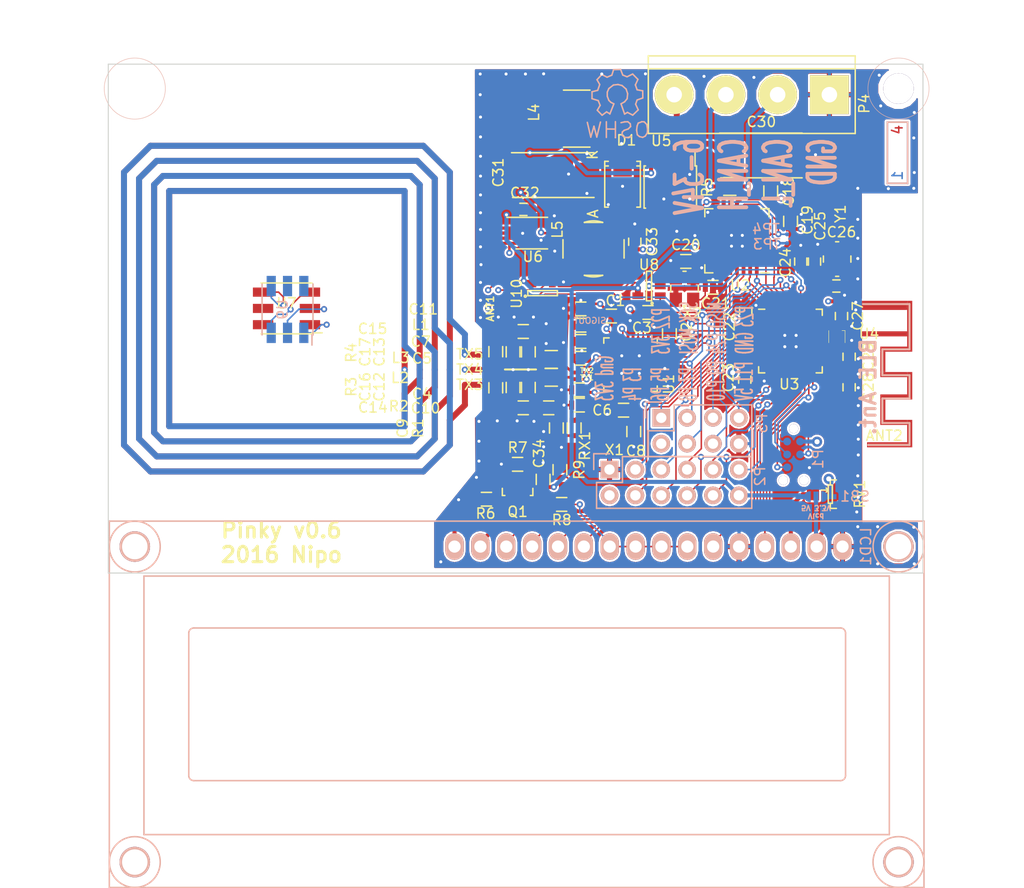
<source format=kicad_pcb>
(kicad_pcb (version 4) (host pcbnew 4.1.0-alpha+201605061002+6775~44~ubuntu14.04.1-product)

  (general
    (links 277)
    (no_connects 2)
    (area 59 54.2 157.806382 141.130001)
    (thickness 1.6)
    (drawings 25)
    (tracks 1249)
    (zones 0)
    (modules 86)
    (nets 91)
  )

  (page A4)
  (layers
    (0 F.Cu mixed)
    (1 In1.Cu power)
    (2 In2.Cu power)
    (31 B.Cu mixed)
    (34 B.Paste user hide)
    (35 F.Paste user hide)
    (36 B.SilkS user)
    (37 F.SilkS user)
    (38 B.Mask user hide)
    (39 F.Mask user hide)
    (40 Dwgs.User user)
    (41 Cmts.User user)
    (44 Edge.Cuts user)
    (45 Margin user)
    (46 B.CrtYd user)
    (47 F.CrtYd user)
    (48 B.Fab user hide)
    (49 F.Fab user hide)
  )

  (setup
    (last_trace_width 0.1524)
    (user_trace_width 0.1524)
    (user_trace_width 0.25)
    (user_trace_width 0.4)
    (user_trace_width 0.58)
    (user_trace_width 1)
    (trace_clearance 0.1524)
    (zone_clearance 0.2)
    (zone_45_only yes)
    (trace_min 0.1524)
    (segment_width 0.2)
    (edge_width 0.1)
    (via_size 0.61)
    (via_drill 0.3)
    (via_min_size 0.6048)
    (via_min_drill 0.3)
    (user_via 0.61 0.3)
    (uvia_size 0.3)
    (uvia_drill 0.1)
    (uvias_allowed no)
    (uvia_min_size 0.2)
    (uvia_min_drill 0.1)
    (pcb_text_width 0.3)
    (pcb_text_size 1.5 1.5)
    (mod_edge_width 0.15)
    (mod_text_size 1 1)
    (mod_text_width 0.15)
    (pad_size 3 3)
    (pad_drill 3)
    (pad_to_mask_clearance 0)
    (aux_axis_origin 0 0)
    (visible_elements FFFFFF7F)
    (pcbplotparams
      (layerselection 0x00000_fffffff9)
      (usegerberextensions false)
      (excludeedgelayer true)
      (linewidth 0.100000)
      (plotframeref false)
      (viasonmask false)
      (mode 1)
      (useauxorigin false)
      (hpglpennumber 1)
      (hpglpenspeed 20)
      (hpglpendiameter 15)
      (psnegative false)
      (psa4output false)
      (plotreference true)
      (plotvalue true)
      (plotinvisibletext false)
      (padsonsilk false)
      (subtractmaskfromsilk false)
      (outputformat 1)
      (mirror false)
      (drillshape 0)
      (scaleselection 1)
      (outputdirectory test))
  )

  (net 0 "")
  (net 1 GND)
  (net 2 +3V3)
  (net 3 /mcu/SWDIO)
  (net 4 /mcu/SWDCLK)
  (net 5 "Net-(L3-Pad1)")
  (net 6 +5V)
  (net 7 "Net-(C14-Pad1)")
  (net 8 "Net-(TP3-Pad1)")
  (net 9 "Net-(TP1-Pad1)")
  (net 10 "Net-(TP4-Pad1)")
  (net 11 /P25)
  (net 12 /P26)
  (net 13 /P20)
  (net 14 /P19)
  (net 15 /P11)
  (net 16 /P12)
  (net 17 /P13)
  (net 18 /P14)
  (net 19 /P15)
  (net 20 /P16)
  (net 21 /P17)
  (net 22 /P18)
  (net 23 /P27)
  (net 24 /P28)
  (net 25 /P29)
  (net 26 /P7)
  (net 27 /P6)
  (net 28 /P5)
  (net 29 /P4)
  (net 30 /P3)
  (net 31 /P10)
  (net 32 /P9)
  (net 33 /P8)
  (net 34 /P30)
  (net 35 /P0)
  (net 36 /P1)
  (net 37 /P2)
  (net 38 "Net-(C26-Pad2)")
  (net 39 /P21)
  (net 40 /P22)
  (net 41 /P23)
  (net 42 /P24)
  (net 43 "Net-(ANT1-Pad3)")
  (net 44 "Net-(ANT1-Pad1)")
  (net 45 "Net-(ANT2-Pad2)")
  (net 46 "Net-(C8-Pad1)")
  (net 47 "Net-(Q1-Pad3)")
  (net 48 "Net-(L5-Pad2)")
  (net 49 "Net-(D1-Pad1)")
  (net 50 "Net-(C9-Pad2)")
  (net 51 "Net-(L2-Pad1)")
  (net 52 "Net-(C13-Pad2)")
  (net 53 "Net-(C12-Pad1)")
  (net 54 "Net-(C15-Pad1)")
  (net 55 "Net-(C9-Pad1)")
  (net 56 "Net-(C5-Pad2)")
  (net 57 "Net-(C10-Pad2)")
  (net 58 "Net-(C6-Pad1)")
  (net 59 "Net-(C21-Pad1)")
  (net 60 "Net-(C20-Pad1)")
  (net 61 "Net-(U3-Pad32)")
  (net 62 "Net-(U3-Pad31)")
  (net 63 "Net-(C29-Pad1)")
  (net 64 "Net-(U3-Pad2)")
  (net 65 "Net-(C28-Pad1)")
  (net 66 "Net-(C25-Pad2)")
  (net 67 "Net-(C24-Pad2)")
  (net 68 "Net-(U1-Pad19)")
  (net 69 "Net-(U1-Pad20)")
  (net 70 "Net-(U2-Pad6)")
  (net 71 "Net-(U2-Pad7)")
  (net 72 "Net-(U2-Pad8)")
  (net 73 "Net-(U2-Pad9)")
  (net 74 "Net-(U2-Pad23)")
  (net 75 "Net-(U2-Pad24)")
  (net 76 /can/VSupply)
  (net 77 "Net-(P4-Pad3)")
  (net 78 "Net-(P4-Pad2)")
  (net 79 "Net-(LCD1-Pad2)")
  (net 80 "Net-(LCD1-Pad10)")
  (net 81 "Net-(LCD1-Pad3)")
  (net 82 "Net-(Q1-Pad1)")
  (net 83 "Net-(LCD1-Pad16)")
  (net 84 "Net-(U7-Pad2)")
  (net 85 "Net-(U7-Pad5)")
  (net 86 "Net-(U7-Pad6)")
  (net 87 "Net-(U9-Pad5)")
  (net 88 "Net-(U9-Pad6)")
  (net 89 "Net-(U1-Pad7)")
  (net 90 "Net-(U10-Pad4)")

  (net_class Default "This is the default net class."
    (clearance 0.1524)
    (trace_width 0.1524)
    (via_dia 0.61)
    (via_drill 0.3)
    (uvia_dia 0.3)
    (uvia_drill 0.1)
    (add_net /P0)
    (add_net /P1)
    (add_net /P10)
    (add_net /P11)
    (add_net /P12)
    (add_net /P13)
    (add_net /P14)
    (add_net /P15)
    (add_net /P16)
    (add_net /P17)
    (add_net /P18)
    (add_net /P19)
    (add_net /P2)
    (add_net /P20)
    (add_net /P21)
    (add_net /P22)
    (add_net /P23)
    (add_net /P24)
    (add_net /P25)
    (add_net /P26)
    (add_net /P27)
    (add_net /P28)
    (add_net /P29)
    (add_net /P3)
    (add_net /P30)
    (add_net /P4)
    (add_net /P5)
    (add_net /P6)
    (add_net /P7)
    (add_net /P8)
    (add_net /P9)
    (add_net /can/VSupply)
    (add_net /mcu/SWDCLK)
    (add_net /mcu/SWDIO)
    (add_net GND)
    (add_net "Net-(ANT1-Pad1)")
    (add_net "Net-(ANT1-Pad3)")
    (add_net "Net-(ANT2-Pad2)")
    (add_net "Net-(C10-Pad2)")
    (add_net "Net-(C12-Pad1)")
    (add_net "Net-(C13-Pad2)")
    (add_net "Net-(C14-Pad1)")
    (add_net "Net-(C15-Pad1)")
    (add_net "Net-(C20-Pad1)")
    (add_net "Net-(C21-Pad1)")
    (add_net "Net-(C24-Pad2)")
    (add_net "Net-(C25-Pad2)")
    (add_net "Net-(C26-Pad2)")
    (add_net "Net-(C28-Pad1)")
    (add_net "Net-(C29-Pad1)")
    (add_net "Net-(C5-Pad2)")
    (add_net "Net-(C6-Pad1)")
    (add_net "Net-(C8-Pad1)")
    (add_net "Net-(C9-Pad1)")
    (add_net "Net-(C9-Pad2)")
    (add_net "Net-(D1-Pad1)")
    (add_net "Net-(L2-Pad1)")
    (add_net "Net-(L3-Pad1)")
    (add_net "Net-(L5-Pad2)")
    (add_net "Net-(LCD1-Pad10)")
    (add_net "Net-(LCD1-Pad16)")
    (add_net "Net-(LCD1-Pad2)")
    (add_net "Net-(LCD1-Pad3)")
    (add_net "Net-(P4-Pad2)")
    (add_net "Net-(P4-Pad3)")
    (add_net "Net-(Q1-Pad1)")
    (add_net "Net-(Q1-Pad3)")
    (add_net "Net-(TP1-Pad1)")
    (add_net "Net-(TP3-Pad1)")
    (add_net "Net-(TP4-Pad1)")
    (add_net "Net-(U1-Pad19)")
    (add_net "Net-(U1-Pad20)")
    (add_net "Net-(U1-Pad7)")
    (add_net "Net-(U10-Pad4)")
    (add_net "Net-(U2-Pad23)")
    (add_net "Net-(U2-Pad24)")
    (add_net "Net-(U2-Pad6)")
    (add_net "Net-(U2-Pad7)")
    (add_net "Net-(U2-Pad8)")
    (add_net "Net-(U2-Pad9)")
    (add_net "Net-(U3-Pad2)")
    (add_net "Net-(U3-Pad31)")
    (add_net "Net-(U3-Pad32)")
    (add_net "Net-(U7-Pad2)")
    (add_net "Net-(U7-Pad5)")
    (add_net "Net-(U7-Pad6)")
    (add_net "Net-(U9-Pad5)")
    (add_net "Net-(U9-Pad6)")
  )

  (net_class Power ""
    (clearance 0.1524)
    (trace_width 0.4)
    (via_dia 1)
    (via_drill 0.5)
    (uvia_dia 0.3)
    (uvia_drill 0.1)
    (add_net +3V3)
    (add_net +5V)
  )

  (module Capacitors_SMD:C_0603 (layer F.Cu) (tedit 5415D631) (tstamp 57A86D94)
    (at 121.7 77.45 90)
    (descr "Capacitor SMD 0603, reflow soldering, AVX (see smccp.pdf)")
    (tags "capacitor 0603")
    (path /57ADA116/57ADA86E)
    (attr smd)
    (fp_text reference C33 (at 0 1.7 90) (layer F.SilkS)
      (effects (font (size 1 1) (thickness 0.15)))
    )
    (fp_text value 22uF (at -0.4 -0.1 90) (layer F.Fab)
      (effects (font (size 1 1) (thickness 0.15)))
    )
    (fp_line (start -1.45 -0.75) (end 1.45 -0.75) (layer F.CrtYd) (width 0.05))
    (fp_line (start -1.45 0.75) (end 1.45 0.75) (layer F.CrtYd) (width 0.05))
    (fp_line (start -1.45 -0.75) (end -1.45 0.75) (layer F.CrtYd) (width 0.05))
    (fp_line (start 1.45 -0.75) (end 1.45 0.75) (layer F.CrtYd) (width 0.05))
    (fp_line (start -0.35 -0.6) (end 0.35 -0.6) (layer F.SilkS) (width 0.15))
    (fp_line (start 0.35 0.6) (end -0.35 0.6) (layer F.SilkS) (width 0.15))
    (pad 1 smd rect (at -0.75 0 90) (size 0.8 0.75) (layers F.Cu F.Paste F.Mask)
      (net 2 +3V3))
    (pad 2 smd rect (at 0.75 0 90) (size 0.8 0.75) (layers F.Cu F.Paste F.Mask)
      (net 1 GND))
    (model Capacitors_SMD.3dshapes/C_0603.wrl
      (at (xyz 0 0 0))
      (scale (xyz 1 1 1))
      (rotate (xyz 0 0 0))
    )
  )

  (module VSSOP:VSSOP-10_3.1x3.1mm_Pitch0.5mm (layer F.Cu) (tedit 56C5753E) (tstamp 57A8696C)
    (at 111.588466 76.602)
    (descr "10-Lead Plastic Small Outline Package")
    (tags "VSSOP 0.5")
    (path /57ADA116/57ADA870)
    (attr smd)
    (fp_text reference U6 (at 0.101534 2.318 180) (layer F.SilkS)
      (effects (font (size 1 1) (thickness 0.15)))
    )
    (fp_text value TPS62056 (at -0.138466 -0.132) (layer F.Fab)
      (effects (font (size 1 1) (thickness 0.15)))
    )
    (fp_line (start 1.55 1.55) (end -1.55 1.55) (layer F.SilkS) (width 0.15))
    (fp_line (start -2.45 -1.55) (end 1.55 -1.55) (layer F.SilkS) (width 0.15))
    (fp_line (start -2.45 -1.55) (end 2.45 -1.55) (layer F.CrtYd) (width 0.05))
    (fp_line (start -2.45 -1.55) (end -2.45 1.55) (layer F.CrtYd) (width 0.05))
    (fp_line (start 2.45 1.55) (end -2.45 1.55) (layer F.CrtYd) (width 0.05))
    (fp_line (start 2.45 -1.55) (end 2.45 1.55) (layer F.CrtYd) (width 0.05))
    (pad 1 smd rect (at -2.2 -1) (size 1.45 0.3) (layers F.Cu F.Paste F.Mask)
      (net 6 +5V))
    (pad 2 smd rect (at -2.2 -0.5) (size 1.45 0.3) (layers F.Cu F.Paste F.Mask)
      (net 1 GND))
    (pad 3 smd rect (at -2.2 0) (size 1.45 0.3) (layers F.Cu F.Paste F.Mask)
      (net 1 GND))
    (pad 4 smd rect (at -2.2 0.5) (size 1.45 0.3) (layers F.Cu F.Paste F.Mask)
      (net 1 GND))
    (pad 5 smd rect (at -2.2 1) (size 1.45 0.3) (layers F.Cu F.Paste F.Mask)
      (net 2 +3V3))
    (pad 7 smd rect (at 2.2 0.5) (size 1.45 0.3) (layers F.Cu F.Paste F.Mask)
      (net 1 GND))
    (pad 10 smd rect (at 2.2 -1) (size 1.45 0.3) (layers F.Cu F.Paste F.Mask)
      (net 1 GND))
    (pad 9 smd rect (at 2.2 -0.5) (size 1.45 0.3) (layers F.Cu F.Paste F.Mask)
      (net 48 "Net-(L5-Pad2)"))
    (pad 8 smd rect (at 2.2 0) (size 1.45 0.3) (layers F.Cu F.Paste F.Mask)
      (net 6 +5V))
    (pad 6 smd rect (at 2.2 1) (size 1.45 0.3) (layers F.Cu F.Paste F.Mask)
      (net 1 GND))
    (model Housings_SSOP.3dshapes/MSOP-10-1EP_3x3mm_Pitch0.5mm.wrl
      (at (xyz 0 0 0))
      (scale (xyz 1 1 0.8))
      (rotate (xyz 0 0 0))
    )
  )

  (module Capacitors_SMD:C_0603 (layer F.Cu) (tedit 5415D631) (tstamp 57A86DB6)
    (at 110.765 74.27)
    (descr "Capacitor SMD 0603, reflow soldering, AVX (see smccp.pdf)")
    (tags "capacitor 0603")
    (path /57ADA116/57ADA86F)
    (attr smd)
    (fp_text reference C32 (at 0.135 -1.62) (layer F.SilkS)
      (effects (font (size 1 1) (thickness 0.15)))
    )
    (fp_text value 10uF (at -0.125 0) (layer F.Fab)
      (effects (font (size 1 1) (thickness 0.15)))
    )
    (fp_line (start -1.45 -0.75) (end 1.45 -0.75) (layer F.CrtYd) (width 0.05))
    (fp_line (start -1.45 0.75) (end 1.45 0.75) (layer F.CrtYd) (width 0.05))
    (fp_line (start -1.45 -0.75) (end -1.45 0.75) (layer F.CrtYd) (width 0.05))
    (fp_line (start 1.45 -0.75) (end 1.45 0.75) (layer F.CrtYd) (width 0.05))
    (fp_line (start -0.35 -0.6) (end 0.35 -0.6) (layer F.SilkS) (width 0.15))
    (fp_line (start 0.35 0.6) (end -0.35 0.6) (layer F.SilkS) (width 0.15))
    (pad 1 smd rect (at -0.75 0) (size 0.8 0.75) (layers F.Cu F.Paste F.Mask)
      (net 6 +5V))
    (pad 2 smd rect (at 0.75 0) (size 0.8 0.75) (layers F.Cu F.Paste F.Mask)
      (net 1 GND))
    (model Capacitors_SMD.3dshapes/C_0603.wrl
      (at (xyz 0 0 0))
      (scale (xyz 1 1 1))
      (rotate (xyz 0 0 0))
    )
  )

  (module Connect:bornier4 (layer F.Cu) (tedit 0) (tstamp 57AADD2E)
    (at 133.19 63 180)
    (descr "Bornier d'alimentation 4 pins")
    (tags DEV)
    (path /57A213A9/57A5C395)
    (fp_text reference P4 (at -11.049 -0.889 270) (layer F.SilkS)
      (effects (font (size 1 1) (thickness 0.15)))
    )
    (fp_text value CAN (at 0 5.08 180) (layer F.Fab)
      (effects (font (size 1 1) (thickness 0.15)))
    )
    (fp_line (start -10.16 -3.81) (end -10.16 3.81) (layer F.SilkS) (width 0.15))
    (fp_line (start 10.16 3.81) (end 10.16 -3.81) (layer F.SilkS) (width 0.15))
    (fp_line (start 10.16 2.54) (end -10.16 2.54) (layer F.SilkS) (width 0.15))
    (fp_line (start -10.16 -3.81) (end 10.16 -3.81) (layer F.SilkS) (width 0.15))
    (fp_line (start -10.16 3.81) (end 10.16 3.81) (layer F.SilkS) (width 0.15))
    (pad 2 thru_hole circle (at -2.54 0 180) (size 3.81 3.81) (drill 1.524) (layers *.Cu *.Mask F.SilkS)
      (net 78 "Net-(P4-Pad2)"))
    (pad 3 thru_hole circle (at 2.54 0 180) (size 3.81 3.81) (drill 1.524) (layers *.Cu *.Mask F.SilkS)
      (net 77 "Net-(P4-Pad3)"))
    (pad 1 thru_hole rect (at -7.62 0 180) (size 3.81 3.81) (drill 1.524) (layers *.Cu *.Mask F.SilkS)
      (net 1 GND))
    (pad 4 thru_hole circle (at 7.62 0 180) (size 3.81 3.81) (drill 1.524) (layers *.Cu *.Mask F.SilkS)
      (net 76 /can/VSupply))
    (model Connect.3dshapes/bornier4.wrl
      (at (xyz 0 0 0))
      (scale (xyz 1 1 1))
      (rotate (xyz 0 0 0))
    )
  )

  (module Test_point:Round-SMD-Pad_0.4mm (layer B.Cu) (tedit 57AA5231) (tstamp 57A99107)
    (at 136.651 76.716 270)
    (path /57A213A9/57A65E93)
    (fp_text reference TP4 (at -0.508 2.064 180) (layer B.SilkS)
      (effects (font (size 1 1) (thickness 0.15)) (justify mirror))
    )
    (fp_text value CAN_RX (at 0 0.9 270) (layer B.Fab) hide
      (effects (font (size 1 1) (thickness 0.15)) (justify mirror))
    )
    (pad 1 smd circle (at 0 0 270) (size 0.4 0.4) (layers B.Cu B.Mask)
      (net 10 "Net-(TP4-Pad1)") (solder_mask_margin 0.001))
  )

  (module Test_point:Round-SMD-Pad_0.4mm (layer B.Cu) (tedit 581DB8A0) (tstamp 57A990F2)
    (at 119.25 85.25 180)
    (path /57A213A5/57A666E4)
    (fp_text reference TP1 (at 0.55 1.95 270) (layer B.SilkS) hide
      (effects (font (size 1 1) (thickness 0.15)) (justify mirror))
    )
    (fp_text value SIGOUT (at 1.95 0.05) (layer B.SilkS)
      (effects (font (size 0.6 0.6) (thickness 0.1)) (justify mirror))
    )
    (pad 1 smd circle (at 0 0 180) (size 0.4 0.4) (layers B.Cu B.Mask)
      (net 9 "Net-(TP1-Pad1)") (solder_mask_margin 0.001))
  )

  (module Test_point:Round-SMD-Pad_0.4mm (layer B.Cu) (tedit 57AA5233) (tstamp 57A86C60)
    (at 136.651 77.595 180)
    (path /57A213A9/57A65EC6)
    (fp_text reference TP3 (at 2 -0.1 180) (layer B.SilkS)
      (effects (font (size 1 1) (thickness 0.15)) (justify mirror))
    )
    (fp_text value CAN_TX (at 0 0.9 180) (layer B.Fab) hide
      (effects (font (size 1 1) (thickness 0.15)) (justify mirror))
    )
    (pad 1 smd circle (at 0 0 180) (size 0.4 0.4) (layers B.Cu B.Mask)
      (net 8 "Net-(TP3-Pad1)") (solder_mask_margin 0.001))
  )

  (module Resistors_SMD:R_0805 (layer F.Cu) (tedit 5415CDEB) (tstamp 57A8DE47)
    (at 113.5 90.76777 180)
    (descr "Resistor SMD 0805, reflow soldering, Vishay (see dcrcw.pdf)")
    (tags "resistor 0805")
    (path /57A213A5/57A4D73C)
    (attr smd)
    (fp_text reference L2 (at 14.854 -0.04523 180) (layer F.SilkS)
      (effects (font (size 1 1) (thickness 0.15)))
    )
    (fp_text value 560nH (at -0.85 0.91777 90) (layer F.Fab)
      (effects (font (size 1 1) (thickness 0.15)))
    )
    (fp_line (start -1.6 -1) (end 1.6 -1) (layer F.CrtYd) (width 0.05))
    (fp_line (start -1.6 1) (end 1.6 1) (layer F.CrtYd) (width 0.05))
    (fp_line (start -1.6 -1) (end -1.6 1) (layer F.CrtYd) (width 0.05))
    (fp_line (start 1.6 -1) (end 1.6 1) (layer F.CrtYd) (width 0.05))
    (fp_line (start 0.6 0.875) (end -0.6 0.875) (layer F.SilkS) (width 0.15))
    (fp_line (start -0.6 -0.875) (end 0.6 -0.875) (layer F.SilkS) (width 0.15))
    (pad 1 smd rect (at -0.95 0 180) (size 0.7 1.3) (layers F.Cu F.Paste F.Mask)
      (net 51 "Net-(L2-Pad1)"))
    (pad 2 smd rect (at 0.95 0 180) (size 0.7 1.3) (layers F.Cu F.Paste F.Mask)
      (net 53 "Net-(C12-Pad1)"))
    (model Resistors_SMD.3dshapes/R_0805.wrl
      (at (xyz 0 0 0))
      (scale (xyz 1 1 1))
      (rotate (xyz 0 0 0))
    )
  )

  (module Resistors_SMD:R_0805 (layer F.Cu) (tedit 5415CDEB) (tstamp 57A8DE26)
    (at 113.5 89.01777 180)
    (descr "Resistor SMD 0805, reflow soldering, Vishay (see dcrcw.pdf)")
    (tags "resistor 0805")
    (path /57A213A5/57A4D774)
    (attr smd)
    (fp_text reference L3 (at 14.8 0.16777 180) (layer F.SilkS)
      (effects (font (size 1 1) (thickness 0.15)))
    )
    (fp_text value 560nH (at 0.5 -0.88223 90) (layer F.Fab)
      (effects (font (size 1 1) (thickness 0.15)))
    )
    (fp_line (start -1.6 -1) (end 1.6 -1) (layer F.CrtYd) (width 0.05))
    (fp_line (start -1.6 1) (end 1.6 1) (layer F.CrtYd) (width 0.05))
    (fp_line (start -1.6 -1) (end -1.6 1) (layer F.CrtYd) (width 0.05))
    (fp_line (start 1.6 -1) (end 1.6 1) (layer F.CrtYd) (width 0.05))
    (fp_line (start 0.6 0.875) (end -0.6 0.875) (layer F.SilkS) (width 0.15))
    (fp_line (start -0.6 -0.875) (end 0.6 -0.875) (layer F.SilkS) (width 0.15))
    (pad 1 smd rect (at -0.95 0 180) (size 0.7 1.3) (layers F.Cu F.Paste F.Mask)
      (net 5 "Net-(L3-Pad1)"))
    (pad 2 smd rect (at 0.95 0 180) (size 0.7 1.3) (layers F.Cu F.Paste F.Mask)
      (net 52 "Net-(C13-Pad2)"))
    (model Resistors_SMD.3dshapes/R_0805.wrl
      (at (xyz 0 0 0))
      (scale (xyz 1 1 1))
      (rotate (xyz 0 0 0))
    )
  )

  (module Resistors_SMD:R_0603 (layer F.Cu) (tedit 5415CC62) (tstamp 57A8CB0F)
    (at 108.05 88.25 90)
    (descr "Resistor SMD 0603, reflow soldering, Vishay (see dcrcw.pdf)")
    (tags "resistor 0603")
    (path /57A213A5/57A4DBAE)
    (attr smd)
    (fp_text reference R4 (at -0.1 -14.2 90) (layer F.SilkS)
      (effects (font (size 1 1) (thickness 0.15)))
    )
    (fp_text value 0R (at 0 -0.11777 90) (layer F.Fab)
      (effects (font (size 1 1) (thickness 0.15)))
    )
    (fp_line (start -1.3 -0.8) (end 1.3 -0.8) (layer F.CrtYd) (width 0.05))
    (fp_line (start -1.3 0.8) (end 1.3 0.8) (layer F.CrtYd) (width 0.05))
    (fp_line (start -1.3 -0.8) (end -1.3 0.8) (layer F.CrtYd) (width 0.05))
    (fp_line (start 1.3 -0.8) (end 1.3 0.8) (layer F.CrtYd) (width 0.05))
    (fp_line (start 0.5 0.675) (end -0.5 0.675) (layer F.SilkS) (width 0.15))
    (fp_line (start -0.5 -0.675) (end 0.5 -0.675) (layer F.SilkS) (width 0.15))
    (pad 1 smd rect (at -0.75 0 90) (size 0.5 0.9) (layers F.Cu F.Paste F.Mask)
      (net 43 "Net-(ANT1-Pad3)"))
    (pad 2 smd rect (at 0.75 0 90) (size 0.5 0.9) (layers F.Cu F.Paste F.Mask)
      (net 54 "Net-(C15-Pad1)"))
    (model Resistors_SMD.3dshapes/R_0603.wrl
      (at (xyz 0 0 0))
      (scale (xyz 1 1 1))
      (rotate (xyz 0 0 0))
    )
  )

  (module Resistors_SMD:R_0603 (layer F.Cu) (tedit 5415CC62) (tstamp 57A8CAED)
    (at 108.05 91.8 270)
    (descr "Resistor SMD 0603, reflow soldering, Vishay (see dcrcw.pdf)")
    (tags "resistor 0603")
    (path /57A213A5/57A4DB3C)
    (attr smd)
    (fp_text reference R3 (at -0.1 14.2 270) (layer F.SilkS)
      (effects (font (size 1 1) (thickness 0.15)))
    )
    (fp_text value 0R (at 0 -0.01777 270) (layer F.Fab)
      (effects (font (size 1 1) (thickness 0.15)))
    )
    (fp_line (start -1.3 -0.8) (end 1.3 -0.8) (layer F.CrtYd) (width 0.05))
    (fp_line (start -1.3 0.8) (end 1.3 0.8) (layer F.CrtYd) (width 0.05))
    (fp_line (start -1.3 -0.8) (end -1.3 0.8) (layer F.CrtYd) (width 0.05))
    (fp_line (start 1.3 -0.8) (end 1.3 0.8) (layer F.CrtYd) (width 0.05))
    (fp_line (start 0.5 0.675) (end -0.5 0.675) (layer F.SilkS) (width 0.15))
    (fp_line (start -0.5 -0.675) (end 0.5 -0.675) (layer F.SilkS) (width 0.15))
    (pad 1 smd rect (at -0.75 0 270) (size 0.5 0.9) (layers F.Cu F.Paste F.Mask)
      (net 44 "Net-(ANT1-Pad1)"))
    (pad 2 smd rect (at 0.75 0 270) (size 0.5 0.9) (layers F.Cu F.Paste F.Mask)
      (net 7 "Net-(C14-Pad1)"))
    (model Resistors_SMD.3dshapes/R_0603.wrl
      (at (xyz 0 0 0))
      (scale (xyz 1 1 1))
      (rotate (xyz 0 0 0))
    )
  )

  (module Resistors_SMD:R_0603 (layer F.Cu) (tedit 5415CC62) (tstamp 57A8CACB)
    (at 113.25 93.76777)
    (descr "Resistor SMD 0603, reflow soldering, Vishay (see dcrcw.pdf)")
    (tags "resistor 0603")
    (path /57A213A5/57A4E4E3)
    (attr smd)
    (fp_text reference R2 (at -14.731 -0.16077) (layer F.SilkS)
      (effects (font (size 1 1) (thickness 0.15)))
    )
    (fp_text value 2k (at 0 -0.01777) (layer F.Fab)
      (effects (font (size 1 1) (thickness 0.15)))
    )
    (fp_line (start -1.3 -0.8) (end 1.3 -0.8) (layer F.CrtYd) (width 0.05))
    (fp_line (start -1.3 0.8) (end 1.3 0.8) (layer F.CrtYd) (width 0.05))
    (fp_line (start -1.3 -0.8) (end -1.3 0.8) (layer F.CrtYd) (width 0.05))
    (fp_line (start 1.3 -0.8) (end 1.3 0.8) (layer F.CrtYd) (width 0.05))
    (fp_line (start 0.5 0.675) (end -0.5 0.675) (layer F.SilkS) (width 0.15))
    (fp_line (start -0.5 -0.675) (end 0.5 -0.675) (layer F.SilkS) (width 0.15))
    (pad 1 smd rect (at -0.75 0) (size 0.5 0.9) (layers F.Cu F.Paste F.Mask)
      (net 53 "Net-(C12-Pad1)"))
    (pad 2 smd rect (at 0.75 0) (size 0.5 0.9) (layers F.Cu F.Paste F.Mask)
      (net 55 "Net-(C9-Pad1)"))
    (model Resistors_SMD.3dshapes/R_0603.wrl
      (at (xyz 0 0 0))
      (scale (xyz 1 1 1))
      (rotate (xyz 0 0 0))
    )
  )

  (module Resistors_SMD:R_0603 (layer F.Cu) (tedit 5415CC62) (tstamp 57A8CA93)
    (at 115.75 95.75 270)
    (descr "Resistor SMD 0603, reflow soldering, Vishay (see dcrcw.pdf)")
    (tags "resistor 0603")
    (path /57A213A5/57A4E064)
    (attr smd)
    (fp_text reference R1 (at 0.016 15.326 270) (layer F.SilkS)
      (effects (font (size 1 1) (thickness 0.15)))
    )
    (fp_text value 1K (at 0 0 270) (layer F.Fab)
      (effects (font (size 1 1) (thickness 0.15)))
    )
    (fp_line (start -1.3 -0.8) (end 1.3 -0.8) (layer F.CrtYd) (width 0.05))
    (fp_line (start -1.3 0.8) (end 1.3 0.8) (layer F.CrtYd) (width 0.05))
    (fp_line (start -1.3 -0.8) (end -1.3 0.8) (layer F.CrtYd) (width 0.05))
    (fp_line (start 1.3 -0.8) (end 1.3 0.8) (layer F.CrtYd) (width 0.05))
    (fp_line (start 0.5 0.675) (end -0.5 0.675) (layer F.SilkS) (width 0.15))
    (fp_line (start -0.5 -0.675) (end 0.5 -0.675) (layer F.SilkS) (width 0.15))
    (pad 1 smd rect (at -0.75 0 270) (size 0.5 0.9) (layers F.Cu F.Paste F.Mask)
      (net 57 "Net-(C10-Pad2)"))
    (pad 2 smd rect (at 0.75 0 270) (size 0.5 0.9) (layers F.Cu F.Paste F.Mask)
      (net 50 "Net-(C9-Pad2)"))
    (model Resistors_SMD.3dshapes/R_0603.wrl
      (at (xyz 0 0 0))
      (scale (xyz 1 1 1))
      (rotate (xyz 0 0 0))
    )
  )

  (module Resistors_SMD:R_0603 (layer F.Cu) (tedit 5415CC62) (tstamp 57A8C9EB)
    (at 119.4 84.75)
    (descr "Resistor SMD 0603, reflow soldering, Vishay (see dcrcw.pdf)")
    (tags "resistor 0603")
    (path /57A213A5/57A89CF4)
    (attr smd)
    (fp_text reference C1 (at 0.4 -1.5) (layer F.SilkS)
      (effects (font (size 1 1) (thickness 0.15)))
    )
    (fp_text value 100nF (at 0.582 0.602) (layer F.Fab)
      (effects (font (size 1 1) (thickness 0.15)))
    )
    (fp_line (start -1.3 -0.8) (end 1.3 -0.8) (layer F.CrtYd) (width 0.05))
    (fp_line (start -1.3 0.8) (end 1.3 0.8) (layer F.CrtYd) (width 0.05))
    (fp_line (start -1.3 -0.8) (end -1.3 0.8) (layer F.CrtYd) (width 0.05))
    (fp_line (start 1.3 -0.8) (end 1.3 0.8) (layer F.CrtYd) (width 0.05))
    (fp_line (start 0.5 0.675) (end -0.5 0.675) (layer F.SilkS) (width 0.15))
    (fp_line (start -0.5 -0.675) (end 0.5 -0.675) (layer F.SilkS) (width 0.15))
    (pad 1 smd rect (at -0.75 0) (size 0.5 0.9) (layers F.Cu F.Paste F.Mask)
      (net 2 +3V3))
    (pad 2 smd rect (at 0.75 0) (size 0.5 0.9) (layers F.Cu F.Paste F.Mask)
      (net 1 GND))
    (model Resistors_SMD.3dshapes/R_0603.wrl
      (at (xyz 0 0 0))
      (scale (xyz 1 1 1))
      (rotate (xyz 0 0 0))
    )
  )

  (module Resistors_SMD:R_0603 (layer F.Cu) (tedit 5415CC62) (tstamp 57A8C99D)
    (at 116.25 92 180)
    (descr "Resistor SMD 0603, reflow soldering, Vishay (see dcrcw.pdf)")
    (tags "resistor 0603")
    (path /57A213A5/57A89BE9)
    (attr smd)
    (fp_text reference C4 (at 15.45 -0.4 180) (layer F.SilkS)
      (effects (font (size 1 1) (thickness 0.15)))
    )
    (fp_text value 100nF (at -0.7 0.05 180) (layer F.Fab)
      (effects (font (size 1 1) (thickness 0.15)))
    )
    (fp_line (start -1.3 -0.8) (end 1.3 -0.8) (layer F.CrtYd) (width 0.05))
    (fp_line (start -1.3 0.8) (end 1.3 0.8) (layer F.CrtYd) (width 0.05))
    (fp_line (start -1.3 -0.8) (end -1.3 0.8) (layer F.CrtYd) (width 0.05))
    (fp_line (start 1.3 -0.8) (end 1.3 0.8) (layer F.CrtYd) (width 0.05))
    (fp_line (start 0.5 0.675) (end -0.5 0.675) (layer F.SilkS) (width 0.15))
    (fp_line (start -0.5 -0.675) (end 0.5 -0.675) (layer F.SilkS) (width 0.15))
    (pad 1 smd rect (at -0.75 0 180) (size 0.5 0.9) (layers F.Cu F.Paste F.Mask)
      (net 2 +3V3))
    (pad 2 smd rect (at 0.75 0 180) (size 0.5 0.9) (layers F.Cu F.Paste F.Mask)
      (net 1 GND))
    (model Resistors_SMD.3dshapes/R_0603.wrl
      (at (xyz 0 0 0))
      (scale (xyz 1 1 1))
      (rotate (xyz 0 0 0))
    )
  )

  (module Resistors_SMD:R_0603 (layer F.Cu) (tedit 5415CC62) (tstamp 57A8C965)
    (at 116.25 93.5)
    (descr "Resistor SMD 0603, reflow soldering, Vishay (see dcrcw.pdf)")
    (tags "resistor 0603")
    (path /57A213A5/57A4DFDD)
    (attr smd)
    (fp_text reference C10 (at -15.1 0.3) (layer F.SilkS)
      (effects (font (size 1 1) (thickness 0.15)))
    )
    (fp_text value 100nF (at 0.65 0.05) (layer F.Fab)
      (effects (font (size 1 1) (thickness 0.15)))
    )
    (fp_line (start -1.3 -0.8) (end 1.3 -0.8) (layer F.CrtYd) (width 0.05))
    (fp_line (start -1.3 0.8) (end 1.3 0.8) (layer F.CrtYd) (width 0.05))
    (fp_line (start -1.3 -0.8) (end -1.3 0.8) (layer F.CrtYd) (width 0.05))
    (fp_line (start 1.3 -0.8) (end 1.3 0.8) (layer F.CrtYd) (width 0.05))
    (fp_line (start 0.5 0.675) (end -0.5 0.675) (layer F.SilkS) (width 0.15))
    (fp_line (start -0.5 -0.675) (end 0.5 -0.675) (layer F.SilkS) (width 0.15))
    (pad 1 smd rect (at -0.75 0) (size 0.5 0.9) (layers F.Cu F.Paste F.Mask)
      (net 1 GND))
    (pad 2 smd rect (at 0.75 0) (size 0.5 0.9) (layers F.Cu F.Paste F.Mask)
      (net 57 "Net-(C10-Pad2)"))
    (model Resistors_SMD.3dshapes/R_0603.wrl
      (at (xyz 0 0 0))
      (scale (xyz 1 1 1))
      (rotate (xyz 0 0 0))
    )
  )

  (module Resistors_SMD:R_0603 (layer F.Cu) (tedit 5415CC62) (tstamp 57A8C943)
    (at 114 95.75 270)
    (descr "Resistor SMD 0603, reflow soldering, Vishay (see dcrcw.pdf)")
    (tags "resistor 0603")
    (path /57A213A5/57A4E447)
    (attr smd)
    (fp_text reference C9 (at 0.016 15.1 270) (layer F.SilkS)
      (effects (font (size 1 1) (thickness 0.15)))
    )
    (fp_text value 1nF (at 0 -0.05 270) (layer F.Fab)
      (effects (font (size 1 1) (thickness 0.15)))
    )
    (fp_line (start -1.3 -0.8) (end 1.3 -0.8) (layer F.CrtYd) (width 0.05))
    (fp_line (start -1.3 0.8) (end 1.3 0.8) (layer F.CrtYd) (width 0.05))
    (fp_line (start -1.3 -0.8) (end -1.3 0.8) (layer F.CrtYd) (width 0.05))
    (fp_line (start 1.3 -0.8) (end 1.3 0.8) (layer F.CrtYd) (width 0.05))
    (fp_line (start 0.5 0.675) (end -0.5 0.675) (layer F.SilkS) (width 0.15))
    (fp_line (start -0.5 -0.675) (end 0.5 -0.675) (layer F.SilkS) (width 0.15))
    (pad 1 smd rect (at -0.75 0 270) (size 0.5 0.9) (layers F.Cu F.Paste F.Mask)
      (net 55 "Net-(C9-Pad1)"))
    (pad 2 smd rect (at 0.75 0 270) (size 0.5 0.9) (layers F.Cu F.Paste F.Mask)
      (net 50 "Net-(C9-Pad2)"))
    (model Resistors_SMD.3dshapes/R_0603.wrl
      (at (xyz 0 0 0))
      (scale (xyz 1 1 1))
      (rotate (xyz 0 0 0))
    )
  )

  (module Resistors_SMD:R_0603 (layer F.Cu) (tedit 5415CC62) (tstamp 57A8C921)
    (at 111.25 91.76777 90)
    (descr "Resistor SMD 0603, reflow soldering, Vishay (see dcrcw.pdf)")
    (tags "resistor 0603")
    (path /57A213A5/57A4D97C)
    (attr smd)
    (fp_text reference C12 (at 0.06577 -14.636 90) (layer F.SilkS)
      (effects (font (size 1 1) (thickness 0.15)))
    )
    (fp_text value 220pF (at -0.44223 0 90) (layer F.Fab)
      (effects (font (size 1 1) (thickness 0.15)))
    )
    (fp_line (start -1.3 -0.8) (end 1.3 -0.8) (layer F.CrtYd) (width 0.05))
    (fp_line (start -1.3 0.8) (end 1.3 0.8) (layer F.CrtYd) (width 0.05))
    (fp_line (start -1.3 -0.8) (end -1.3 0.8) (layer F.CrtYd) (width 0.05))
    (fp_line (start 1.3 -0.8) (end 1.3 0.8) (layer F.CrtYd) (width 0.05))
    (fp_line (start 0.5 0.675) (end -0.5 0.675) (layer F.SilkS) (width 0.15))
    (fp_line (start -0.5 -0.675) (end 0.5 -0.675) (layer F.SilkS) (width 0.15))
    (pad 1 smd rect (at -0.75 0 90) (size 0.5 0.9) (layers F.Cu F.Paste F.Mask)
      (net 53 "Net-(C12-Pad1)"))
    (pad 2 smd rect (at 0.75 0 90) (size 0.5 0.9) (layers F.Cu F.Paste F.Mask)
      (net 1 GND))
    (model Resistors_SMD.3dshapes/R_0603.wrl
      (at (xyz 0 0 0))
      (scale (xyz 1 1 1))
      (rotate (xyz 0 0 0))
    )
  )

  (module Resistors_SMD:R_0603 (layer F.Cu) (tedit 5415CC62) (tstamp 57A8C8FF)
    (at 111.25 88.26777 90)
    (descr "Resistor SMD 0603, reflow soldering, Vishay (see dcrcw.pdf)")
    (tags "resistor 0603")
    (path /57A213A5/57A4D9B2)
    (attr smd)
    (fp_text reference C13 (at -0.00523 -14.636 90) (layer F.SilkS)
      (effects (font (size 1 1) (thickness 0.15)))
    )
    (fp_text value 220pF (at 1.13777 0 90) (layer F.Fab)
      (effects (font (size 1 1) (thickness 0.15)))
    )
    (fp_line (start -1.3 -0.8) (end 1.3 -0.8) (layer F.CrtYd) (width 0.05))
    (fp_line (start -1.3 0.8) (end 1.3 0.8) (layer F.CrtYd) (width 0.05))
    (fp_line (start -1.3 -0.8) (end -1.3 0.8) (layer F.CrtYd) (width 0.05))
    (fp_line (start 1.3 -0.8) (end 1.3 0.8) (layer F.CrtYd) (width 0.05))
    (fp_line (start 0.5 0.675) (end -0.5 0.675) (layer F.SilkS) (width 0.15))
    (fp_line (start -0.5 -0.675) (end 0.5 -0.675) (layer F.SilkS) (width 0.15))
    (pad 1 smd rect (at -0.75 0 90) (size 0.5 0.9) (layers F.Cu F.Paste F.Mask)
      (net 1 GND))
    (pad 2 smd rect (at 0.75 0 90) (size 0.5 0.9) (layers F.Cu F.Paste F.Mask)
      (net 52 "Net-(C13-Pad2)"))
    (model Resistors_SMD.3dshapes/R_0603.wrl
      (at (xyz 0 0 0))
      (scale (xyz 1 1 1))
      (rotate (xyz 0 0 0))
    )
  )

  (module Resistors_SMD:R_0603 (layer F.Cu) (tedit 57AA536E) (tstamp 57A8C8DD)
    (at 110.75 93.76777)
    (descr "Resistor SMD 0603, reflow soldering, Vishay (see dcrcw.pdf)")
    (tags "resistor 0603")
    (path /57A213A5/57A4D9EE)
    (attr smd)
    (fp_text reference C14 (at -14.771 -0.03377) (layer F.SilkS)
      (effects (font (size 1 1) (thickness 0.15)))
    )
    (fp_text value 33pF (at -2.96 0.03223) (layer F.Fab)
      (effects (font (size 1 1) (thickness 0.15)))
    )
    (fp_line (start -1.3 -0.8) (end 1.3 -0.8) (layer F.CrtYd) (width 0.05))
    (fp_line (start -1.3 0.8) (end 1.3 0.8) (layer F.CrtYd) (width 0.05))
    (fp_line (start -1.3 -0.8) (end -1.3 0.8) (layer F.CrtYd) (width 0.05))
    (fp_line (start 1.3 -0.8) (end 1.3 0.8) (layer F.CrtYd) (width 0.05))
    (fp_line (start 0.5 0.675) (end -0.5 0.675) (layer F.SilkS) (width 0.15))
    (fp_line (start -0.5 -0.675) (end 0.5 -0.675) (layer F.SilkS) (width 0.15))
    (pad 1 smd rect (at -0.75 0) (size 0.5 0.9) (layers F.Cu F.Paste F.Mask)
      (net 7 "Net-(C14-Pad1)"))
    (pad 2 smd rect (at 0.75 0) (size 0.5 0.9) (layers F.Cu F.Paste F.Mask)
      (net 53 "Net-(C12-Pad1)"))
    (model Resistors_SMD.3dshapes/R_0603.wrl
      (at (xyz 0 0 0))
      (scale (xyz 1 1 1))
      (rotate (xyz 0 0 0))
    )
  )

  (module Resistors_SMD:R_0603 (layer F.Cu) (tedit 5415CC62) (tstamp 57A8C8BB)
    (at 110.75 86.26777)
    (descr "Resistor SMD 0603, reflow soldering, Vishay (see dcrcw.pdf)")
    (tags "resistor 0603")
    (path /57A213A5/57A4DA61)
    (attr smd)
    (fp_text reference C15 (at -14.8 -0.26777) (layer F.SilkS)
      (effects (font (size 1 1) (thickness 0.15)))
    )
    (fp_text value 33pF (at -2.198 -0.91577) (layer F.Fab)
      (effects (font (size 1 1) (thickness 0.15)))
    )
    (fp_line (start -1.3 -0.8) (end 1.3 -0.8) (layer F.CrtYd) (width 0.05))
    (fp_line (start -1.3 0.8) (end 1.3 0.8) (layer F.CrtYd) (width 0.05))
    (fp_line (start -1.3 -0.8) (end -1.3 0.8) (layer F.CrtYd) (width 0.05))
    (fp_line (start 1.3 -0.8) (end 1.3 0.8) (layer F.CrtYd) (width 0.05))
    (fp_line (start 0.5 0.675) (end -0.5 0.675) (layer F.SilkS) (width 0.15))
    (fp_line (start -0.5 -0.675) (end 0.5 -0.675) (layer F.SilkS) (width 0.15))
    (pad 1 smd rect (at -0.75 0) (size 0.5 0.9) (layers F.Cu F.Paste F.Mask)
      (net 54 "Net-(C15-Pad1)"))
    (pad 2 smd rect (at 0.75 0) (size 0.5 0.9) (layers F.Cu F.Paste F.Mask)
      (net 52 "Net-(C13-Pad2)"))
    (model Resistors_SMD.3dshapes/R_0603.wrl
      (at (xyz 0 0 0))
      (scale (xyz 1 1 1))
      (rotate (xyz 0 0 0))
    )
  )

  (module Resistors_SMD:R_0603 (layer F.Cu) (tedit 5415CC62) (tstamp 57A8C899)
    (at 109.75 91.76777 90)
    (descr "Resistor SMD 0603, reflow soldering, Vishay (see dcrcw.pdf)")
    (tags "resistor 0603")
    (path /57A213A5/57A4DAAB)
    (attr smd)
    (fp_text reference C16 (at 0.06577 -14.533 90) (layer F.SilkS)
      (effects (font (size 1 1) (thickness 0.15)))
    )
    (fp_text value 56pF (at 0.57377 0.072 270) (layer F.Fab)
      (effects (font (size 1 1) (thickness 0.15)))
    )
    (fp_line (start -1.3 -0.8) (end 1.3 -0.8) (layer F.CrtYd) (width 0.05))
    (fp_line (start -1.3 0.8) (end 1.3 0.8) (layer F.CrtYd) (width 0.05))
    (fp_line (start -1.3 -0.8) (end -1.3 0.8) (layer F.CrtYd) (width 0.05))
    (fp_line (start 1.3 -0.8) (end 1.3 0.8) (layer F.CrtYd) (width 0.05))
    (fp_line (start 0.5 0.675) (end -0.5 0.675) (layer F.SilkS) (width 0.15))
    (fp_line (start -0.5 -0.675) (end 0.5 -0.675) (layer F.SilkS) (width 0.15))
    (pad 1 smd rect (at -0.75 0 90) (size 0.5 0.9) (layers F.Cu F.Paste F.Mask)
      (net 7 "Net-(C14-Pad1)"))
    (pad 2 smd rect (at 0.75 0 90) (size 0.5 0.9) (layers F.Cu F.Paste F.Mask)
      (net 1 GND))
    (model Resistors_SMD.3dshapes/R_0603.wrl
      (at (xyz 0 0 0))
      (scale (xyz 1 1 1))
      (rotate (xyz 0 0 0))
    )
  )

  (module Resistors_SMD:R_0603 (layer F.Cu) (tedit 5415CC62) (tstamp 57A8C877)
    (at 109.75 88.26777 90)
    (descr "Resistor SMD 0603, reflow soldering, Vishay (see dcrcw.pdf)")
    (tags "resistor 0603")
    (path /57A213A5/57A4DAE6)
    (attr smd)
    (fp_text reference C17 (at -0.00523 -14.533 90) (layer F.SilkS)
      (effects (font (size 1 1) (thickness 0.15)))
    )
    (fp_text value 56pF (at 0.37577 0.072 270) (layer F.Fab)
      (effects (font (size 1 1) (thickness 0.15)))
    )
    (fp_line (start -1.3 -0.8) (end 1.3 -0.8) (layer F.CrtYd) (width 0.05))
    (fp_line (start -1.3 0.8) (end 1.3 0.8) (layer F.CrtYd) (width 0.05))
    (fp_line (start -1.3 -0.8) (end -1.3 0.8) (layer F.CrtYd) (width 0.05))
    (fp_line (start 1.3 -0.8) (end 1.3 0.8) (layer F.CrtYd) (width 0.05))
    (fp_line (start 0.5 0.675) (end -0.5 0.675) (layer F.SilkS) (width 0.15))
    (fp_line (start -0.5 -0.675) (end 0.5 -0.675) (layer F.SilkS) (width 0.15))
    (pad 1 smd rect (at -0.75 0 90) (size 0.5 0.9) (layers F.Cu F.Paste F.Mask)
      (net 1 GND))
    (pad 2 smd rect (at 0.75 0 90) (size 0.5 0.9) (layers F.Cu F.Paste F.Mask)
      (net 54 "Net-(C15-Pad1)"))
    (model Resistors_SMD.3dshapes/R_0603.wrl
      (at (xyz 0 0 0))
      (scale (xyz 1 1 1))
      (rotate (xyz 0 0 0))
    )
  )

  (module Continuous_Label:Label_4Layer (layer B.Cu) (tedit 56E84AD3) (tstamp 57AB5F91)
    (at 147.5 68.7 90)
    (path /57A9197A)
    (fp_text reference Label1 (at 0 -2 90) (layer B.SilkS) hide
      (effects (font (size 1 1) (thickness 0.15)) (justify mirror))
    )
    (fp_text value Label (at 0 2 90) (layer B.Fab) hide
      (effects (font (size 1 1) (thickness 0.15)) (justify mirror))
    )
    (fp_line (start -3 -1) (end -3 1) (layer B.SilkS) (width 0.15))
    (fp_line (start 3 1) (end 3 -1) (layer B.SilkS) (width 0.15))
    (fp_line (start -3 1) (end 3 1) (layer B.SilkS) (width 0.15))
    (fp_line (start -3 -1) (end 3 -1) (layer B.SilkS) (width 0.15))
    (fp_line (start -3.1 -1.1) (end -3.1 1.1) (layer B.CrtYd) (width 0.05))
    (fp_line (start 3.1 1.1) (end 3.1 -1.1) (layer B.CrtYd) (width 0.05))
    (fp_line (start -3.1 1.1) (end 3.1 1.1) (layer B.CrtYd) (width 0.05))
    (fp_line (start -3.1 -1.1) (end 3.1 -1.1) (layer B.CrtYd) (width 0.05))
    (fp_text user 1 (at -2.25 0 90) (layer B.Cu)
      (effects (font (size 1 1) (thickness 0.15)) (justify mirror))
    )
    (fp_text user 2 (at -0.75 0 90) (layer In1.Cu)
      (effects (font (size 1 1) (thickness 0.15)))
    )
    (fp_text user 3 (at 0.75 0 90) (layer In2.Cu)
      (effects (font (size 1 1) (thickness 0.15)))
    )
    (fp_text user 4 (at 2.25 0 90) (layer F.Cu)
      (effects (font (size 1 1) (thickness 0.15)))
    )
    (pad "" smd rect (at 0 0 90) (size 5.4 1.4) (layers *.Mask))
    (pad "" connect rect (at 0 1 90) (size 6.1524 0.1524) (layers *.Cu))
    (pad "" connect rect (at 0 -1 90) (size 6.1524 0.1524) (layers *.Cu))
    (pad "" connect rect (at -3 0 270) (size 0.1524 2.1524) (layers *.Cu))
    (pad "" connect rect (at 3 0 270) (size 0.1524 2.1524) (layers *.Cu))
  )

  (module Pin_Headers:Pin_Header_Straight_2x06 (layer B.Cu) (tedit 0) (tstamp 57AA1BFC)
    (at 119.22 99.83 270)
    (descr "Through hole pin header")
    (tags "pin header")
    (path /57A595C3)
    (fp_text reference P2 (at 0.67 -14.78 90) (layer B.SilkS)
      (effects (font (size 1 1) (thickness 0.15)) (justify mirror))
    )
    (fp_text value Keypad (at 1.07 -6.57 180) (layer B.Fab)
      (effects (font (size 1 1) (thickness 0.15)) (justify mirror))
    )
    (fp_line (start -1.75 1.75) (end -1.75 -14.45) (layer B.CrtYd) (width 0.05))
    (fp_line (start 4.3 1.75) (end 4.3 -14.45) (layer B.CrtYd) (width 0.05))
    (fp_line (start -1.75 1.75) (end 4.3 1.75) (layer B.CrtYd) (width 0.05))
    (fp_line (start -1.75 -14.45) (end 4.3 -14.45) (layer B.CrtYd) (width 0.05))
    (fp_line (start 3.81 -13.97) (end 3.81 1.27) (layer B.SilkS) (width 0.15))
    (fp_line (start -1.27 -1.27) (end -1.27 -13.97) (layer B.SilkS) (width 0.15))
    (fp_line (start 3.81 -13.97) (end -1.27 -13.97) (layer B.SilkS) (width 0.15))
    (fp_line (start 3.81 1.27) (end 1.27 1.27) (layer B.SilkS) (width 0.15))
    (fp_line (start 0 1.55) (end -1.55 1.55) (layer B.SilkS) (width 0.15))
    (fp_line (start 1.27 1.27) (end 1.27 -1.27) (layer B.SilkS) (width 0.15))
    (fp_line (start 1.27 -1.27) (end -1.27 -1.27) (layer B.SilkS) (width 0.15))
    (fp_line (start -1.55 1.55) (end -1.55 0) (layer B.SilkS) (width 0.15))
    (pad 1 thru_hole rect (at 0 0 270) (size 1.7272 1.7272) (drill 1.016) (layers *.Cu *.Mask B.SilkS)
      (net 1 GND))
    (pad 2 thru_hole oval (at 2.54 0 270) (size 1.7272 1.7272) (drill 1.016) (layers *.Cu *.Mask B.SilkS)
      (net 2 +3V3))
    (pad 3 thru_hole oval (at 0 -2.54 270) (size 1.7272 1.7272) (drill 1.016) (layers *.Cu *.Mask B.SilkS)
      (net 30 /P3))
    (pad 4 thru_hole oval (at 2.54 -2.54 270) (size 1.7272 1.7272) (drill 1.016) (layers *.Cu *.Mask B.SilkS)
      (net 29 /P4))
    (pad 5 thru_hole oval (at 0 -5.08 270) (size 1.7272 1.7272) (drill 1.016) (layers *.Cu *.Mask B.SilkS)
      (net 28 /P5))
    (pad 6 thru_hole oval (at 2.54 -5.08 270) (size 1.7272 1.7272) (drill 1.016) (layers *.Cu *.Mask B.SilkS)
      (net 27 /P6))
    (pad 7 thru_hole oval (at 0 -7.62 270) (size 1.7272 1.7272) (drill 1.016) (layers *.Cu *.Mask B.SilkS)
      (net 26 /P7))
    (pad 8 thru_hole oval (at 2.54 -7.62 270) (size 1.7272 1.7272) (drill 1.016) (layers *.Cu *.Mask B.SilkS)
      (net 33 /P8))
    (pad 9 thru_hole oval (at 0 -10.16 270) (size 1.7272 1.7272) (drill 1.016) (layers *.Cu *.Mask B.SilkS)
      (net 32 /P9))
    (pad 10 thru_hole oval (at 2.54 -10.16 270) (size 1.7272 1.7272) (drill 1.016) (layers *.Cu *.Mask B.SilkS)
      (net 31 /P10))
    (pad 11 thru_hole oval (at 0 -12.7 270) (size 1.7272 1.7272) (drill 1.016) (layers *.Cu *.Mask B.SilkS)
      (net 15 /P11))
    (pad 12 thru_hole oval (at 2.54 -12.7 270) (size 1.7272 1.7272) (drill 1.016) (layers *.Cu *.Mask B.SilkS)
      (net 6 +5V))
    (model Pin_Headers.3dshapes/Pin_Header_Straight_2x06.wrl
      (at (xyz 0.05 -0.25 0))
      (scale (xyz 1 1 1))
      (rotate (xyz 0 0 90))
    )
  )

  (module Resistors_SMD:R_0603 (layer F.Cu) (tedit 5415CC62) (tstamp 57A91849)
    (at 123 84.4)
    (descr "Resistor SMD 0603, reflow soldering, Vishay (see dcrcw.pdf)")
    (tags "resistor 0603")
    (path /57A213A5/57A89C41)
    (attr smd)
    (fp_text reference C3 (at -0.6 1.5) (layer F.SilkS)
      (effects (font (size 1 1) (thickness 0.15)))
    )
    (fp_text value 100nF (at 1.554 -0.05) (layer F.Fab)
      (effects (font (size 1 1) (thickness 0.15)))
    )
    (fp_line (start -1.3 -0.8) (end 1.3 -0.8) (layer F.CrtYd) (width 0.05))
    (fp_line (start -1.3 0.8) (end 1.3 0.8) (layer F.CrtYd) (width 0.05))
    (fp_line (start -1.3 -0.8) (end -1.3 0.8) (layer F.CrtYd) (width 0.05))
    (fp_line (start 1.3 -0.8) (end 1.3 0.8) (layer F.CrtYd) (width 0.05))
    (fp_line (start 0.5 0.675) (end -0.5 0.675) (layer F.SilkS) (width 0.15))
    (fp_line (start -0.5 -0.675) (end 0.5 -0.675) (layer F.SilkS) (width 0.15))
    (pad 1 smd rect (at -0.75 0) (size 0.5 0.9) (layers F.Cu F.Paste F.Mask)
      (net 2 +3V3))
    (pad 2 smd rect (at 0.75 0) (size 0.5 0.9) (layers F.Cu F.Paste F.Mask)
      (net 1 GND))
    (model Resistors_SMD.3dshapes/R_0603.wrl
      (at (xyz 0 0 0))
      (scale (xyz 1 1 1))
      (rotate (xyz 0 0 0))
    )
  )

  (module Resistors_SMD:R_0603 (layer F.Cu) (tedit 5415CC62) (tstamp 57A91827)
    (at 125.1 86.5 90)
    (descr "Resistor SMD 0603, reflow soldering, Vishay (see dcrcw.pdf)")
    (tags "resistor 0603")
    (path /57A213A5/57A89C99)
    (attr smd)
    (fp_text reference C2 (at 0.2 1.7 90) (layer F.SilkS)
      (effects (font (size 1 1) (thickness 0.15)))
    )
    (fp_text value 100nF (at -0.8 0.05 90) (layer F.Fab)
      (effects (font (size 1 1) (thickness 0.15)))
    )
    (fp_line (start -1.3 -0.8) (end 1.3 -0.8) (layer F.CrtYd) (width 0.05))
    (fp_line (start -1.3 0.8) (end 1.3 0.8) (layer F.CrtYd) (width 0.05))
    (fp_line (start -1.3 -0.8) (end -1.3 0.8) (layer F.CrtYd) (width 0.05))
    (fp_line (start 1.3 -0.8) (end 1.3 0.8) (layer F.CrtYd) (width 0.05))
    (fp_line (start 0.5 0.675) (end -0.5 0.675) (layer F.SilkS) (width 0.15))
    (fp_line (start -0.5 -0.675) (end 0.5 -0.675) (layer F.SilkS) (width 0.15))
    (pad 1 smd rect (at -0.75 0 90) (size 0.5 0.9) (layers F.Cu F.Paste F.Mask)
      (net 2 +3V3))
    (pad 2 smd rect (at 0.75 0 90) (size 0.5 0.9) (layers F.Cu F.Paste F.Mask)
      (net 1 GND))
    (model Resistors_SMD.3dshapes/R_0603.wrl
      (at (xyz 0 0 0))
      (scale (xyz 1 1 1))
      (rotate (xyz 0 0 0))
    )
  )

  (module Resistors_SMD:R_0603 (layer F.Cu) (tedit 5415CC62) (tstamp 57A916F1)
    (at 137 75.446 90)
    (descr "Resistor SMD 0603, reflow soldering, Vishay (see dcrcw.pdf)")
    (tags "resistor 0603")
    (path /57A213A9/57A88C4A)
    (attr smd)
    (fp_text reference C19 (at 0.127 1.651 90) (layer F.SilkS)
      (effects (font (size 1 1) (thickness 0.15)))
    )
    (fp_text value 100nF (at -0.2 -0.05 90) (layer F.Fab)
      (effects (font (size 1 1) (thickness 0.15)))
    )
    (fp_line (start -1.3 -0.8) (end 1.3 -0.8) (layer F.CrtYd) (width 0.05))
    (fp_line (start -1.3 0.8) (end 1.3 0.8) (layer F.CrtYd) (width 0.05))
    (fp_line (start -1.3 -0.8) (end -1.3 0.8) (layer F.CrtYd) (width 0.05))
    (fp_line (start 1.3 -0.8) (end 1.3 0.8) (layer F.CrtYd) (width 0.05))
    (fp_line (start 0.5 0.675) (end -0.5 0.675) (layer F.SilkS) (width 0.15))
    (fp_line (start -0.5 -0.675) (end 0.5 -0.675) (layer F.SilkS) (width 0.15))
    (pad 1 smd rect (at -0.75 0 90) (size 0.5 0.9) (layers F.Cu F.Paste F.Mask)
      (net 2 +3V3))
    (pad 2 smd rect (at 0.75 0 90) (size 0.5 0.9) (layers F.Cu F.Paste F.Mask)
      (net 1 GND))
    (model Resistors_SMD.3dshapes/R_0603.wrl
      (at (xyz 0 0 0))
      (scale (xyz 1 1 1))
      (rotate (xyz 0 0 0))
    )
  )

  (module Resistors_SMD:R_0603 (layer F.Cu) (tedit 5415CC62) (tstamp 57A916CF)
    (at 135.052541 72.461541 90)
    (descr "Resistor SMD 0603, reflow soldering, Vishay (see dcrcw.pdf)")
    (tags "resistor 0603")
    (path /57A213A9/57A88F41)
    (attr smd)
    (fp_text reference C18 (at -0.05 1.75 90) (layer F.SilkS)
      (effects (font (size 1 1) (thickness 0.15)))
    )
    (fp_text value 100nF (at 0.961541 0.2 90) (layer F.Fab)
      (effects (font (size 1 1) (thickness 0.15)))
    )
    (fp_line (start -1.3 -0.8) (end 1.3 -0.8) (layer F.CrtYd) (width 0.05))
    (fp_line (start -1.3 0.8) (end 1.3 0.8) (layer F.CrtYd) (width 0.05))
    (fp_line (start -1.3 -0.8) (end -1.3 0.8) (layer F.CrtYd) (width 0.05))
    (fp_line (start 1.3 -0.8) (end 1.3 0.8) (layer F.CrtYd) (width 0.05))
    (fp_line (start 0.5 0.675) (end -0.5 0.675) (layer F.SilkS) (width 0.15))
    (fp_line (start -0.5 -0.675) (end 0.5 -0.675) (layer F.SilkS) (width 0.15))
    (pad 1 smd rect (at -0.75 0 90) (size 0.5 0.9) (layers F.Cu F.Paste F.Mask)
      (net 2 +3V3))
    (pad 2 smd rect (at 0.75 0 90) (size 0.5 0.9) (layers F.Cu F.Paste F.Mask)
      (net 1 GND))
    (model Resistors_SMD.3dshapes/R_0603.wrl
      (at (xyz 0 0 0))
      (scale (xyz 1 1 1))
      (rotate (xyz 0 0 0))
    )
  )

  (module Resistors_SMD:R_0603 (layer F.Cu) (tedit 5415CC62) (tstamp 57A7C2CC)
    (at 129.38 81.923)
    (descr "Resistor SMD 0603, reflow soldering, Vishay (see dcrcw.pdf)")
    (tags "resistor 0603")
    (path /57A213A9/57A48196)
    (attr smd)
    (fp_text reference C21 (at 0.27 1.577) (layer F.SilkS)
      (effects (font (size 1 1) (thickness 0.15)))
    )
    (fp_text value 12pF (at 1.27 0) (layer F.Fab)
      (effects (font (size 1 1) (thickness 0.15)))
    )
    (fp_line (start -1.3 -0.8) (end 1.3 -0.8) (layer F.CrtYd) (width 0.05))
    (fp_line (start -1.3 0.8) (end 1.3 0.8) (layer F.CrtYd) (width 0.05))
    (fp_line (start -1.3 -0.8) (end -1.3 0.8) (layer F.CrtYd) (width 0.05))
    (fp_line (start 1.3 -0.8) (end 1.3 0.8) (layer F.CrtYd) (width 0.05))
    (fp_line (start 0.5 0.675) (end -0.5 0.675) (layer F.SilkS) (width 0.15))
    (fp_line (start -0.5 -0.675) (end 0.5 -0.675) (layer F.SilkS) (width 0.15))
    (pad 1 smd rect (at -0.75 0) (size 0.5 0.9) (layers F.Cu F.Paste F.Mask)
      (net 59 "Net-(C21-Pad1)"))
    (pad 2 smd rect (at 0.75 0) (size 0.5 0.9) (layers F.Cu F.Paste F.Mask)
      (net 1 GND))
    (model Resistors_SMD.3dshapes/R_0603.wrl
      (at (xyz 0 0 0))
      (scale (xyz 1 1 1))
      (rotate (xyz 0 0 0))
    )
  )

  (module Resistors_SMD:R_0603 (layer F.Cu) (tedit 5415CC62) (tstamp 57A7C2EE)
    (at 126.713 79.383 180)
    (descr "Resistor SMD 0603, reflow soldering, Vishay (see dcrcw.pdf)")
    (tags "resistor 0603")
    (path /57A213A9/57A48158)
    (attr smd)
    (fp_text reference C20 (at 0 1.625 180) (layer F.SilkS)
      (effects (font (size 1 1) (thickness 0.15)))
    )
    (fp_text value 12pF (at 1.143 -0.127 180) (layer F.Fab)
      (effects (font (size 1 1) (thickness 0.15)))
    )
    (fp_line (start -1.3 -0.8) (end 1.3 -0.8) (layer F.CrtYd) (width 0.05))
    (fp_line (start -1.3 0.8) (end 1.3 0.8) (layer F.CrtYd) (width 0.05))
    (fp_line (start -1.3 -0.8) (end -1.3 0.8) (layer F.CrtYd) (width 0.05))
    (fp_line (start 1.3 -0.8) (end 1.3 0.8) (layer F.CrtYd) (width 0.05))
    (fp_line (start 0.5 0.675) (end -0.5 0.675) (layer F.SilkS) (width 0.15))
    (fp_line (start -0.5 -0.675) (end 0.5 -0.675) (layer F.SilkS) (width 0.15))
    (pad 1 smd rect (at -0.75 0 180) (size 0.5 0.9) (layers F.Cu F.Paste F.Mask)
      (net 60 "Net-(C20-Pad1)"))
    (pad 2 smd rect (at 0.75 0 180) (size 0.5 0.9) (layers F.Cu F.Paste F.Mask)
      (net 1 GND))
    (model Resistors_SMD.3dshapes/R_0603.wrl
      (at (xyz 0 0 0))
      (scale (xyz 1 1 1))
      (rotate (xyz 0 0 0))
    )
  )

  (module Resistors_SMD:R_0603 (layer F.Cu) (tedit 5415CC62) (tstamp 57A7C420)
    (at 121.6 96.1 270)
    (descr "Resistor SMD 0603, reflow soldering, Vishay (see dcrcw.pdf)")
    (tags "resistor 0603")
    (path /57A213A5/57A4A717)
    (attr smd)
    (fp_text reference C8 (at 1.9 -0.2) (layer F.SilkS)
      (effects (font (size 1 1) (thickness 0.15)))
    )
    (fp_text value 12pF (at 0 0.001522 270) (layer F.Fab)
      (effects (font (size 1 1) (thickness 0.15)))
    )
    (fp_line (start -1.3 -0.8) (end 1.3 -0.8) (layer F.CrtYd) (width 0.05))
    (fp_line (start -1.3 0.8) (end 1.3 0.8) (layer F.CrtYd) (width 0.05))
    (fp_line (start -1.3 -0.8) (end -1.3 0.8) (layer F.CrtYd) (width 0.05))
    (fp_line (start 1.3 -0.8) (end 1.3 0.8) (layer F.CrtYd) (width 0.05))
    (fp_line (start 0.5 0.675) (end -0.5 0.675) (layer F.SilkS) (width 0.15))
    (fp_line (start -0.5 -0.675) (end 0.5 -0.675) (layer F.SilkS) (width 0.15))
    (pad 1 smd rect (at -0.75 0 270) (size 0.5 0.9) (layers F.Cu F.Paste F.Mask)
      (net 46 "Net-(C8-Pad1)"))
    (pad 2 smd rect (at 0.75 0 270) (size 0.5 0.9) (layers F.Cu F.Paste F.Mask)
      (net 1 GND))
    (model Resistors_SMD.3dshapes/R_0603.wrl
      (at (xyz 0 0 0))
      (scale (xyz 1 1 1))
      (rotate (xyz 0 0 0))
    )
  )

  (module Resistors_SMD:R_0603 (layer F.Cu) (tedit 5415CC62) (tstamp 57A7C442)
    (at 120.6 94 180)
    (descr "Resistor SMD 0603, reflow soldering, Vishay (see dcrcw.pdf)")
    (tags "resistor 0603")
    (path /57A213A5/57A4A6C2)
    (attr smd)
    (fp_text reference C6 (at 2.1 0) (layer F.SilkS)
      (effects (font (size 1 1) (thickness 0.15)))
    )
    (fp_text value 12pF (at -0.011219 -0.037715 180) (layer F.Fab)
      (effects (font (size 1 1) (thickness 0.15)))
    )
    (fp_line (start -1.3 -0.8) (end 1.3 -0.8) (layer F.CrtYd) (width 0.05))
    (fp_line (start -1.3 0.8) (end 1.3 0.8) (layer F.CrtYd) (width 0.05))
    (fp_line (start -1.3 -0.8) (end -1.3 0.8) (layer F.CrtYd) (width 0.05))
    (fp_line (start 1.3 -0.8) (end 1.3 0.8) (layer F.CrtYd) (width 0.05))
    (fp_line (start 0.5 0.675) (end -0.5 0.675) (layer F.SilkS) (width 0.15))
    (fp_line (start -0.5 -0.675) (end 0.5 -0.675) (layer F.SilkS) (width 0.15))
    (pad 1 smd rect (at -0.75 0 180) (size 0.5 0.9) (layers F.Cu F.Paste F.Mask)
      (net 58 "Net-(C6-Pad1)"))
    (pad 2 smd rect (at 0.75 0 180) (size 0.5 0.9) (layers F.Cu F.Paste F.Mask)
      (net 1 GND))
    (model Resistors_SMD.3dshapes/R_0603.wrl
      (at (xyz 0 0 0))
      (scale (xyz 1 1 1))
      (rotate (xyz 0 0 0))
    )
  )

  (module LGA_Packages:LGA-6-0.5mm (layer F.Cu) (tedit 57100005) (tstamp 57A7C636)
    (at 141.55 86.775)
    (path /57A213A4/570FFB99)
    (fp_text reference U4 (at 3.15 -0.275) (layer F.SilkS)
      (effects (font (size 1 1) (thickness 0.15)))
    )
    (fp_text value BALF-NRF01E3 (at -0.05 -0.075) (layer F.Fab)
      (effects (font (size 1 1) (thickness 0.15)))
    )
    (fp_line (start -0.8 -0.6) (end -0.8 0.6) (layer F.SilkS) (width 0.05))
    (fp_line (start 0.8 -0.6) (end 0.8 0.6) (layer F.SilkS) (width 0.05))
    (fp_line (start 0.5 -0.6) (end 0.8 -0.6) (layer F.SilkS) (width 0.05))
    (fp_line (start -0.75 0.5) (end -0.75 -0.5) (layer F.CrtYd) (width 0.05))
    (fp_line (start 0.75 0.5) (end -0.75 0.5) (layer F.CrtYd) (width 0.05))
    (fp_line (start 0.75 -0.5) (end 0.75 0.5) (layer F.CrtYd) (width 0.05))
    (fp_line (start -0.75 -0.5) (end 0.75 -0.5) (layer F.CrtYd) (width 0.05))
    (pad 1 smd rect (at 0.5 -0.3) (size 0.2 0.2) (layers F.Cu F.Paste F.Mask)
      (net 45 "Net-(ANT2-Pad2)"))
    (pad 2 smd rect (at 0 -0.3) (size 0.2 0.2) (layers F.Cu F.Paste F.Mask)
      (net 1 GND))
    (pad 3 smd rect (at -0.5 -0.3) (size 0.2 0.2) (layers F.Cu F.Paste F.Mask)
      (net 61 "Net-(U3-Pad32)"))
    (pad 4 smd rect (at -0.5 0.3) (size 0.2 0.2) (layers F.Cu F.Paste F.Mask)
      (net 62 "Net-(U3-Pad31)"))
    (pad 5 smd rect (at 0 0.3) (size 0.2 0.2) (layers F.Cu F.Paste F.Mask)
      (net 63 "Net-(C29-Pad1)"))
    (pad 6 smd rect (at 0.5 0.3) (size 0.2 0.2) (layers F.Cu F.Paste F.Mask)
      (net 1 GND))
  )

  (module Housings_DFN_QFN:UQFN-48-1EP_6x6mm_Pitch0.4mm (layer F.Cu) (tedit 54130A77) (tstamp 57A7C706)
    (at 136.988466 87.206)
    (descr "48-Lead Plastic Ultra Thin Quad Flat, No Lead Package (MV) - 6x6x0.5 mm Body [UQFN]; (see Microchip Packaging Specification 00000049BS.pdf)")
    (tags "QFN 0.4")
    (path /57A213A4/56BFA8C4)
    (attr smd)
    (fp_text reference U3 (at -0.115466 4.242) (layer F.SilkS)
      (effects (font (size 1 1) (thickness 0.15)))
    )
    (fp_text value nRF51822 (at -0.138466 1.344) (layer F.Fab)
      (effects (font (size 1 1) (thickness 0.15)))
    )
    (fp_line (start -3.65 -3.65) (end -3.65 3.65) (layer F.CrtYd) (width 0.05))
    (fp_line (start 3.65 -3.65) (end 3.65 3.65) (layer F.CrtYd) (width 0.05))
    (fp_line (start -3.65 -3.65) (end 3.65 -3.65) (layer F.CrtYd) (width 0.05))
    (fp_line (start -3.65 3.65) (end 3.65 3.65) (layer F.CrtYd) (width 0.05))
    (fp_line (start 3.125 -3.125) (end 3.125 -2.525) (layer F.SilkS) (width 0.15))
    (fp_line (start -3.125 3.125) (end -3.125 2.525) (layer F.SilkS) (width 0.15))
    (fp_line (start 3.125 3.125) (end 3.125 2.525) (layer F.SilkS) (width 0.15))
    (fp_line (start -3.125 -3.125) (end -2.525 -3.125) (layer F.SilkS) (width 0.15))
    (fp_line (start -3.125 3.125) (end -2.525 3.125) (layer F.SilkS) (width 0.15))
    (fp_line (start 3.125 3.125) (end 2.525 3.125) (layer F.SilkS) (width 0.15))
    (fp_line (start 3.125 -3.125) (end 2.525 -3.125) (layer F.SilkS) (width 0.15))
    (pad 1 smd rect (at -3 -2.2) (size 0.8 0.2) (layers F.Cu F.Paste F.Mask)
      (net 2 +3V3))
    (pad 2 smd rect (at -3 -1.8) (size 0.8 0.2) (layers F.Cu F.Paste F.Mask)
      (net 64 "Net-(U3-Pad2)"))
    (pad 3 smd rect (at -3 -1.4) (size 0.8 0.2) (layers F.Cu F.Paste F.Mask)
      (net 34 /P30))
    (pad 4 smd rect (at -3 -1) (size 0.8 0.2) (layers F.Cu F.Paste F.Mask)
      (net 35 /P0))
    (pad 5 smd rect (at -3 -0.6) (size 0.8 0.2) (layers F.Cu F.Paste F.Mask)
      (net 36 /P1))
    (pad 6 smd rect (at -3 -0.2) (size 0.8 0.2) (layers F.Cu F.Paste F.Mask)
      (net 37 /P2))
    (pad 7 smd rect (at -3 0.2) (size 0.8 0.2) (layers F.Cu F.Paste F.Mask)
      (net 30 /P3))
    (pad 8 smd rect (at -3 0.6) (size 0.8 0.2) (layers F.Cu F.Paste F.Mask)
      (net 29 /P4))
    (pad 9 smd rect (at -3 1) (size 0.8 0.2) (layers F.Cu F.Paste F.Mask)
      (net 28 /P5))
    (pad 10 smd rect (at -3 1.4) (size 0.8 0.2) (layers F.Cu F.Paste F.Mask)
      (net 27 /P6))
    (pad 11 smd rect (at -3 1.8) (size 0.8 0.2) (layers F.Cu F.Paste F.Mask)
      (net 26 /P7))
    (pad 12 smd rect (at -3 2.2) (size 0.8 0.2) (layers F.Cu F.Paste F.Mask)
      (net 2 +3V3))
    (pad 13 smd rect (at -2.2 3 90) (size 0.8 0.2) (layers F.Cu F.Paste F.Mask)
      (net 1 GND))
    (pad 14 smd rect (at -1.8 3 90) (size 0.8 0.2) (layers F.Cu F.Paste F.Mask)
      (net 33 /P8))
    (pad 15 smd rect (at -1.4 3 90) (size 0.8 0.2) (layers F.Cu F.Paste F.Mask)
      (net 32 /P9))
    (pad 16 smd rect (at -1 3 90) (size 0.8 0.2) (layers F.Cu F.Paste F.Mask)
      (net 31 /P10))
    (pad 17 smd rect (at -0.6 3 90) (size 0.8 0.2) (layers F.Cu F.Paste F.Mask)
      (net 15 /P11))
    (pad 18 smd rect (at -0.2 3 90) (size 0.8 0.2) (layers F.Cu F.Paste F.Mask)
      (net 16 /P12))
    (pad 19 smd rect (at 0.2 3 90) (size 0.8 0.2) (layers F.Cu F.Paste F.Mask)
      (net 17 /P13))
    (pad 20 smd rect (at 0.6 3 90) (size 0.8 0.2) (layers F.Cu F.Paste F.Mask)
      (net 18 /P14))
    (pad 21 smd rect (at 1 3 90) (size 0.8 0.2) (layers F.Cu F.Paste F.Mask)
      (net 19 /P15))
    (pad 22 smd rect (at 1.4 3 90) (size 0.8 0.2) (layers F.Cu F.Paste F.Mask)
      (net 20 /P16))
    (pad 23 smd rect (at 1.8 3 90) (size 0.8 0.2) (layers F.Cu F.Paste F.Mask)
      (net 3 /mcu/SWDIO))
    (pad 24 smd rect (at 2.2 3 90) (size 0.8 0.2) (layers F.Cu F.Paste F.Mask)
      (net 4 /mcu/SWDCLK))
    (pad 25 smd rect (at 3 2.2) (size 0.8 0.2) (layers F.Cu F.Paste F.Mask)
      (net 21 /P17))
    (pad 26 smd rect (at 3 1.8) (size 0.8 0.2) (layers F.Cu F.Paste F.Mask)
      (net 22 /P18))
    (pad 27 smd rect (at 3 1.4) (size 0.8 0.2) (layers F.Cu F.Paste F.Mask)
      (net 14 /P19))
    (pad 28 smd rect (at 3 1) (size 0.8 0.2) (layers F.Cu F.Paste F.Mask)
      (net 13 /P20))
    (pad 29 smd rect (at 3 0.6) (size 0.8 0.2) (layers F.Cu F.Paste F.Mask)
      (net 65 "Net-(C28-Pad1)"))
    (pad 30 smd rect (at 3 0.2) (size 0.8 0.2) (layers F.Cu F.Paste F.Mask)
      (net 63 "Net-(C29-Pad1)"))
    (pad 31 smd rect (at 3 -0.2) (size 0.8 0.2) (layers F.Cu F.Paste F.Mask)
      (net 62 "Net-(U3-Pad31)"))
    (pad 32 smd rect (at 3 -0.6) (size 0.8 0.2) (layers F.Cu F.Paste F.Mask)
      (net 61 "Net-(U3-Pad32)"))
    (pad 33 smd rect (at 3 -1) (size 0.8 0.2) (layers F.Cu F.Paste F.Mask)
      (net 1 GND))
    (pad 34 smd rect (at 3 -1.4) (size 0.8 0.2) (layers F.Cu F.Paste F.Mask)
      (net 1 GND))
    (pad 35 smd rect (at 3 -1.8) (size 0.8 0.2) (layers F.Cu F.Paste F.Mask)
      (net 2 +3V3))
    (pad 36 smd rect (at 3 -2.2) (size 0.8 0.2) (layers F.Cu F.Paste F.Mask)
      (net 2 +3V3))
    (pad 37 smd rect (at 2.2 -3 90) (size 0.8 0.2) (layers F.Cu F.Paste F.Mask)
      (net 38 "Net-(C26-Pad2)"))
    (pad 38 smd rect (at 1.8 -3 90) (size 0.8 0.2) (layers F.Cu F.Paste F.Mask)
      (net 66 "Net-(C25-Pad2)"))
    (pad 39 smd rect (at 1.4 -3 90) (size 0.8 0.2) (layers F.Cu F.Paste F.Mask)
      (net 67 "Net-(C24-Pad2)"))
    (pad 40 smd rect (at 1 -3 90) (size 0.8 0.2) (layers F.Cu F.Paste F.Mask)
      (net 39 /P21))
    (pad 41 smd rect (at 0.6 -3 90) (size 0.8 0.2) (layers F.Cu F.Paste F.Mask)
      (net 40 /P22))
    (pad 42 smd rect (at 0.2 -3 90) (size 0.8 0.2) (layers F.Cu F.Paste F.Mask)
      (net 41 /P23))
    (pad 43 smd rect (at -0.2 -3 90) (size 0.8 0.2) (layers F.Cu F.Paste F.Mask)
      (net 42 /P24))
    (pad 44 smd rect (at -0.6 -3 90) (size 0.8 0.2) (layers F.Cu F.Paste F.Mask)
      (net 11 /P25))
    (pad 45 smd rect (at -1 -3 90) (size 0.8 0.2) (layers F.Cu F.Paste F.Mask)
      (net 12 /P26))
    (pad 46 smd rect (at -1.4 -3 90) (size 0.8 0.2) (layers F.Cu F.Paste F.Mask)
      (net 23 /P27))
    (pad 47 smd rect (at -1.8 -3 90) (size 0.8 0.2) (layers F.Cu F.Paste F.Mask)
      (net 24 /P28))
    (pad 48 smd rect (at -2.2 -3 90) (size 0.8 0.2) (layers F.Cu F.Paste F.Mask)
      (net 25 /P29))
    (pad 49 smd rect (at 1.66875 1.66875) (size 1.1125 1.1125) (layers F.Cu F.Paste F.Mask)
      (net 1 GND) (solder_paste_margin_ratio -0.2))
    (pad 49 smd rect (at 1.66875 0.55625) (size 1.1125 1.1125) (layers F.Cu F.Paste F.Mask)
      (net 1 GND) (solder_paste_margin_ratio -0.2))
    (pad 49 smd rect (at 1.66875 -0.55625) (size 1.1125 1.1125) (layers F.Cu F.Paste F.Mask)
      (net 1 GND) (solder_paste_margin_ratio -0.2))
    (pad 49 smd rect (at 1.66875 -1.66875) (size 1.1125 1.1125) (layers F.Cu F.Paste F.Mask)
      (net 1 GND) (solder_paste_margin_ratio -0.2))
    (pad 49 smd rect (at 0.55625 1.66875) (size 1.1125 1.1125) (layers F.Cu F.Paste F.Mask)
      (net 1 GND) (solder_paste_margin_ratio -0.2))
    (pad 49 smd rect (at 0.55625 0.55625) (size 1.1125 1.1125) (layers F.Cu F.Paste F.Mask)
      (net 1 GND) (solder_paste_margin_ratio -0.2))
    (pad 49 smd rect (at 0.55625 -0.55625) (size 1.1125 1.1125) (layers F.Cu F.Paste F.Mask)
      (net 1 GND) (solder_paste_margin_ratio -0.2))
    (pad 49 smd rect (at 0.55625 -1.66875) (size 1.1125 1.1125) (layers F.Cu F.Paste F.Mask)
      (net 1 GND) (solder_paste_margin_ratio -0.2))
    (pad 49 smd rect (at -0.55625 1.66875) (size 1.1125 1.1125) (layers F.Cu F.Paste F.Mask)
      (net 1 GND) (solder_paste_margin_ratio -0.2))
    (pad 49 smd rect (at -0.55625 0.55625) (size 1.1125 1.1125) (layers F.Cu F.Paste F.Mask)
      (net 1 GND) (solder_paste_margin_ratio -0.2))
    (pad 49 smd rect (at -0.55625 -0.55625) (size 1.1125 1.1125) (layers F.Cu F.Paste F.Mask)
      (net 1 GND) (solder_paste_margin_ratio -0.2))
    (pad 49 smd rect (at -0.55625 -1.66875) (size 1.1125 1.1125) (layers F.Cu F.Paste F.Mask)
      (net 1 GND) (solder_paste_margin_ratio -0.2))
    (pad 49 smd rect (at -1.66875 1.66875) (size 1.1125 1.1125) (layers F.Cu F.Paste F.Mask)
      (net 1 GND) (solder_paste_margin_ratio -0.2))
    (pad 49 smd rect (at -1.66875 0.55625) (size 1.1125 1.1125) (layers F.Cu F.Paste F.Mask)
      (net 1 GND) (solder_paste_margin_ratio -0.2))
    (pad 49 smd rect (at -1.66875 -0.55625) (size 1.1125 1.1125) (layers F.Cu F.Paste F.Mask)
      (net 1 GND) (solder_paste_margin_ratio -0.2))
    (pad 49 smd rect (at -1.66875 -1.66875) (size 1.1125 1.1125) (layers F.Cu F.Paste F.Mask)
      (net 1 GND) (solder_paste_margin_ratio -0.2))
    (model Housings_DFN_QFN.3dshapes/UQFN-48-1EP_6x6mm_Pitch0.4mm.wrl
      (at (xyz 0 0 0))
      (scale (xyz 1 1 1))
      (rotate (xyz 0 0 0))
    )
  )

  (module Housings_DFN_QFN:QFN-32-1EP_5x5mm_Pitch0.5mm (layer F.Cu) (tedit 54130A77) (tstamp 57A7C7D5)
    (at 121.2825 89.5195 270)
    (descr "UH Package; 32-Lead Plastic QFN (5mm x 5mm); (see Linear Technology QFN_32_05-08-1693.pdf)")
    (tags "QFN 0.5")
    (path /57A213A5/57A4BD6F)
    (attr smd)
    (fp_text reference U1 (at 1.9305 -3.7675 270) (layer F.SilkS)
      (effects (font (size 1 1) (thickness 0.15)))
    )
    (fp_text value PN512 (at 0.0805 -0.0675 270) (layer F.Fab)
      (effects (font (size 1 1) (thickness 0.15)))
    )
    (fp_line (start -3 -3) (end -3 3) (layer F.CrtYd) (width 0.05))
    (fp_line (start 3 -3) (end 3 3) (layer F.CrtYd) (width 0.05))
    (fp_line (start -3 -3) (end 3 -3) (layer F.CrtYd) (width 0.05))
    (fp_line (start -3 3) (end 3 3) (layer F.CrtYd) (width 0.05))
    (fp_line (start 2.625 -2.625) (end 2.625 -2.1) (layer F.SilkS) (width 0.15))
    (fp_line (start -2.625 2.625) (end -2.625 2.1) (layer F.SilkS) (width 0.15))
    (fp_line (start 2.625 2.625) (end 2.625 2.1) (layer F.SilkS) (width 0.15))
    (fp_line (start -2.625 -2.625) (end -2.1 -2.625) (layer F.SilkS) (width 0.15))
    (fp_line (start -2.625 2.625) (end -2.1 2.625) (layer F.SilkS) (width 0.15))
    (fp_line (start 2.625 2.625) (end 2.1 2.625) (layer F.SilkS) (width 0.15))
    (fp_line (start 2.625 -2.625) (end 2.1 -2.625) (layer F.SilkS) (width 0.15))
    (pad 1 smd rect (at -2.4 -1.75 270) (size 0.7 0.25) (layers F.Cu F.Paste F.Mask)
      (net 1 GND))
    (pad 2 smd rect (at -2.4 -1.25 270) (size 0.7 0.25) (layers F.Cu F.Paste F.Mask)
      (net 2 +3V3))
    (pad 3 smd rect (at -2.4 -0.75 270) (size 0.7 0.25) (layers F.Cu F.Paste F.Mask)
      (net 2 +3V3))
    (pad 4 smd rect (at -2.4 -0.25 270) (size 0.7 0.25) (layers F.Cu F.Paste F.Mask)
      (net 1 GND))
    (pad 5 smd rect (at -2.4 0.25 270) (size 0.7 0.25) (layers F.Cu F.Paste F.Mask)
      (net 1 GND))
    (pad 6 smd rect (at -2.4 0.75 270) (size 0.7 0.25) (layers F.Cu F.Paste F.Mask)
      (net 35 /P0))
    (pad 7 smd rect (at -2.4 1.25 270) (size 0.7 0.25) (layers F.Cu F.Paste F.Mask)
      (net 89 "Net-(U1-Pad7)"))
    (pad 8 smd rect (at -2.4 1.75 270) (size 0.7 0.25) (layers F.Cu F.Paste F.Mask)
      (net 9 "Net-(TP1-Pad1)"))
    (pad 9 smd rect (at -1.75 2.4) (size 0.7 0.25) (layers F.Cu F.Paste F.Mask)
      (net 2 +3V3))
    (pad 10 smd rect (at -1.25 2.4) (size 0.7 0.25) (layers F.Cu F.Paste F.Mask)
      (net 1 GND))
    (pad 11 smd rect (at -0.75 2.4) (size 0.7 0.25) (layers F.Cu F.Paste F.Mask)
      (net 51 "Net-(L2-Pad1)"))
    (pad 12 smd rect (at -0.25 2.4) (size 0.7 0.25) (layers F.Cu F.Paste F.Mask)
      (net 56 "Net-(C5-Pad2)"))
    (pad 13 smd rect (at 0.25 2.4) (size 0.7 0.25) (layers F.Cu F.Paste F.Mask)
      (net 5 "Net-(L3-Pad1)"))
    (pad 14 smd rect (at 0.75 2.4) (size 0.7 0.25) (layers F.Cu F.Paste F.Mask)
      (net 1 GND))
    (pad 15 smd rect (at 1.25 2.4) (size 0.7 0.25) (layers F.Cu F.Paste F.Mask)
      (net 2 +3V3))
    (pad 16 smd rect (at 1.75 2.4) (size 0.7 0.25) (layers F.Cu F.Paste F.Mask)
      (net 57 "Net-(C10-Pad2)"))
    (pad 17 smd rect (at 2.4 1.75 270) (size 0.7 0.25) (layers F.Cu F.Paste F.Mask)
      (net 50 "Net-(C9-Pad2)"))
    (pad 18 smd rect (at 2.4 1.25 270) (size 0.7 0.25) (layers F.Cu F.Paste F.Mask)
      (net 1 GND))
    (pad 19 smd rect (at 2.4 0.75 270) (size 0.7 0.25) (layers F.Cu F.Paste F.Mask)
      (net 68 "Net-(U1-Pad19)"))
    (pad 20 smd rect (at 2.4 0.25 270) (size 0.7 0.25) (layers F.Cu F.Paste F.Mask)
      (net 69 "Net-(U1-Pad20)"))
    (pad 21 smd rect (at 2.4 -0.25 270) (size 0.7 0.25) (layers F.Cu F.Paste F.Mask)
      (net 58 "Net-(C6-Pad1)"))
    (pad 22 smd rect (at 2.4 -0.75 270) (size 0.7 0.25) (layers F.Cu F.Paste F.Mask)
      (net 46 "Net-(C8-Pad1)"))
    (pad 23 smd rect (at 2.4 -1.25 270) (size 0.7 0.25) (layers F.Cu F.Paste F.Mask)
      (net 37 /P2))
    (pad 24 smd rect (at 2.4 -1.75 270) (size 0.7 0.25) (layers F.Cu F.Paste F.Mask)
      (net 36 /P1))
    (pad 25 smd rect (at 1.75 -2.4) (size 0.7 0.25) (layers F.Cu F.Paste F.Mask)
      (net 1 GND))
    (pad 26 smd rect (at 1.25 -2.4) (size 0.7 0.25) (layers F.Cu F.Paste F.Mask)
      (net 1 GND))
    (pad 27 smd rect (at 0.75 -2.4) (size 0.7 0.25) (layers F.Cu F.Paste F.Mask)
      (net 1 GND))
    (pad 28 smd rect (at 0.25 -2.4) (size 0.7 0.25) (layers F.Cu F.Paste F.Mask)
      (net 1 GND))
    (pad 29 smd rect (at -0.25 -2.4) (size 0.7 0.25) (layers F.Cu F.Paste F.Mask)
      (net 25 /P29))
    (pad 30 smd rect (at -0.75 -2.4) (size 0.7 0.25) (layers F.Cu F.Paste F.Mask)
      (net 24 /P28))
    (pad 31 smd rect (at -1.25 -2.4) (size 0.7 0.25) (layers F.Cu F.Paste F.Mask)
      (net 23 /P27))
    (pad 32 smd rect (at -1.75 -2.4) (size 0.7 0.25) (layers F.Cu F.Paste F.Mask)
      (net 2 +3V3))
    (pad 33 smd rect (at 0.8625 0.8625 270) (size 1.725 1.725) (layers F.Cu F.Paste F.Mask)
      (net 1 GND) (solder_paste_margin_ratio -0.2))
    (pad 33 smd rect (at 0.8625 -0.8625 270) (size 1.725 1.725) (layers F.Cu F.Paste F.Mask)
      (net 1 GND) (solder_paste_margin_ratio -0.2))
    (pad 33 smd rect (at -0.8625 0.8625 270) (size 1.725 1.725) (layers F.Cu F.Paste F.Mask)
      (net 1 GND) (solder_paste_margin_ratio -0.2))
    (pad 33 smd rect (at -0.8625 -0.8625 270) (size 1.725 1.725) (layers F.Cu F.Paste F.Mask)
      (net 1 GND) (solder_paste_margin_ratio -0.2))
    (model Housings_DFN_QFN.3dshapes/QFN-32-1EP_5x5mm_Pitch0.5mm.wrl
      (at (xyz 0 0 0))
      (scale (xyz 1 1 1))
      (rotate (xyz 0 0 0))
    )
  )

  (module Abracon:ABM8G (layer F.Cu) (tedit 56F3EB4E) (tstamp 57A7C97B)
    (at 141.573602 79.15 270)
    (path /57A213A4/56C251A9)
    (fp_text reference Y1 (at -4.45 -0.326398 90) (layer F.SilkS)
      (effects (font (size 1 1) (thickness 0.15)))
    )
    (fp_text value 32MHz (at -1.301375 -0.094163 270) (layer F.Fab)
      (effects (font (size 1 1) (thickness 0.15)))
    )
    (fp_line (start -1.7 0.15) (end -1.7 -0.15) (layer F.SilkS) (width 0.15))
    (fp_line (start 0.3 1.35) (end -0.3 1.35) (layer F.SilkS) (width 0.15))
    (fp_line (start 1.7 -0.15) (end 1.7 0.15) (layer F.SilkS) (width 0.15))
    (fp_line (start -0.3 -1.35) (end 0.3 -1.35) (layer F.SilkS) (width 0.15))
    (fp_line (start -1.6 1.25) (end -1.6 -1.25) (layer F.CrtYd) (width 0.05))
    (fp_line (start 1.6 1.25) (end -1.6 1.25) (layer F.CrtYd) (width 0.05))
    (fp_line (start 1.6 -1.25) (end 1.6 1.25) (layer F.CrtYd) (width 0.05))
    (fp_line (start -1.6 -1.25) (end 1.6 -1.25) (layer F.CrtYd) (width 0.05))
    (pad 3 smd rect (at -1.1 -0.85 270) (size 1.4 1.2) (layers F.Cu F.Paste F.Mask)
      (net 1 GND))
    (pad 2 smd rect (at 1.1 -0.85 270) (size 1.4 1.2) (layers F.Cu F.Paste F.Mask)
      (net 38 "Net-(C26-Pad2)"))
    (pad 3 smd rect (at 1.1 0.85 270) (size 1.4 1.2) (layers F.Cu F.Paste F.Mask)
      (net 1 GND))
    (pad 1 smd rect (at -1.1 0.85 270) (size 1.4 1.2) (layers F.Cu F.Paste F.Mask)
      (net 66 "Net-(C25-Pad2)"))
    (model /Users/nipo/projects/hardware/kicad-library/Abracon.3dshapes/ABM8G.wrl
      (at (xyz 0 0 0))
      (scale (xyz 0.3937 0.3937 0.3937))
      (rotate (xyz -90 0 0))
    )
  )

  (module Housings_DFN_QFN:QFN-28-1EP_6x6mm_Pitch0.65mm (layer F.Cu) (tedit 54130A77) (tstamp 57A8FC20)
    (at 131.730073 77.353451 180)
    (descr "28-Lead Plastic Quad Flat, No Lead Package (ML) - 6x6 mm Body [QFN]; (see Microchip Packaging Specification 00000049BS.pdf)")
    (tags "QFN 0.65")
    (path /57A213A9/57A5BF64)
    (attr smd)
    (fp_text reference U2 (at -0.316927 -4.373549 180) (layer F.SilkS)
      (effects (font (size 1 1) (thickness 0.15)))
    )
    (fp_text value MCP25625/QFN (at 2.350073 0.053451 180) (layer F.Fab)
      (effects (font (size 1 1) (thickness 0.15)))
    )
    (fp_line (start -3.6 -3.6) (end -3.6 3.6) (layer F.CrtYd) (width 0.05))
    (fp_line (start 3.6 -3.6) (end 3.6 3.6) (layer F.CrtYd) (width 0.05))
    (fp_line (start -3.6 -3.6) (end 3.6 -3.6) (layer F.CrtYd) (width 0.05))
    (fp_line (start -3.6 3.6) (end 3.6 3.6) (layer F.CrtYd) (width 0.05))
    (fp_line (start 3.15 -3.15) (end 3.15 -2.36) (layer F.SilkS) (width 0.15))
    (fp_line (start -3.15 3.15) (end -3.15 2.36) (layer F.SilkS) (width 0.15))
    (fp_line (start 3.15 3.15) (end 3.15 2.36) (layer F.SilkS) (width 0.15))
    (fp_line (start -3.15 -3.15) (end -2.36 -3.15) (layer F.SilkS) (width 0.15))
    (fp_line (start -3.15 3.15) (end -2.36 3.15) (layer F.SilkS) (width 0.15))
    (fp_line (start 3.15 3.15) (end 2.36 3.15) (layer F.SilkS) (width 0.15))
    (fp_line (start 3.15 -3.15) (end 2.36 -3.15) (layer F.SilkS) (width 0.15))
    (pad 1 smd rect (at -2.85 -1.95 180) (size 1 0.37) (layers F.Cu F.Paste F.Mask)
      (net 12 /P26))
    (pad 2 smd rect (at -2.85 -1.3 180) (size 1 0.37) (layers F.Cu F.Paste F.Mask)
      (net 11 /P25))
    (pad 3 smd rect (at -2.85 -0.65 180) (size 1 0.37) (layers F.Cu F.Paste F.Mask)
      (net 2 +3V3))
    (pad 4 smd rect (at -2.85 0 180) (size 1 0.37) (layers F.Cu F.Paste F.Mask)
      (net 8 "Net-(TP3-Pad1)"))
    (pad 5 smd rect (at -2.85 0.65 180) (size 1 0.37) (layers F.Cu F.Paste F.Mask)
      (net 10 "Net-(TP4-Pad1)"))
    (pad 6 smd rect (at -2.85 1.3 180) (size 1 0.37) (layers F.Cu F.Paste F.Mask)
      (net 70 "Net-(U2-Pad6)"))
    (pad 7 smd rect (at -2.85 1.95 180) (size 1 0.37) (layers F.Cu F.Paste F.Mask)
      (net 71 "Net-(U2-Pad7)"))
    (pad 8 smd rect (at -1.95 2.85 270) (size 1 0.37) (layers F.Cu F.Paste F.Mask)
      (net 72 "Net-(U2-Pad8)"))
    (pad 9 smd rect (at -1.3 2.85 270) (size 1 0.37) (layers F.Cu F.Paste F.Mask)
      (net 73 "Net-(U2-Pad9)"))
    (pad 10 smd rect (at -0.65 2.85 270) (size 1 0.37) (layers F.Cu F.Paste F.Mask)
      (net 10 "Net-(TP4-Pad1)"))
    (pad 11 smd rect (at 0 2.85 270) (size 1 0.37) (layers F.Cu F.Paste F.Mask)
      (net 2 +3V3))
    (pad 12 smd rect (at 0.65 2.85 270) (size 1 0.37) (layers F.Cu F.Paste F.Mask)
      (net 78 "Net-(P4-Pad2)"))
    (pad 13 smd rect (at 1.3 2.85 270) (size 1 0.37) (layers F.Cu F.Paste F.Mask)
      (net 77 "Net-(P4-Pad3)"))
    (pad 14 smd rect (at 1.95 2.85 270) (size 1 0.37) (layers F.Cu F.Paste F.Mask))
    (pad 15 smd rect (at 2.85 1.95 180) (size 1 0.37) (layers F.Cu F.Paste F.Mask)
      (net 1 GND))
    (pad 16 smd rect (at 2.85 1.3 180) (size 1 0.37) (layers F.Cu F.Paste F.Mask)
      (net 8 "Net-(TP3-Pad1)"))
    (pad 17 smd rect (at 2.85 0.65 180) (size 1 0.37) (layers F.Cu F.Paste F.Mask))
    (pad 18 smd rect (at 2.85 0 180) (size 1 0.37) (layers F.Cu F.Paste F.Mask)
      (net 1 GND))
    (pad 19 smd rect (at 2.85 -0.65 180) (size 1 0.37) (layers F.Cu F.Paste F.Mask)
      (net 6 +5V))
    (pad 20 smd rect (at 2.85 -1.3 180) (size 1 0.37) (layers F.Cu F.Paste F.Mask)
      (net 60 "Net-(C20-Pad1)"))
    (pad 21 smd rect (at 2.85 -1.95 180) (size 1 0.37) (layers F.Cu F.Paste F.Mask)
      (net 59 "Net-(C21-Pad1)"))
    (pad 22 smd rect (at 1.95 -2.85 270) (size 1 0.37) (layers F.Cu F.Paste F.Mask)
      (net 1 GND))
    (pad 23 smd rect (at 1.3 -2.85 270) (size 1 0.37) (layers F.Cu F.Paste F.Mask)
      (net 74 "Net-(U2-Pad23)"))
    (pad 24 smd rect (at 0.65 -2.85 270) (size 1 0.37) (layers F.Cu F.Paste F.Mask)
      (net 75 "Net-(U2-Pad24)"))
    (pad 25 smd rect (at 0 -2.85 270) (size 1 0.37) (layers F.Cu F.Paste F.Mask)
      (net 34 /P30))
    (pad 26 smd rect (at -0.65 -2.85 270) (size 1 0.37) (layers F.Cu F.Paste F.Mask)
      (net 25 /P29))
    (pad 27 smd rect (at -1.3 -2.85 270) (size 1 0.37) (layers F.Cu F.Paste F.Mask)
      (net 24 /P28))
    (pad 28 smd rect (at -1.95 -2.85 270) (size 1 0.37) (layers F.Cu F.Paste F.Mask)
      (net 23 /P27))
    (pad 29 smd rect (at 1.59375 1.59375 180) (size 1.0625 1.0625) (layers F.Cu F.Paste F.Mask)
      (net 1 GND) (solder_paste_margin_ratio -0.2))
    (pad 29 smd rect (at 1.59375 0.53125 180) (size 1.0625 1.0625) (layers F.Cu F.Paste F.Mask)
      (net 1 GND) (solder_paste_margin_ratio -0.2))
    (pad 29 smd rect (at 1.59375 -0.53125 180) (size 1.0625 1.0625) (layers F.Cu F.Paste F.Mask)
      (net 1 GND) (solder_paste_margin_ratio -0.2))
    (pad 29 smd rect (at 1.59375 -1.59375 180) (size 1.0625 1.0625) (layers F.Cu F.Paste F.Mask)
      (net 1 GND) (solder_paste_margin_ratio -0.2))
    (pad 29 smd rect (at 0.53125 1.59375 180) (size 1.0625 1.0625) (layers F.Cu F.Paste F.Mask)
      (net 1 GND) (solder_paste_margin_ratio -0.2))
    (pad 29 smd rect (at 0.53125 0.53125 180) (size 1.0625 1.0625) (layers F.Cu F.Paste F.Mask)
      (net 1 GND) (solder_paste_margin_ratio -0.2))
    (pad 29 smd rect (at 0.53125 -0.53125 180) (size 1.0625 1.0625) (layers F.Cu F.Paste F.Mask)
      (net 1 GND) (solder_paste_margin_ratio -0.2))
    (pad 29 smd rect (at 0.53125 -1.59375 180) (size 1.0625 1.0625) (layers F.Cu F.Paste F.Mask)
      (net 1 GND) (solder_paste_margin_ratio -0.2))
    (pad 29 smd rect (at -0.53125 1.59375 180) (size 1.0625 1.0625) (layers F.Cu F.Paste F.Mask)
      (net 1 GND) (solder_paste_margin_ratio -0.2))
    (pad 29 smd rect (at -0.53125 0.53125 180) (size 1.0625 1.0625) (layers F.Cu F.Paste F.Mask)
      (net 1 GND) (solder_paste_margin_ratio -0.2))
    (pad 29 smd rect (at -0.53125 -0.53125 180) (size 1.0625 1.0625) (layers F.Cu F.Paste F.Mask)
      (net 1 GND) (solder_paste_margin_ratio -0.2))
    (pad 29 smd rect (at -0.53125 -1.59375 180) (size 1.0625 1.0625) (layers F.Cu F.Paste F.Mask)
      (net 1 GND) (solder_paste_margin_ratio -0.2))
    (pad 29 smd rect (at -1.59375 1.59375 180) (size 1.0625 1.0625) (layers F.Cu F.Paste F.Mask)
      (net 1 GND) (solder_paste_margin_ratio -0.2))
    (pad 29 smd rect (at -1.59375 0.53125 180) (size 1.0625 1.0625) (layers F.Cu F.Paste F.Mask)
      (net 1 GND) (solder_paste_margin_ratio -0.2))
    (pad 29 smd rect (at -1.59375 -0.53125 180) (size 1.0625 1.0625) (layers F.Cu F.Paste F.Mask)
      (net 1 GND) (solder_paste_margin_ratio -0.2))
    (pad 29 smd rect (at -1.59375 -1.59375 180) (size 1.0625 1.0625) (layers F.Cu F.Paste F.Mask)
      (net 1 GND) (solder_paste_margin_ratio -0.2))
    (model Housings_DFN_QFN.3dshapes/QFN-28-1EP_6x6mm_Pitch0.65mm.wrl
      (at (xyz 0 0 0))
      (scale (xyz 1 1 1))
      (rotate (xyz 0 0 0))
    )
  )

  (module Abracon:ABM8G (layer F.Cu) (tedit 56F3EB4E) (tstamp 57A8FDF7)
    (at 126.586 82.05 270)
    (path /57A213A9/57A48096)
    (fp_text reference X2 (at 2.413 -0.762 180) (layer F.SilkS)
      (effects (font (size 1 1) (thickness 0.15)))
    )
    (fp_text value 16MHz (at 0 1.016 180) (layer F.Fab)
      (effects (font (size 1 1) (thickness 0.15)))
    )
    (fp_line (start -1.7 0.15) (end -1.7 -0.15) (layer F.SilkS) (width 0.15))
    (fp_line (start 0.3 1.35) (end -0.3 1.35) (layer F.SilkS) (width 0.15))
    (fp_line (start 1.7 -0.15) (end 1.7 0.15) (layer F.SilkS) (width 0.15))
    (fp_line (start -0.3 -1.35) (end 0.3 -1.35) (layer F.SilkS) (width 0.15))
    (fp_line (start -1.6 1.25) (end -1.6 -1.25) (layer F.CrtYd) (width 0.05))
    (fp_line (start 1.6 1.25) (end -1.6 1.25) (layer F.CrtYd) (width 0.05))
    (fp_line (start 1.6 -1.25) (end 1.6 1.25) (layer F.CrtYd) (width 0.05))
    (fp_line (start -1.6 -1.25) (end 1.6 -1.25) (layer F.CrtYd) (width 0.05))
    (pad 3 smd rect (at -1.1 -0.85 270) (size 1.4 1.2) (layers F.Cu F.Paste F.Mask)
      (net 1 GND))
    (pad 2 smd rect (at 1.1 -0.85 270) (size 1.4 1.2) (layers F.Cu F.Paste F.Mask)
      (net 59 "Net-(C21-Pad1)"))
    (pad 3 smd rect (at 1.1 0.85 270) (size 1.4 1.2) (layers F.Cu F.Paste F.Mask)
      (net 1 GND))
    (pad 1 smd rect (at -1.1 0.85 270) (size 1.4 1.2) (layers F.Cu F.Paste F.Mask)
      (net 60 "Net-(C20-Pad1)"))
    (model /Users/nipo/projects/hardware/kicad-library/Abracon.3dshapes/ABM8G.wrl
      (at (xyz 0 0 0))
      (scale (xyz 0.3937 0.3937 0.3937))
      (rotate (xyz -90 0 0))
    )
  )

  (module Display:WC1602A (layer B.Cu) (tedit 57B6D616) (tstamp 57A943B6)
    (at 142.1 107.4 180)
    (descr http://www.kamami.pl/dl/wc1602a0.pdf)
    (tags "LCD 16x2 Alphanumeric 16pin")
    (path /57AC953C/57ACB040)
    (fp_text reference LCD1 (at -2.3 0 90) (layer B.SilkS)
      (effects (font (size 1 1) (thickness 0.15)) (justify mirror))
    )
    (fp_text value LCD (at 31.99892 -15.49908 180) (layer B.Fab)
      (effects (font (size 1 1) (thickness 0.15)) (justify mirror))
    )
    (fp_line (start 0.20066 -8.001) (end 63.70066 -8.001) (layer B.SilkS) (width 0.15))
    (fp_line (start -0.29972 -22.49932) (end -0.29972 -8.49884) (layer B.SilkS) (width 0.15))
    (fp_line (start 63.70066 -22.9997) (end 0.20066 -22.9997) (layer B.SilkS) (width 0.15))
    (fp_line (start 64.20104 -8.49884) (end 64.20104 -22.49932) (layer B.SilkS) (width 0.15))
    (fp_arc (start 63.70066 -8.49884) (end 63.70066 -8.001) (angle -90) (layer B.SilkS) (width 0.15))
    (fp_arc (start 63.70066 -22.49932) (end 64.20104 -22.49932) (angle -90) (layer B.SilkS) (width 0.15))
    (fp_arc (start 0.20066 -22.49932) (end 0.20066 -22.9997) (angle -90) (layer B.SilkS) (width 0.15))
    (fp_arc (start 0.20066 -8.49884) (end -0.29972 -8.49884) (angle -90) (layer B.SilkS) (width 0.15))
    (fp_line (start -4.59994 -2.90068) (end 68.60032 -2.90068) (layer B.SilkS) (width 0.15))
    (fp_line (start 68.60032 -2.90068) (end 68.60032 -28.30068) (layer B.SilkS) (width 0.15))
    (fp_line (start 68.60032 -28.30068) (end -4.59994 -28.30068) (layer B.SilkS) (width 0.15))
    (fp_line (start -4.59994 -28.30068) (end -4.59994 -2.90068) (layer B.SilkS) (width 0.15))
    (fp_circle (center 69.49948 0) (end 71.99884 0) (layer B.SilkS) (width 0.15))
    (fp_circle (center 69.49948 -31.0007) (end 71.99884 -31.0007) (layer B.SilkS) (width 0.15))
    (fp_circle (center -5.4991 -31.0007) (end -8.001 -31.0007) (layer B.SilkS) (width 0.15))
    (fp_circle (center -5.4991 0) (end -2.99974 0) (layer B.SilkS) (width 0.15))
    (fp_line (start -8.001 2.49936) (end 71.99884 2.49936) (layer B.SilkS) (width 0.15))
    (fp_line (start 71.99884 2.49936) (end 71.99884 -33.50006) (layer B.SilkS) (width 0.15))
    (fp_line (start 71.99884 -33.50006) (end -8.001 -33.50006) (layer B.SilkS) (width 0.15))
    (fp_line (start -8.001 -33.50006) (end -8.001 2.49936) (layer B.SilkS) (width 0.15))
    (pad 1 thru_hole oval (at 0 0 180) (size 1.8 2.6) (drill 1.2) (layers *.Cu *.Mask B.SilkS)
      (net 1 GND))
    (pad 2 thru_hole oval (at 2.54 0 180) (size 1.8 2.6) (drill 1.2) (layers *.Cu *.Mask B.SilkS)
      (net 79 "Net-(LCD1-Pad2)"))
    (pad 3 thru_hole oval (at 5.08 0 180) (size 1.8 2.6) (drill 1.2) (layers *.Cu *.Mask B.SilkS)
      (net 81 "Net-(LCD1-Pad3)"))
    (pad 4 thru_hole oval (at 7.62 0 180) (size 1.8 2.6) (drill 1.2) (layers *.Cu *.Mask B.SilkS)
      (net 22 /P18))
    (pad 5 thru_hole oval (at 10.16 0 180) (size 1.8 2.6) (drill 1.2) (layers *.Cu *.Mask B.SilkS)
      (net 1 GND))
    (pad 6 thru_hole oval (at 12.7 0 180) (size 1.8 2.6) (drill 1.2) (layers *.Cu *.Mask B.SilkS)
      (net 21 /P17))
    (pad 7 thru_hole oval (at 15.24 0 180) (size 1.8 2.6) (drill 1.2) (layers *.Cu *.Mask B.SilkS)
      (net 80 "Net-(LCD1-Pad10)"))
    (pad 8 thru_hole oval (at 17.78 0 180) (size 1.8 2.6) (drill 1.2) (layers *.Cu *.Mask B.SilkS)
      (net 80 "Net-(LCD1-Pad10)"))
    (pad 9 thru_hole oval (at 20.32 0 180) (size 1.8 2.6) (drill 1.2) (layers *.Cu *.Mask B.SilkS)
      (net 80 "Net-(LCD1-Pad10)"))
    (pad 10 thru_hole oval (at 22.86 0 180) (size 1.8 2.6) (drill 1.2) (layers *.Cu *.Mask B.SilkS)
      (net 80 "Net-(LCD1-Pad10)"))
    (pad 11 thru_hole oval (at 25.4 0 180) (size 1.8 2.6) (drill 1.2) (layers *.Cu *.Mask B.SilkS)
      (net 20 /P16))
    (pad 12 thru_hole oval (at 27.94 0 180) (size 1.8 2.6) (drill 1.2) (layers *.Cu *.Mask B.SilkS)
      (net 19 /P15))
    (pad 13 thru_hole oval (at 30.48 0 180) (size 1.8 2.6) (drill 1.2) (layers *.Cu *.Mask B.SilkS)
      (net 18 /P14))
    (pad 14 thru_hole oval (at 33.02 0 180) (size 1.8 2.6) (drill 1.2) (layers *.Cu *.Mask B.SilkS)
      (net 17 /P13))
    (pad 15 thru_hole oval (at 35.56 0 180) (size 1.8 2.6) (drill 1.2) (layers *.Cu *.Mask B.SilkS)
      (net 6 +5V))
    (pad 16 thru_hole oval (at 38.1 0 180) (size 1.8 2.6) (drill 1.2) (layers *.Cu *.Mask B.SilkS)
      (net 83 "Net-(LCD1-Pad16)"))
    (pad 0 thru_hole circle (at -5.4991 0 180) (size 3 3) (drill 2.5) (layers *.Cu *.Mask B.SilkS)
      (zone_connect 2))
    (pad 0 thru_hole circle (at -5.4991 -31.0007 180) (size 3 3) (drill 2.5) (layers *.Cu *.Mask B.SilkS))
    (pad 0 thru_hole circle (at 69.49948 -31.0007 180) (size 3 3) (drill 2.5) (layers *.Cu *.Mask B.SilkS))
    (pad 0 thru_hole circle (at 69.49948 0 180) (size 3 3) (drill 2.5) (layers *.Cu *.Mask B.SilkS))
  )

  (module PCB_Antenna:AN043 (layer F.Cu) (tedit 57121031) (tstamp 57A96429)
    (at 143.55 82.75 270)
    (path /57A213A4/56BFA8C0)
    (fp_text reference ANT2 (at 13.75 -2.65) (layer F.SilkS)
      (effects (font (size 1 1) (thickness 0.15)))
    )
    (fp_text value 2.4GHz (at 9.3 -3.45 270) (layer F.Fab)
      (effects (font (size 1 1) (thickness 0.15)))
    )
    (fp_line (start 0 -0.5) (end 15.2 -0.5) (layer F.Fab) (width 0.05))
    (fp_line (start 0 -5.7) (end 0 0) (layer F.CrtYd) (width 0.05))
    (fp_line (start 15.2 -5.7) (end 0 -5.7) (layer F.CrtYd) (width 0.05))
    (fp_line (start 15.2 0) (end 15.2 -5.7) (layer F.CrtYd) (width 0.05))
    (fp_line (start 0 0) (end 15.2 0) (layer F.CrtYd) (width 0.05))
    (pad 1 connect rect (at 0.95 -0.25 270) (size 0.9 0.5) (layers F.Cu)
      (net 1 GND) (zone_connect 2))
    (pad 2 connect rect (at 3.75 -0.25 270) (size 0.5 0.5) (layers F.Cu)
      (net 45 "Net-(ANT2-Pad2)"))
    (pad "" connect rect (at 0.95 -2.7 270) (size 0.9 4.4) (layers F.Cu))
    (pad "" connect rect (at 3.75 -2.7 270) (size 0.5 4.4) (layers F.Cu))
    (pad "" connect rect (at 3 -5.15 270) (size 5 0.5) (layers F.Cu))
    (pad "" connect rect (at 5.25 -3.58 270) (size 0.5 2.64) (layers F.Cu))
    (pad "" connect rect (at 6.5 -2.51 270) (size 2 0.5) (layers F.Cu))
    (pad "" connect rect (at 7.75 -3.58 270) (size 0.5 2.64) (layers F.Cu))
    (pad "" connect rect (at 8.85 -5.15 270) (size 2.7 0.5) (layers F.Cu))
    (pad "" connect rect (at 9.95 -3.58 270) (size 0.5 2.64) (layers F.Cu))
    (pad "" connect rect (at 11.2 -2.51 270) (size 2 0.5) (layers F.Cu))
    (pad "" connect rect (at 12.45 -3.58 270) (size 0.5 2.64) (layers F.Cu))
    (pad "" connect rect (at 13.55 -5.15 270) (size 2.7 0.5) (layers F.Cu))
    (pad "" connect rect (at 14.65 -2.93 270) (size 0.5 3.94) (layers F.Cu))
  )

  (module Resistors_SMD:R_0805 (layer F.Cu) (tedit 5415CDEB) (tstamp 57AA6FEE)
    (at 131.031 72.017 180)
    (descr "Resistor SMD 0805, reflow soldering, Vishay (see dcrcw.pdf)")
    (tags "resistor 0805")
    (path /57A213A9/57A75177)
    (attr smd)
    (fp_text reference R5 (at 2.231 -0.083 90) (layer F.SilkS)
      (effects (font (size 1 1) (thickness 0.15)))
    )
    (fp_text value 120R (at -0.15 -0.15 180) (layer F.Fab)
      (effects (font (size 1 1) (thickness 0.15)))
    )
    (fp_line (start -1.6 -1) (end 1.6 -1) (layer F.CrtYd) (width 0.05))
    (fp_line (start -1.6 1) (end 1.6 1) (layer F.CrtYd) (width 0.05))
    (fp_line (start -1.6 -1) (end -1.6 1) (layer F.CrtYd) (width 0.05))
    (fp_line (start 1.6 -1) (end 1.6 1) (layer F.CrtYd) (width 0.05))
    (fp_line (start 0.6 0.875) (end -0.6 0.875) (layer F.SilkS) (width 0.15))
    (fp_line (start -0.6 -0.875) (end 0.6 -0.875) (layer F.SilkS) (width 0.15))
    (pad 1 smd rect (at -0.95 0 180) (size 0.7 1.3) (layers F.Cu F.Paste F.Mask)
      (net 78 "Net-(P4-Pad2)"))
    (pad 2 smd rect (at 0.95 0 180) (size 0.7 1.3) (layers F.Cu F.Paste F.Mask)
      (net 77 "Net-(P4-Pad3)"))
    (model Resistors_SMD.3dshapes/R_0805.wrl
      (at (xyz 0 0 0))
      (scale (xyz 1 1 1))
      (rotate (xyz 0 0 0))
    )
  )

  (module Resistors_SMD:R_0603 (layer F.Cu) (tedit 5415CC62) (tstamp 57AA8BB8)
    (at 107.134 102.748)
    (descr "Resistor SMD 0603, reflow soldering, Vishay (see dcrcw.pdf)")
    (tags "resistor 0603")
    (path /57AC953C/57ACB04F)
    (attr smd)
    (fp_text reference R6 (at -0.084 1.402) (layer F.SilkS)
      (effects (font (size 1 1) (thickness 0.15)))
    )
    (fp_text value 1K (at 0 -0.1) (layer F.Fab)
      (effects (font (size 1 1) (thickness 0.15)))
    )
    (fp_line (start -1.3 -0.8) (end 1.3 -0.8) (layer F.CrtYd) (width 0.05))
    (fp_line (start -1.3 0.8) (end 1.3 0.8) (layer F.CrtYd) (width 0.05))
    (fp_line (start -1.3 -0.8) (end -1.3 0.8) (layer F.CrtYd) (width 0.05))
    (fp_line (start 1.3 -0.8) (end 1.3 0.8) (layer F.CrtYd) (width 0.05))
    (fp_line (start 0.5 0.675) (end -0.5 0.675) (layer F.SilkS) (width 0.15))
    (fp_line (start -0.5 -0.675) (end 0.5 -0.675) (layer F.SilkS) (width 0.15))
    (pad 1 smd rect (at -0.75 0) (size 0.5 0.9) (layers F.Cu F.Paste F.Mask)
      (net 83 "Net-(LCD1-Pad16)"))
    (pad 2 smd rect (at 0.75 0) (size 0.5 0.9) (layers F.Cu F.Paste F.Mask)
      (net 47 "Net-(Q1-Pad3)"))
    (model Resistors_SMD.3dshapes/R_0603.wrl
      (at (xyz 0 0 0))
      (scale (xyz 1 1 1))
      (rotate (xyz 0 0 0))
    )
  )

  (module Resistors_SMD:R_0603 (layer F.Cu) (tedit 5415CC62) (tstamp 57AA8BCF)
    (at 114.521 103.259)
    (descr "Resistor SMD 0603, reflow soldering, Vishay (see dcrcw.pdf)")
    (tags "resistor 0603")
    (path /57AC953C/57ACB042)
    (attr smd)
    (fp_text reference R8 (at 0 1.524) (layer F.SilkS)
      (effects (font (size 1 1) (thickness 0.15)))
    )
    (fp_text value 10k (at -0.05 0) (layer F.Fab)
      (effects (font (size 1 1) (thickness 0.15)))
    )
    (fp_line (start -1.3 -0.8) (end 1.3 -0.8) (layer F.CrtYd) (width 0.05))
    (fp_line (start -1.3 0.8) (end 1.3 0.8) (layer F.CrtYd) (width 0.05))
    (fp_line (start -1.3 -0.8) (end -1.3 0.8) (layer F.CrtYd) (width 0.05))
    (fp_line (start 1.3 -0.8) (end 1.3 0.8) (layer F.CrtYd) (width 0.05))
    (fp_line (start 0.5 0.675) (end -0.5 0.675) (layer F.SilkS) (width 0.15))
    (fp_line (start -0.5 -0.675) (end 0.5 -0.675) (layer F.SilkS) (width 0.15))
    (pad 1 smd rect (at -0.75 0) (size 0.5 0.9) (layers F.Cu F.Paste F.Mask)
      (net 1 GND))
    (pad 2 smd rect (at 0.75 0) (size 0.5 0.9) (layers F.Cu F.Paste F.Mask)
      (net 80 "Net-(LCD1-Pad10)"))
    (model Resistors_SMD.3dshapes/R_0603.wrl
      (at (xyz 0 0 0))
      (scale (xyz 1 1 1))
      (rotate (xyz 0 0 0))
    )
  )

  (module TAG-Connect:TC2030-NL (layer B.Cu) (tedit 57B6D625) (tstamp 57A8773B)
    (at 137.3 98.35 270)
    (path /57A5395A)
    (fp_text reference P1 (at 0.45 -2.4 270) (layer B.SilkS)
      (effects (font (size 1 1) (thickness 0.15)) (justify mirror))
    )
    (fp_text value TC2030 (at 0.03 0.165 270) (layer B.Fab)
      (effects (font (size 1 1) (thickness 0.15)) (justify mirror))
    )
    (fp_arc (start -4.445 -2.54) (end -4.445 -3.048) (angle -90) (layer B.CrtYd) (width 0.05))
    (fp_arc (start 4.445 -2.54) (end 4.953 -2.54) (angle -90) (layer B.CrtYd) (width 0.05))
    (fp_arc (start 4.445 2.54) (end 4.445 3.048) (angle -90) (layer B.CrtYd) (width 0.05))
    (fp_arc (start -4.445 2.54) (end -4.953 2.54) (angle -90) (layer B.CrtYd) (width 0.05))
    (fp_arc (start 2.794 1.397) (end 2.794 1.905) (angle -90) (layer B.CrtYd) (width 0.05))
    (fp_arc (start 2.794 -1.397) (end 3.302 -1.397) (angle -90) (layer B.CrtYd) (width 0.05))
    (fp_arc (start -2.54 0) (end -3.048 -0.762) (angle -112.6198649) (layer B.CrtYd) (width 0.05))
    (fp_line (start 3.302 -1.397) (end 3.302 1.397) (layer B.CrtYd) (width 0.05))
    (fp_line (start -1.143 -1.905) (end 2.794 -1.905) (layer B.CrtYd) (width 0.05))
    (fp_line (start -3.048 -0.762) (end -1.143 -1.905) (layer B.CrtYd) (width 0.05))
    (fp_line (start -1.143 1.905) (end -3.048 0.762) (layer B.CrtYd) (width 0.05))
    (fp_line (start 2.794 1.905) (end -1.143 1.905) (layer B.CrtYd) (width 0.05))
    (fp_line (start 4.953 -2.54) (end 4.953 2.54) (layer B.CrtYd) (width 0.05))
    (fp_line (start -4.445 -3.048) (end 4.445 -3.048) (layer B.CrtYd) (width 0.05))
    (fp_line (start -4.953 2.54) (end -4.953 -2.54) (layer B.CrtYd) (width 0.05))
    (fp_line (start 4.445 3.048) (end -4.445 3.048) (layer B.CrtYd) (width 0.05))
    (pad 1 smd circle (at -1.27 -0.635 270) (size 0.762 0.762) (layers B.Cu B.Mask)
      (net 2 +3V3) (solder_mask_margin 0.1))
    (pad 2 smd circle (at -1.27 0.635 270) (size 0.762 0.762) (layers B.Cu B.Mask)
      (net 3 /mcu/SWDIO) (solder_mask_margin 0.1))
    (pad 3 smd circle (at 0 -0.635 270) (size 0.762 0.762) (layers B.Cu B.Mask)
      (net 13 /P20) (solder_mask_margin 0.1))
    (pad 4 smd circle (at 0 0.635 270) (size 0.762 0.762) (layers B.Cu B.Mask)
      (net 4 /mcu/SWDCLK) (solder_mask_margin 0.1))
    (pad 5 smd circle (at 1.27 -0.635 270) (size 0.762 0.762) (layers B.Cu B.Mask)
      (net 1 GND) (solder_mask_margin 0.1) (zone_connect 2))
    (pad "" thru_hole circle (at -2.54 0 270) (size 0.9 0.9) (drill 0.9) (layers *.Cu *.Mask)
      (zone_connect 2))
    (pad "" thru_hole circle (at 2.54 -1.016 270) (size 0.9 0.9) (drill 0.9) (layers *.Cu *.Mask)
      (zone_connect 2))
    (pad "" thru_hole circle (at 2.54 1.016 270) (size 0.9 0.9) (drill 0.9) (layers *.Cu *.Mask)
      (zone_connect 2))
    (pad 6 smd circle (at 1.27 0.635 270) (size 0.762 0.762) (layers B.Cu B.Mask)
      (net 14 /P19) (solder_mask_margin 0.1))
  )

  (module Test_point:Round-SMD-Pad_0.4mm (layer F.Cu) (tedit 57AA5195) (tstamp 57A8F588)
    (at 116.85 95.8)
    (path /57A213A5/57A8D2A7)
    (fp_text reference RX1 (at -0.05 1.7 270) (layer F.SilkS)
      (effects (font (size 1 1) (thickness 0.15)))
    )
    (fp_text value NFC_RX (at 0.35 1.35 270) (layer F.Fab) hide
      (effects (font (size 1 1) (thickness 0.15)))
    )
    (pad 1 smd circle (at 0 0) (size 0.4 0.4) (layers F.Cu F.Mask)
      (net 50 "Net-(C9-Pad2)") (solder_mask_margin 0.001))
  )

  (module Test_point:Round-SMD-Pad_0.4mm (layer F.Cu) (tedit 57AA518E) (tstamp 57A8F59D)
    (at 107 91.5 180)
    (path /57A213A5/57A8D044)
    (fp_text reference TX3 (at 1.5 0 180) (layer F.SilkS)
      (effects (font (size 1 1) (thickness 0.15)))
    )
    (fp_text value NFC_TX (at 2.95 0.35 180) (layer F.Fab) hide
      (effects (font (size 1 1) (thickness 0.15)))
    )
    (pad 1 smd circle (at 0 0 180) (size 0.4 0.4) (layers F.Cu F.Mask)
      (net 44 "Net-(ANT1-Pad1)") (solder_mask_margin 0.001))
  )

  (module Test_point:Round-SMD-Pad_0.4mm (layer F.Cu) (tedit 57AA518B) (tstamp 57A8F5AA)
    (at 107 90 180)
    (path /57A213A5/57A8D98C)
    (fp_text reference TX4 (at 1.5 0 180) (layer F.SilkS)
      (effects (font (size 1 1) (thickness 0.15)))
    )
    (fp_text value NFC_TX (at 2.95 0 180) (layer F.Fab) hide
      (effects (font (size 1 1) (thickness 0.15)))
    )
    (pad 1 smd circle (at 0 0 180) (size 0.4 0.4) (layers F.Cu F.Mask)
      (net 1 GND) (solder_mask_margin 0.001))
  )

  (module Test_point:Round-SMD-Pad_0.4mm (layer F.Cu) (tedit 57AA517F) (tstamp 57A8F5B7)
    (at 107 88.5 180)
    (path /57A213A5/57A8DAD4)
    (fp_text reference TX5 (at 1.5 0 180) (layer F.SilkS)
      (effects (font (size 1 1) (thickness 0.15)))
    )
    (fp_text value NFC_TX (at 2.95 -0.35 180) (layer F.Fab) hide
      (effects (font (size 1 1) (thickness 0.15)))
    )
    (pad 1 smd circle (at 0 0 180) (size 0.4 0.4) (layers F.Cu F.Mask)
      (net 43 "Net-(ANT1-Pad3)") (solder_mask_margin 0.001))
  )

  (module Symbols:Symbol_OSHW-Logo_SilkScreen (layer B.Cu) (tedit 57AA5211) (tstamp 57A9B865)
    (at 120 63 180)
    (descr "Symbol, OSHW-Logo, Silk Screen,")
    (tags "Symbol, OSHW-Logo, Silk Screen,")
    (path /57A906C2)
    (fp_text reference Logo2 (at 0.09906 4.38912 180) (layer F.Fab)
      (effects (font (size 1 1) (thickness 0.15)))
    )
    (fp_text value OSH (at 0.30988 -6.56082 180) (layer B.Fab) hide
      (effects (font (size 1 1) (thickness 0.15)) (justify mirror))
    )
    (fp_line (start 1.66878 -2.68986) (end 2.02946 -4.16052) (layer B.SilkS) (width 0.15))
    (fp_line (start 2.02946 -4.16052) (end 2.30886 -3.0988) (layer B.SilkS) (width 0.15))
    (fp_line (start 2.30886 -3.0988) (end 2.61874 -4.17068) (layer B.SilkS) (width 0.15))
    (fp_line (start 2.61874 -4.17068) (end 2.9591 -2.72034) (layer B.SilkS) (width 0.15))
    (fp_line (start 0.24892 -3.38074) (end 1.03886 -3.37058) (layer B.SilkS) (width 0.15))
    (fp_line (start 1.03886 -3.37058) (end 1.04902 -3.38074) (layer B.SilkS) (width 0.15))
    (fp_line (start 1.04902 -3.38074) (end 1.04902 -3.37058) (layer B.SilkS) (width 0.15))
    (fp_line (start 1.08966 -2.65938) (end 1.08966 -4.20116) (layer B.SilkS) (width 0.15))
    (fp_line (start 0.20066 -2.64922) (end 0.20066 -4.21894) (layer B.SilkS) (width 0.15))
    (fp_line (start 0.20066 -4.21894) (end 0.21082 -4.20878) (layer B.SilkS) (width 0.15))
    (fp_line (start -0.35052 -2.75082) (end -0.70104 -2.66954) (layer B.SilkS) (width 0.15))
    (fp_line (start -0.70104 -2.66954) (end -1.02108 -2.65938) (layer B.SilkS) (width 0.15))
    (fp_line (start -1.02108 -2.65938) (end -1.25984 -2.86004) (layer B.SilkS) (width 0.15))
    (fp_line (start -1.25984 -2.86004) (end -1.29032 -3.12928) (layer B.SilkS) (width 0.15))
    (fp_line (start -1.29032 -3.12928) (end -1.04902 -3.37058) (layer B.SilkS) (width 0.15))
    (fp_line (start -1.04902 -3.37058) (end -0.6604 -3.50012) (layer B.SilkS) (width 0.15))
    (fp_line (start -0.6604 -3.50012) (end -0.48006 -3.66014) (layer B.SilkS) (width 0.15))
    (fp_line (start -0.48006 -3.66014) (end -0.43942 -3.95986) (layer B.SilkS) (width 0.15))
    (fp_line (start -0.43942 -3.95986) (end -0.67056 -4.18084) (layer B.SilkS) (width 0.15))
    (fp_line (start -0.67056 -4.18084) (end -0.9906 -4.20878) (layer B.SilkS) (width 0.15))
    (fp_line (start -0.9906 -4.20878) (end -1.34112 -4.09956) (layer B.SilkS) (width 0.15))
    (fp_line (start -2.37998 -2.64922) (end -2.6289 -2.66954) (layer B.SilkS) (width 0.15))
    (fp_line (start -2.6289 -2.66954) (end -2.8702 -2.91084) (layer B.SilkS) (width 0.15))
    (fp_line (start -2.8702 -2.91084) (end -2.9591 -3.40106) (layer B.SilkS) (width 0.15))
    (fp_line (start -2.9591 -3.40106) (end -2.93116 -3.74904) (layer B.SilkS) (width 0.15))
    (fp_line (start -2.93116 -3.74904) (end -2.7305 -4.06908) (layer B.SilkS) (width 0.15))
    (fp_line (start -2.7305 -4.06908) (end -2.47904 -4.191) (layer B.SilkS) (width 0.15))
    (fp_line (start -2.47904 -4.191) (end -2.16916 -4.11988) (layer B.SilkS) (width 0.15))
    (fp_line (start -2.16916 -4.11988) (end -1.95072 -3.93954) (layer B.SilkS) (width 0.15))
    (fp_line (start -1.95072 -3.93954) (end -1.8796 -3.4798) (layer B.SilkS) (width 0.15))
    (fp_line (start -1.8796 -3.4798) (end -1.9304 -3.07086) (layer B.SilkS) (width 0.15))
    (fp_line (start -1.9304 -3.07086) (end -2.03962 -2.78892) (layer B.SilkS) (width 0.15))
    (fp_line (start -2.03962 -2.78892) (end -2.4003 -2.65938) (layer B.SilkS) (width 0.15))
    (fp_line (start -1.78054 -0.92964) (end -2.03962 -1.49098) (layer B.SilkS) (width 0.15))
    (fp_line (start -2.03962 -1.49098) (end -1.50114 -2.00914) (layer B.SilkS) (width 0.15))
    (fp_line (start -1.50114 -2.00914) (end -0.98044 -1.7399) (layer B.SilkS) (width 0.15))
    (fp_line (start -0.98044 -1.7399) (end -0.70104 -1.89992) (layer B.SilkS) (width 0.15))
    (fp_line (start 0.73914 -1.8796) (end 1.06934 -1.6891) (layer B.SilkS) (width 0.15))
    (fp_line (start 1.06934 -1.6891) (end 1.50876 -2.0193) (layer B.SilkS) (width 0.15))
    (fp_line (start 1.50876 -2.0193) (end 1.9812 -1.52908) (layer B.SilkS) (width 0.15))
    (fp_line (start 1.9812 -1.52908) (end 1.69926 -1.04902) (layer B.SilkS) (width 0.15))
    (fp_line (start 1.69926 -1.04902) (end 1.88976 -0.57912) (layer B.SilkS) (width 0.15))
    (fp_line (start 1.88976 -0.57912) (end 2.49936 -0.39116) (layer B.SilkS) (width 0.15))
    (fp_line (start 2.49936 -0.39116) (end 2.49936 0.28956) (layer B.SilkS) (width 0.15))
    (fp_line (start 2.49936 0.28956) (end 1.94056 0.42926) (layer B.SilkS) (width 0.15))
    (fp_line (start 1.94056 0.42926) (end 1.7399 1.00076) (layer B.SilkS) (width 0.15))
    (fp_line (start 1.7399 1.00076) (end 2.00914 1.47066) (layer B.SilkS) (width 0.15))
    (fp_line (start 2.00914 1.47066) (end 1.53924 1.9812) (layer B.SilkS) (width 0.15))
    (fp_line (start 1.53924 1.9812) (end 1.02108 1.71958) (layer B.SilkS) (width 0.15))
    (fp_line (start 1.02108 1.71958) (end 0.55118 1.92024) (layer B.SilkS) (width 0.15))
    (fp_line (start 0.55118 1.92024) (end 0.381 2.46126) (layer B.SilkS) (width 0.15))
    (fp_line (start 0.381 2.46126) (end -0.30988 2.47904) (layer B.SilkS) (width 0.15))
    (fp_line (start -0.30988 2.47904) (end -0.5207 1.9304) (layer B.SilkS) (width 0.15))
    (fp_line (start -0.5207 1.9304) (end -0.9398 1.76022) (layer B.SilkS) (width 0.15))
    (fp_line (start -0.9398 1.76022) (end -1.49098 2.02946) (layer B.SilkS) (width 0.15))
    (fp_line (start -1.49098 2.02946) (end -2.00914 1.50114) (layer B.SilkS) (width 0.15))
    (fp_line (start -2.00914 1.50114) (end -1.76022 0.96012) (layer B.SilkS) (width 0.15))
    (fp_line (start -1.76022 0.96012) (end -1.9304 0.48006) (layer B.SilkS) (width 0.15))
    (fp_line (start -1.9304 0.48006) (end -2.47904 0.381) (layer B.SilkS) (width 0.15))
    (fp_line (start -2.47904 0.381) (end -2.4892 -0.32004) (layer B.SilkS) (width 0.15))
    (fp_line (start -2.4892 -0.32004) (end -1.9304 -0.5207) (layer B.SilkS) (width 0.15))
    (fp_line (start -1.9304 -0.5207) (end -1.7907 -0.91948) (layer B.SilkS) (width 0.15))
    (fp_line (start 0.35052 -0.89916) (end 0.65024 -0.7493) (layer B.SilkS) (width 0.15))
    (fp_line (start 0.65024 -0.7493) (end 0.8509 -0.55118) (layer B.SilkS) (width 0.15))
    (fp_line (start 0.8509 -0.55118) (end 1.00076 -0.14986) (layer B.SilkS) (width 0.15))
    (fp_line (start 1.00076 -0.14986) (end 1.00076 0.24892) (layer B.SilkS) (width 0.15))
    (fp_line (start 1.00076 0.24892) (end 0.8509 0.59944) (layer B.SilkS) (width 0.15))
    (fp_line (start 0.8509 0.59944) (end 0.39878 0.94996) (layer B.SilkS) (width 0.15))
    (fp_line (start 0.39878 0.94996) (end -0.0508 1.00076) (layer B.SilkS) (width 0.15))
    (fp_line (start -0.0508 1.00076) (end -0.44958 0.89916) (layer B.SilkS) (width 0.15))
    (fp_line (start -0.44958 0.89916) (end -0.8509 0.55118) (layer B.SilkS) (width 0.15))
    (fp_line (start -0.8509 0.55118) (end -1.00076 0.09906) (layer B.SilkS) (width 0.15))
    (fp_line (start -1.00076 0.09906) (end -0.94996 -0.39878) (layer B.SilkS) (width 0.15))
    (fp_line (start -0.94996 -0.39878) (end -0.70104 -0.70104) (layer B.SilkS) (width 0.15))
    (fp_line (start -0.70104 -0.70104) (end -0.35052 -0.89916) (layer B.SilkS) (width 0.15))
    (fp_line (start -0.35052 -0.89916) (end -0.70104 -1.89992) (layer B.SilkS) (width 0.15))
    (fp_line (start 0.35052 -0.89916) (end 0.7493 -1.89992) (layer B.SilkS) (width 0.15))
  )

  (module Hole:Mounting-Hole_3mm (layer B.Cu) (tedit 57077A3D) (tstamp 57AA18FD)
    (at 72.60052 62.4)
    (path /57A90DA2)
    (fp_text reference H1 (at 0 -2.1) (layer B.SilkS) hide
      (effects (font (size 1 1) (thickness 0.15)) (justify mirror))
    )
    (fp_text value Hole (at 0 4.2) (layer B.Fab)
      (effects (font (size 1 1) (thickness 0.15)) (justify mirror))
    )
    (fp_circle (center 0 0) (end 3 0) (layer B.SilkS) (width 0.05))
    (pad "" np_thru_hole circle (at 0 0) (size 3 3) (drill 3) (layers *.Cu)
      (clearance 0.5))
  )

  (module Resistors_SMD:R_0603 (layer F.Cu) (tedit 5415CC62) (tstamp 57AA6172)
    (at 116.4 88.9 180)
    (descr "Resistor SMD 0603, reflow soldering, Vishay (see dcrcw.pdf)")
    (tags "resistor 0603")
    (path /57A213A5/57AA3797)
    (attr smd)
    (fp_text reference C5 (at 15.595 -0.008 180) (layer F.SilkS)
      (effects (font (size 1 1) (thickness 0.15)))
    )
    (fp_text value 100nF (at -1.05 0 180) (layer F.Fab)
      (effects (font (size 1 1) (thickness 0.15)))
    )
    (fp_line (start -1.3 -0.8) (end 1.3 -0.8) (layer F.CrtYd) (width 0.05))
    (fp_line (start -1.3 0.8) (end 1.3 0.8) (layer F.CrtYd) (width 0.05))
    (fp_line (start -1.3 -0.8) (end -1.3 0.8) (layer F.CrtYd) (width 0.05))
    (fp_line (start 1.3 -0.8) (end 1.3 0.8) (layer F.CrtYd) (width 0.05))
    (fp_line (start 0.5 0.675) (end -0.5 0.675) (layer F.SilkS) (width 0.15))
    (fp_line (start -0.5 -0.675) (end 0.5 -0.675) (layer F.SilkS) (width 0.15))
    (pad 1 smd rect (at -0.75 0 180) (size 0.5 0.9) (layers F.Cu F.Paste F.Mask)
      (net 1 GND))
    (pad 2 smd rect (at 0.75 0 180) (size 0.5 0.9) (layers F.Cu F.Paste F.Mask)
      (net 56 "Net-(C5-Pad2)"))
    (model Resistors_SMD.3dshapes/R_0603.wrl
      (at (xyz 0 0 0))
      (scale (xyz 1 1 1))
      (rotate (xyz 0 0 0))
    )
  )

  (module Resistors_SMD:R_0603 (layer F.Cu) (tedit 5415CC62) (tstamp 57AA62B2)
    (at 116.4 87.25 180)
    (descr "Resistor SMD 0603, reflow soldering, Vishay (see dcrcw.pdf)")
    (tags "resistor 0603")
    (path /57A213A5/57AA3837)
    (attr smd)
    (fp_text reference C7 (at 15.722 -0.007 180) (layer F.SilkS)
      (effects (font (size 1 1) (thickness 0.15)))
    )
    (fp_text value 10uF (at -0.65 0.05 180) (layer F.Fab)
      (effects (font (size 1 1) (thickness 0.15)))
    )
    (fp_line (start -1.3 -0.8) (end 1.3 -0.8) (layer F.CrtYd) (width 0.05))
    (fp_line (start -1.3 0.8) (end 1.3 0.8) (layer F.CrtYd) (width 0.05))
    (fp_line (start -1.3 -0.8) (end -1.3 0.8) (layer F.CrtYd) (width 0.05))
    (fp_line (start 1.3 -0.8) (end 1.3 0.8) (layer F.CrtYd) (width 0.05))
    (fp_line (start 0.5 0.675) (end -0.5 0.675) (layer F.SilkS) (width 0.15))
    (fp_line (start -0.5 -0.675) (end 0.5 -0.675) (layer F.SilkS) (width 0.15))
    (pad 1 smd rect (at -0.75 0 180) (size 0.5 0.9) (layers F.Cu F.Paste F.Mask)
      (net 1 GND))
    (pad 2 smd rect (at 0.75 0 180) (size 0.5 0.9) (layers F.Cu F.Paste F.Mask)
      (net 56 "Net-(C5-Pad2)"))
    (model Resistors_SMD.3dshapes/R_0603.wrl
      (at (xyz 0 0 0))
      (scale (xyz 1 1 1))
      (rotate (xyz 0 0 0))
    )
  )

  (module Resistors_SMD:R_0603 (layer F.Cu) (tedit 5415CC62) (tstamp 57AA62D4)
    (at 116.4 84.05)
    (descr "Resistor SMD 0603, reflow soldering, Vishay (see dcrcw.pdf)")
    (tags "resistor 0603")
    (path /57A213A5/57AA392B)
    (attr smd)
    (fp_text reference C11 (at -15.468 0.032) (layer F.SilkS)
      (effects (font (size 1 1) (thickness 0.15)))
    )
    (fp_text value 100nF (at -0.95 0.05) (layer F.Fab)
      (effects (font (size 1 1) (thickness 0.15)))
    )
    (fp_line (start -1.3 -0.8) (end 1.3 -0.8) (layer F.CrtYd) (width 0.05))
    (fp_line (start -1.3 0.8) (end 1.3 0.8) (layer F.CrtYd) (width 0.05))
    (fp_line (start -1.3 -0.8) (end -1.3 0.8) (layer F.CrtYd) (width 0.05))
    (fp_line (start 1.3 -0.8) (end 1.3 0.8) (layer F.CrtYd) (width 0.05))
    (fp_line (start 0.5 0.675) (end -0.5 0.675) (layer F.SilkS) (width 0.15))
    (fp_line (start -0.5 -0.675) (end 0.5 -0.675) (layer F.SilkS) (width 0.15))
    (pad 1 smd rect (at -0.75 0) (size 0.5 0.9) (layers F.Cu F.Paste F.Mask)
      (net 1 GND))
    (pad 2 smd rect (at 0.75 0) (size 0.5 0.9) (layers F.Cu F.Paste F.Mask)
      (net 2 +3V3))
    (model Resistors_SMD.3dshapes/R_0603.wrl
      (at (xyz 0 0 0))
      (scale (xyz 1 1 1))
      (rotate (xyz 0 0 0))
    )
  )

  (module Resistors_SMD:R_0603 (layer F.Cu) (tedit 5415CC62) (tstamp 57AA630C)
    (at 116.4 85.65)
    (descr "Resistor SMD 0603, reflow soldering, Vishay (see dcrcw.pdf)")
    (tags "resistor 0603")
    (path /57A213A5/57AA36AC)
    (attr smd)
    (fp_text reference L1 (at -15.722 -0.044) (layer F.SilkS)
      (effects (font (size 1 1) (thickness 0.15)))
    )
    (fp_text value 22nH (at -1.15 -0.05) (layer F.Fab)
      (effects (font (size 1 1) (thickness 0.15)))
    )
    (fp_line (start -1.3 -0.8) (end 1.3 -0.8) (layer F.CrtYd) (width 0.05))
    (fp_line (start -1.3 0.8) (end 1.3 0.8) (layer F.CrtYd) (width 0.05))
    (fp_line (start -1.3 -0.8) (end -1.3 0.8) (layer F.CrtYd) (width 0.05))
    (fp_line (start 1.3 -0.8) (end 1.3 0.8) (layer F.CrtYd) (width 0.05))
    (fp_line (start 0.5 0.675) (end -0.5 0.675) (layer F.SilkS) (width 0.15))
    (fp_line (start -0.5 -0.675) (end 0.5 -0.675) (layer F.SilkS) (width 0.15))
    (pad 1 smd rect (at -0.75 0) (size 0.5 0.9) (layers F.Cu F.Paste F.Mask)
      (net 56 "Net-(C5-Pad2)"))
    (pad 2 smd rect (at 0.75 0) (size 0.5 0.9) (layers F.Cu F.Paste F.Mask)
      (net 2 +3V3))
    (model Resistors_SMD.3dshapes/R_0603.wrl
      (at (xyz 0 0 0))
      (scale (xyz 1 1 1))
      (rotate (xyz 0 0 0))
    )
  )

  (module Test_point:Round-SMD-Pad_0.4mm (layer F.Cu) (tedit 57AA5446) (tstamp 57AA7354)
    (at 115.8 90.95 90)
    (path /57A213A5/57AA5349)
    (fp_text reference TX1 (at 0.15 1.2) (layer F.SilkS)
      (effects (font (size 0.5 0.5) (thickness 0.1)))
    )
    (fp_text value NFC_TX (at 0.35 2.35) (layer F.Fab) hide
      (effects (font (size 1 1) (thickness 0.15)))
    )
    (pad 1 smd circle (at 0 0 90) (size 0.4 0.4) (layers F.Cu F.Mask)
      (net 51 "Net-(L2-Pad1)") (solder_mask_margin 0.001))
  )

  (module Test_point:Round-SMD-Pad_0.4mm (layer F.Cu) (tedit 57AA5449) (tstamp 57AA7361)
    (at 115.8 90.3 90)
    (path /57A213A5/57AA548D)
    (fp_text reference TX2 (at 0.2 1.2) (layer F.SilkS)
      (effects (font (size 0.5 0.5) (thickness 0.1)))
    )
    (fp_text value NFC_TX (at 0.6 1.5) (layer F.Fab) hide
      (effects (font (size 1 1) (thickness 0.15)))
    )
    (pad 1 smd circle (at 0 0 90) (size 0.4 0.4) (layers F.Cu F.Mask)
      (net 5 "Net-(L3-Pad1)") (solder_mask_margin 0.001))
  )

  (module Hole:Mounting-Hole_3mm (layer B.Cu) (tedit 57B6D62B) (tstamp 57AB447C)
    (at 147.5991 62.4)
    (path /57A908BC)
    (fp_text reference H2 (at 0 -2.1) (layer B.SilkS) hide
      (effects (font (size 1 1) (thickness 0.15)) (justify mirror))
    )
    (fp_text value Hole (at 0 0.6) (layer B.Fab)
      (effects (font (size 1 1) (thickness 0.15)) (justify mirror))
    )
    (fp_circle (center 0 0) (end 3 0) (layer B.SilkS) (width 0.05))
    (pad "" thru_hole circle (at 0 0) (size 3 3) (drill 3) (layers *.Cu *.Mask)
      (clearance 0.5) (zone_connect 2))
  )

  (module Solder_Bridge:3Way_Open (layer B.Cu) (tedit 57AB4226) (tstamp 57AB5B65)
    (at 139.5 102.5)
    (path /57AC953C/57ACB050)
    (fp_text reference SB1 (at 3.823 -0.03) (layer B.SilkS)
      (effects (font (size 1 1) (thickness 0.15)) (justify mirror))
    )
    (fp_text value LCD_VSel (at 0 1.47) (layer B.Fab) hide
      (effects (font (size 1 1) (thickness 0.15)) (justify mirror))
    )
    (fp_line (start -0.547 -0.5) (end -0.637 -0.5) (layer B.Cu) (width 0.05))
    (fp_line (start -0.547 0.5) (end -0.547 -0.5) (layer B.Cu) (width 0.05))
    (fp_line (start -0.627 0.5) (end -0.547 0.5) (layer B.Cu) (width 0.05))
    (fp_arc (start -0.627 0) (end -0.637 -0.5) (angle -178.8542372) (layer B.Cu) (width 0.05))
    (fp_line (start 0.549704 -0.504274) (end 0.549704 0.495726) (layer B.Cu) (width 0.05))
    (fp_line (start 0.549704 0.495726) (end 0.639704 0.495726) (layer B.Cu) (width 0.05))
    (fp_line (start 0.629704 -0.504274) (end 0.549704 -0.504274) (layer B.Cu) (width 0.05))
    (fp_arc (start 0.629704 -0.004274) (end 0.639704 0.495726) (angle -178.8542372) (layer B.Cu) (width 0.05))
    (fp_line (start 0.549704 -0.504274) (end 0.549704 0.495726) (layer B.Mask) (width 0.05))
    (fp_line (start 0.549704 0.495726) (end 0.639704 0.495726) (layer B.Mask) (width 0.05))
    (fp_line (start 0.629704 -0.504274) (end 0.549704 -0.504274) (layer B.Mask) (width 0.05))
    (fp_line (start -0.547 -0.5) (end -0.637 -0.5) (layer B.Mask) (width 0.05))
    (fp_line (start -0.547 0.5) (end -0.547 -0.5) (layer B.Mask) (width 0.05))
    (fp_line (start -0.627 0.5) (end -0.547 0.5) (layer B.Mask) (width 0.05))
    (fp_arc (start -0.627 0) (end -0.637 -0.5) (angle -178.8542372) (layer B.Mask) (width 0.05))
    (fp_arc (start 0.629704 -0.004274) (end 0.639704 0.495726) (angle -178.8542372) (layer B.Mask) (width 0.05))
    (pad 1 smd rect (at -1.5 0) (size 1 0.5) (layers B.Cu)
      (net 6 +5V) (solder_mask_margin 0.1))
    (pad 3 smd rect (at 1.5 0) (size 1 0.5) (layers B.Cu)
      (net 2 +3V3) (solder_mask_margin 0.1))
    (pad "" smd rect (at -0.877 0) (size 0.5 0.2) (layers B.Cu B.Mask)
      (solder_mask_margin 0.001))
    (pad "" smd rect (at -0.857 0.1 22.5) (size 0.5 0.2) (layers B.Cu B.Mask)
      (solder_mask_margin 0.001))
    (pad "" smd rect (at -0.807 0.18 45) (size 0.5 0.2) (layers B.Cu B.Mask)
      (solder_mask_margin 0.001))
    (pad "" smd rect (at -0.727 0.23 67.5) (size 0.5 0.2) (layers B.Cu B.Mask)
      (solder_mask_margin 0.001))
    (pad "" smd rect (at -0.637 0 90) (size 1 0.2) (layers B.Cu B.Mask)
      (solder_mask_margin 0.001))
    (pad "" smd rect (at -0.857 -0.1 337.5) (size 0.5 0.2) (layers B.Cu B.Mask)
      (solder_mask_margin 0.001))
    (pad "" smd rect (at -0.807 -0.18 315) (size 0.5 0.2) (layers B.Cu B.Mask)
      (solder_mask_margin 0.001))
    (pad "" smd rect (at -0.727 -0.23 292.5) (size 0.5 0.2) (layers B.Cu B.Mask)
      (solder_mask_margin 0.001))
    (pad "" smd rect (at 0.859704 0.095726 157.5) (size 0.5 0.2) (layers B.Cu B.Mask)
      (solder_mask_margin 0.001))
    (pad "" smd rect (at 0.809704 -0.184274 225) (size 0.5 0.2) (layers B.Cu B.Mask)
      (solder_mask_margin 0.001))
    (pad "" smd rect (at 0.859704 -0.104274 202.5) (size 0.5 0.2) (layers B.Cu B.Mask)
      (solder_mask_margin 0.001))
    (pad "" smd rect (at 0.879704 -0.004274 180) (size 0.5 0.2) (layers B.Cu B.Mask)
      (solder_mask_margin 0.001))
    (pad "" smd rect (at 0.809704 0.175726 135) (size 0.5 0.2) (layers B.Cu B.Mask)
      (solder_mask_margin 0.001))
    (pad "" smd rect (at 0.639704 -0.004274 270) (size 1 0.2) (layers B.Cu B.Mask)
      (solder_mask_margin 0.001))
    (pad "" smd rect (at 0.729704 -0.234274 247.5) (size 0.5 0.2) (layers B.Cu B.Mask)
      (solder_mask_margin 0.001))
    (pad "" smd rect (at 0.729704 0.225726 112.5) (size 0.5 0.2) (layers B.Cu B.Mask)
      (solder_mask_margin 0.001))
    (pad 2 smd rect (at 0 0) (size 0.5 1) (layers B.Cu B.Mask)
      (net 79 "Net-(LCD1-Pad2)") (solder_mask_margin 0.001))
  )

  (module Resistors_SMD:R_0603 (layer F.Cu) (tedit 5415CC62) (tstamp 57AB5D75)
    (at 110.194 99.319 180)
    (descr "Resistor SMD 0603, reflow soldering, Vishay (see dcrcw.pdf)")
    (tags "resistor 0603")
    (path /57AC953C/57ACB04E)
    (attr smd)
    (fp_text reference R7 (at 0 1.651 180) (layer F.SilkS)
      (effects (font (size 1 1) (thickness 0.15)))
    )
    (fp_text value 43K (at 0 0.127 180) (layer F.Fab)
      (effects (font (size 1 1) (thickness 0.15)))
    )
    (fp_line (start -1.3 -0.8) (end 1.3 -0.8) (layer F.CrtYd) (width 0.05))
    (fp_line (start -1.3 0.8) (end 1.3 0.8) (layer F.CrtYd) (width 0.05))
    (fp_line (start -1.3 -0.8) (end -1.3 0.8) (layer F.CrtYd) (width 0.05))
    (fp_line (start 1.3 -0.8) (end 1.3 0.8) (layer F.CrtYd) (width 0.05))
    (fp_line (start 0.5 0.675) (end -0.5 0.675) (layer F.SilkS) (width 0.15))
    (fp_line (start -0.5 -0.675) (end 0.5 -0.675) (layer F.SilkS) (width 0.15))
    (pad 1 smd rect (at -0.75 0 180) (size 0.5 0.9) (layers F.Cu F.Paste F.Mask)
      (net 82 "Net-(Q1-Pad1)"))
    (pad 2 smd rect (at 0.75 0 180) (size 0.5 0.9) (layers F.Cu F.Paste F.Mask)
      (net 1 GND))
    (model Resistors_SMD.3dshapes/R_0603.wrl
      (at (xyz 0 0 0))
      (scale (xyz 1 1 1))
      (rotate (xyz 0 0 0))
    )
  )

  (module Housings_SOIC:SOIC-8_3.9x4.9mm_Pitch1.27mm (layer F.Cu) (tedit 54130A77) (tstamp 57ABA444)
    (at 125.189 72.073 270)
    (descr "8-Lead Plastic Small Outline (SN) - Narrow, 3.90 mm Body [SOIC] (see Microchip Packaging Specification 00000049BS.pdf)")
    (tags "SOIC 1.27")
    (path /57ADA116/57ADA89A)
    (zone_connect 2)
    (attr smd)
    (fp_text reference U5 (at -4.539 0.889) (layer F.SilkS)
      (effects (font (size 1 1) (thickness 0.15)))
    )
    (fp_text value MIC4680 (at -1.173 0.039 270) (layer F.Fab)
      (effects (font (size 1 1) (thickness 0.15)))
    )
    (fp_line (start -3.75 -2.75) (end -3.75 2.75) (layer F.CrtYd) (width 0.05))
    (fp_line (start 3.75 -2.75) (end 3.75 2.75) (layer F.CrtYd) (width 0.05))
    (fp_line (start -3.75 -2.75) (end 3.75 -2.75) (layer F.CrtYd) (width 0.05))
    (fp_line (start -3.75 2.75) (end 3.75 2.75) (layer F.CrtYd) (width 0.05))
    (fp_line (start -2.075 -2.575) (end -2.075 -2.43) (layer F.SilkS) (width 0.15))
    (fp_line (start 2.075 -2.575) (end 2.075 -2.43) (layer F.SilkS) (width 0.15))
    (fp_line (start 2.075 2.575) (end 2.075 2.43) (layer F.SilkS) (width 0.15))
    (fp_line (start -2.075 2.575) (end -2.075 2.43) (layer F.SilkS) (width 0.15))
    (fp_line (start -2.075 -2.575) (end 2.075 -2.575) (layer F.SilkS) (width 0.15))
    (fp_line (start -2.075 2.575) (end 2.075 2.575) (layer F.SilkS) (width 0.15))
    (fp_line (start -2.075 -2.43) (end -3.475 -2.43) (layer F.SilkS) (width 0.15))
    (pad 1 smd rect (at -2.7 -1.905 270) (size 1.55 0.6) (layers F.Cu F.Paste F.Mask)
      (net 1 GND) (zone_connect 2))
    (pad 2 smd rect (at -2.7 -0.635 270) (size 1.55 0.6) (layers F.Cu F.Paste F.Mask)
      (net 76 /can/VSupply) (zone_connect 2))
    (pad 3 smd rect (at -2.7 0.635 270) (size 1.55 0.6) (layers F.Cu F.Paste F.Mask)
      (net 49 "Net-(D1-Pad1)") (zone_connect 2))
    (pad 4 smd rect (at -2.7 1.905 270) (size 1.55 0.6) (layers F.Cu F.Paste F.Mask)
      (net 6 +5V) (zone_connect 2))
    (pad 5 smd rect (at 2.7 1.905 270) (size 1.55 0.6) (layers F.Cu F.Paste F.Mask)
      (net 1 GND) (zone_connect 2))
    (pad 6 smd rect (at 2.7 0.635 270) (size 1.55 0.6) (layers F.Cu F.Paste F.Mask)
      (net 1 GND) (zone_connect 2))
    (pad 7 smd rect (at 2.7 -0.635 270) (size 1.55 0.6) (layers F.Cu F.Paste F.Mask)
      (net 1 GND) (zone_connect 2))
    (pad 8 smd rect (at 2.7 -1.905 270) (size 1.55 0.6) (layers F.Cu F.Paste F.Mask)
      (net 1 GND) (zone_connect 2))
    (model Housings_SOIC.3dshapes/SOIC-8_3.9x4.9mm_Pitch1.27mm.wrl
      (at (xyz 0 0 0))
      (scale (xyz 1 1 1))
      (rotate (xyz 0 0 0))
    )
  )

  (module Diodes_SMD:SMA_Standard (layer F.Cu) (tedit 552FF239) (tstamp 57ABA663)
    (at 120.5 71.8 270)
    (descr "Diode SMA")
    (tags "Diode SMA")
    (path /57ADA116/57ADA898)
    (attr smd)
    (fp_text reference D1 (at -4.318 -0.381 180) (layer F.SilkS)
      (effects (font (size 1 1) (thickness 0.15)))
    )
    (fp_text value Schottky (at -0.652 0.19 270) (layer F.Fab)
      (effects (font (size 1 1) (thickness 0.15)))
    )
    (fp_line (start -3.5 -2) (end 3.5 -2) (layer F.CrtYd) (width 0.05))
    (fp_line (start 3.5 -2) (end 3.5 2) (layer F.CrtYd) (width 0.05))
    (fp_line (start 3.5 2) (end -3.5 2) (layer F.CrtYd) (width 0.05))
    (fp_line (start -3.5 2) (end -3.5 -2) (layer F.CrtYd) (width 0.05))
    (fp_text user K (at -2.9 2.95 270) (layer F.SilkS)
      (effects (font (size 1 1) (thickness 0.15)))
    )
    (fp_text user A (at 2.9 2.9 270) (layer F.SilkS)
      (effects (font (size 1 1) (thickness 0.15)))
    )
    (fp_circle (center 0 0) (end 0.20066 -0.0508) (layer F.Adhes) (width 0.381))
    (fp_line (start -1.79914 1.75006) (end -1.79914 1.39954) (layer F.SilkS) (width 0.15))
    (fp_line (start -1.79914 -1.75006) (end -1.79914 -1.39954) (layer F.SilkS) (width 0.15))
    (fp_line (start 2.25044 1.75006) (end 2.25044 1.39954) (layer F.SilkS) (width 0.15))
    (fp_line (start -2.25044 1.75006) (end -2.25044 1.39954) (layer F.SilkS) (width 0.15))
    (fp_line (start -2.25044 -1.75006) (end -2.25044 -1.39954) (layer F.SilkS) (width 0.15))
    (fp_line (start 2.25044 -1.75006) (end 2.25044 -1.39954) (layer F.SilkS) (width 0.15))
    (fp_line (start -2.25044 1.75006) (end 2.25044 1.75006) (layer F.SilkS) (width 0.15))
    (fp_line (start -2.25044 -1.75006) (end 2.25044 -1.75006) (layer F.SilkS) (width 0.15))
    (pad 1 smd rect (at -1.99898 0 270) (size 2.49936 1.80086) (layers F.Cu F.Paste F.Mask)
      (net 49 "Net-(D1-Pad1)"))
    (pad 2 smd rect (at 1.99898 0 270) (size 2.49936 1.80086) (layers F.Cu F.Paste F.Mask)
      (net 1 GND))
    (model Diodes_SMD.3dshapes/SMA_Standard.wrl
      (at (xyz 0 0 0))
      (scale (xyz 0.3937 0.3937 0.3937))
      (rotate (xyz 0 0 180))
    )
  )

  (module Capacitors_Tantalum_SMD:TantalC_SizeD_EIA-7343_Reflow (layer F.Cu) (tedit 555EF99E) (tstamp 57ABF1BB)
    (at 113.9 70.9)
    (descr "Tantal Cap. , Size D, EIA-7343, Reflow")
    (tags "Tantal Capacitor Size-D EIA-7343 Reflow")
    (path /57ADA116/57ADA894)
    (attr smd)
    (fp_text reference C31 (at -5.6 -0.25 270) (layer F.SilkS)
      (effects (font (size 1 1) (thickness 0.15)))
    )
    (fp_text value 220uF (at -0.1 0.15) (layer F.Fab)
      (effects (font (size 1 1) (thickness 0.15)))
    )
    (fp_line (start 4.6 -2.6) (end -4.6 -2.6) (layer F.CrtYd) (width 0.05))
    (fp_line (start -4.6 -2.6) (end -4.6 2.6) (layer F.CrtYd) (width 0.05))
    (fp_line (start -4.6 2.6) (end 4.6 2.6) (layer F.CrtYd) (width 0.05))
    (fp_line (start 4.6 2.6) (end 4.6 -2.6) (layer F.CrtYd) (width 0.05))
    (fp_line (start -4.2 2.2) (end 3.8 2.2) (layer F.SilkS) (width 0.15))
    (fp_line (start 3.8 -2.2) (end -4.3 -2.2) (layer F.SilkS) (width 0.15))
    (pad 2 smd rect (at 3.12 0) (size 2.37 2.43) (layers F.Cu F.Paste F.Mask)
      (net 1 GND))
    (pad 1 smd rect (at -3.12 0) (size 2.37 2.43) (layers F.Cu F.Paste F.Mask)
      (net 6 +5V))
    (model Capacitors_Tantalum_SMD.3dshapes/TantalC_SizeD_EIA-7343_Reflow.wrl
      (at (xyz 0 0 0))
      (scale (xyz 1 1 1))
      (rotate (xyz 0 0 180))
    )
  )

  (module Capacitors_Tantalum_SMD:TantalC_SizeD_EIA-7343_Reflow (layer F.Cu) (tedit 555EF99E) (tstamp 57ABF1DC)
    (at 134.333 68.969)
    (descr "Tantal Cap. , Size D, EIA-7343, Reflow")
    (tags "Tantal Capacitor Size-D EIA-7343 Reflow")
    (path /57ADA116/57ADA891)
    (attr smd)
    (fp_text reference C30 (at -0.20066 -3.29946) (layer F.SilkS)
      (effects (font (size 1 1) (thickness 0.15)))
    )
    (fp_text value 15uF (at 0.167 -1.219) (layer F.Fab)
      (effects (font (size 1 1) (thickness 0.15)))
    )
    (fp_line (start 4.6 -2.6) (end -4.6 -2.6) (layer F.CrtYd) (width 0.05))
    (fp_line (start -4.6 -2.6) (end -4.6 2.6) (layer F.CrtYd) (width 0.05))
    (fp_line (start -4.6 2.6) (end 4.6 2.6) (layer F.CrtYd) (width 0.05))
    (fp_line (start 4.6 2.6) (end 4.6 -2.6) (layer F.CrtYd) (width 0.05))
    (fp_line (start -4.2 2.2) (end 3.8 2.2) (layer F.SilkS) (width 0.15))
    (fp_line (start 3.8 -2.2) (end -4.3 -2.2) (layer F.SilkS) (width 0.15))
    (pad 2 smd rect (at 3.12 0) (size 2.37 2.43) (layers F.Cu F.Paste F.Mask)
      (net 1 GND))
    (pad 1 smd rect (at -3.12 0) (size 2.37 2.43) (layers F.Cu F.Paste F.Mask)
      (net 76 /can/VSupply))
    (model Capacitors_Tantalum_SMD.3dshapes/TantalC_SizeD_EIA-7343_Reflow.wrl
      (at (xyz 0 0 0))
      (scale (xyz 1 1 1))
      (rotate (xyz 0 0 180))
    )
  )

  (module Wurth_Inductor:PD2 (layer F.Cu) (tedit 56DFC874) (tstamp 57AC0601)
    (at 117.65 78.15 180)
    (descr "WE-PD2 SMD Power Inductor")
    (tags Inductor)
    (path /57ADA116/57ADA874)
    (fp_text reference L5 (at 3.55 1.9 90) (layer F.SilkS)
      (effects (font (size 1 1) (thickness 0.15)))
    )
    (fp_text value 10uH (at 0.2 -0.16 180) (layer F.Fab)
      (effects (font (size 1 1) (thickness 0.15)))
    )
    (fp_arc (start 0 0) (end 0.9 2.6) (angle 38.1) (layer F.SilkS) (width 0.15))
    (fp_line (start -0.9 -2.6) (end 0.9 -2.6) (layer F.SilkS) (width 0.15))
    (fp_arc (start 0 0) (end -1.3 2.6) (angle 126.8698976) (layer F.CrtYd) (width 0.05))
    (fp_arc (start 0 0) (end 1.3 -2.6) (angle 126.8698976) (layer F.CrtYd) (width 0.05))
    (fp_line (start -1.3 -2.6) (end 1.3 -2.6) (layer F.CrtYd) (width 0.05))
    (fp_line (start -1.3 2.6) (end 1.3 2.6) (layer F.CrtYd) (width 0.05))
    (fp_line (start -0.9 2.6) (end 0.9 2.6) (layer F.SilkS) (width 0.15))
    (fp_line (start -3 0.9) (end -3 -0.9) (layer F.SilkS) (width 0.15))
    (fp_line (start 3 0.9) (end 3 -0.9) (layer F.SilkS) (width 0.15))
    (fp_arc (start 0.003948 0.001363) (end -0.896052 -2.598637) (angle 38.1) (layer F.SilkS) (width 0.15))
    (pad 1 smd rect (at -1.925 0 270) (size 5.5 1.7) (layers F.Cu F.Paste F.Mask)
      (net 2 +3V3))
    (pad 2 smd rect (at 1.925 0 270) (size 5.5 1.7) (layers F.Cu F.Paste F.Mask)
      (net 48 "Net-(L5-Pad2)"))
    (model Inductors.3dshapes/SELF-WE-TPC_M.wrl
      (at (xyz 0 0 0))
      (scale (xyz 0.4 0.4 0.1))
      (rotate (xyz 0 0 0))
    )
  )

  (module Wurth_Inductor:Inductor_2525 (layer F.Cu) (tedit 57ABA0BC) (tstamp 57AC7D97)
    (at 115.99936 65.35)
    (path /57ADA116/57ADA896)
    (fp_text reference L4 (at -4.2 -0.6 270) (layer F.SilkS)
      (effects (font (size 1 1) (thickness 0.15)))
    )
    (fp_text value 68uH (at 0.1 -0.25) (layer F.Fab)
      (effects (font (size 1 1) (thickness 0.15)))
    )
    (fp_line (start -1.3 -2.8) (end 1.3 -2.8) (layer F.SilkS) (width 0.15))
    (fp_line (start -1.3 2.8) (end 1.3 2.8) (layer F.SilkS) (width 0.15))
    (pad 1 smd rect (at -2.35 0) (size 1.6 5.7) (layers F.Cu F.Paste F.Mask)
      (net 6 +5V))
    (pad 2 smd rect (at 2.35 0) (size 1.6 5.7) (layers F.Cu F.Paste F.Mask)
      (net 49 "Net-(D1-Pad1)"))
  )

  (module Potentiometer_SMD:EVN_3.3x3.3mm (layer F.Cu) (tedit 57ABAF5C) (tstamp 57ABD4D0)
    (at 140.7 102.25 90)
    (path /57AC953C/57ACB051)
    (fp_text reference RV1 (at 0 3.1 90) (layer F.SilkS)
      (effects (font (size 1 1) (thickness 0.15)))
    )
    (fp_text value POT (at -0.12 2.65 90) (layer F.Fab)
      (effects (font (size 1 1) (thickness 0.15)))
    )
    (fp_line (start -1.6 1.9) (end -1.6 -1.6) (layer F.CrtYd) (width 0.05))
    (fp_line (start 1.6 1.9) (end -1.6 1.9) (layer F.CrtYd) (width 0.05))
    (fp_line (start 1.6 -1.6) (end 1.6 1.9) (layer F.CrtYd) (width 0.05))
    (fp_line (start -1.6 -1.6) (end 1.6 -1.6) (layer F.CrtYd) (width 0.05))
    (fp_line (start 0.4 0) (end 0.4 -0.7) (layer F.SilkS) (width 0.15))
    (fp_line (start 0.4 0) (end 0.6 -0.2) (layer F.SilkS) (width 0.15))
    (fp_line (start 0.2 -0.2) (end 0.4 0) (layer F.SilkS) (width 0.15))
    (fp_line (start 1.4 0.2) (end 1.4 0.8) (layer F.SilkS) (width 0.15))
    (fp_line (start 0.9 0.2) (end 1.4 0.2) (layer F.SilkS) (width 0.15))
    (fp_line (start 0.9 0) (end -0.9 0) (layer F.SilkS) (width 0.15))
    (fp_line (start 0.9 0.4) (end 0.9 0) (layer F.SilkS) (width 0.15))
    (fp_line (start -0.9 0.4) (end 0.9 0.4) (layer F.SilkS) (width 0.15))
    (fp_line (start -0.9 0) (end -0.9 0.4) (layer F.SilkS) (width 0.15))
    (fp_line (start -1.4 0.2) (end -0.9 0.2) (layer F.SilkS) (width 0.15))
    (fp_line (start -1.4 0.8) (end -1.4 0.2) (layer F.SilkS) (width 0.15))
    (pad 1 smd rect (at -1.4 1.6 90) (size 1.2 1.2) (layers F.Cu F.Paste F.Mask)
      (net 79 "Net-(LCD1-Pad2)"))
    (pad 2 smd rect (at 0 -1.5 90) (size 1.2 1.2) (layers F.Cu F.Paste F.Mask)
      (net 81 "Net-(LCD1-Pad3)"))
    (pad 3 smd rect (at 1.4 1.6 90) (size 1.2 1.2) (layers F.Cu F.Paste F.Mask)
      (net 1 GND))
  )

  (module Resistors_SMD:R_0603 (layer F.Cu) (tedit 5415CC62) (tstamp 57AC333C)
    (at 112.7 100.8 90)
    (descr "Resistor SMD 0603, reflow soldering, Vishay (see dcrcw.pdf)")
    (tags "resistor 0603")
    (path /57AC953C/57ACB058)
    (attr smd)
    (fp_text reference C34 (at 2.55 -0.4 90) (layer F.SilkS)
      (effects (font (size 1 1) (thickness 0.15)))
    )
    (fp_text value 100nF (at 1.2 0.05 90) (layer F.Fab)
      (effects (font (size 1 1) (thickness 0.15)))
    )
    (fp_line (start -1.3 -0.8) (end 1.3 -0.8) (layer F.CrtYd) (width 0.05))
    (fp_line (start -1.3 0.8) (end 1.3 0.8) (layer F.CrtYd) (width 0.05))
    (fp_line (start -1.3 -0.8) (end -1.3 0.8) (layer F.CrtYd) (width 0.05))
    (fp_line (start 1.3 -0.8) (end 1.3 0.8) (layer F.CrtYd) (width 0.05))
    (fp_line (start 0.5 0.675) (end -0.5 0.675) (layer F.SilkS) (width 0.15))
    (fp_line (start -0.5 -0.675) (end 0.5 -0.675) (layer F.SilkS) (width 0.15))
    (pad 1 smd rect (at -0.75 0 90) (size 0.5 0.9) (layers F.Cu F.Paste F.Mask)
      (net 6 +5V))
    (pad 2 smd rect (at 0.75 0 90) (size 0.5 0.9) (layers F.Cu F.Paste F.Mask)
      (net 1 GND))
    (model Resistors_SMD.3dshapes/R_0603.wrl
      (at (xyz 0 0 0))
      (scale (xyz 1 1 1))
      (rotate (xyz 0 0 0))
    )
  )

  (module TO_SOT_Packages_SMD:SOT-23 (layer F.Cu) (tedit 553634F8) (tstamp 57AC9069)
    (at 110.194 101.732 180)
    (descr "SOT-23, Standard")
    (tags SOT-23)
    (path /57AC953C/57ACB04D)
    (attr smd)
    (fp_text reference Q1 (at 0 -2.25 180) (layer F.SilkS)
      (effects (font (size 1 1) (thickness 0.15)))
    )
    (fp_text value NMOS (at -0.606 -0.968 180) (layer F.Fab)
      (effects (font (size 1 1) (thickness 0.15)))
    )
    (fp_line (start -1.65 -1.6) (end 1.65 -1.6) (layer F.CrtYd) (width 0.05))
    (fp_line (start 1.65 -1.6) (end 1.65 1.6) (layer F.CrtYd) (width 0.05))
    (fp_line (start 1.65 1.6) (end -1.65 1.6) (layer F.CrtYd) (width 0.05))
    (fp_line (start -1.65 1.6) (end -1.65 -1.6) (layer F.CrtYd) (width 0.05))
    (fp_line (start 1.29916 -0.65024) (end 1.2509 -0.65024) (layer F.SilkS) (width 0.15))
    (fp_line (start -1.49982 0.0508) (end -1.49982 -0.65024) (layer F.SilkS) (width 0.15))
    (fp_line (start -1.49982 -0.65024) (end -1.2509 -0.65024) (layer F.SilkS) (width 0.15))
    (fp_line (start 1.29916 -0.65024) (end 1.49982 -0.65024) (layer F.SilkS) (width 0.15))
    (fp_line (start 1.49982 -0.65024) (end 1.49982 0.0508) (layer F.SilkS) (width 0.15))
    (pad 1 smd rect (at -0.95 1.00076 180) (size 0.8001 0.8001) (layers F.Cu F.Paste F.Mask)
      (net 82 "Net-(Q1-Pad1)"))
    (pad 2 smd rect (at 0.95 1.00076 180) (size 0.8001 0.8001) (layers F.Cu F.Paste F.Mask)
      (net 1 GND))
    (pad 3 smd rect (at 0 -0.99822 180) (size 0.8001 0.8001) (layers F.Cu F.Paste F.Mask)
      (net 47 "Net-(Q1-Pad3)"))
    (model TO_SOT_Packages_SMD.3dshapes/SOT-23.wrl
      (at (xyz 0 0 0))
      (scale (xyz 1 1 1))
      (rotate (xyz 0 0 0))
    )
  )

  (module Resistors_SMD:R_0603 (layer F.Cu) (tedit 5415CC62) (tstamp 57AD5665)
    (at 114.35 99.85 270)
    (descr "Resistor SMD 0603, reflow soldering, Vishay (see dcrcw.pdf)")
    (tags "resistor 0603")
    (path /57AC953C/57ACD4ED)
    (attr smd)
    (fp_text reference R9 (at 0 -1.9 270) (layer F.SilkS)
      (effects (font (size 1 1) (thickness 0.15)))
    )
    (fp_text value 100R (at 0.7 -0.05 270) (layer F.Fab)
      (effects (font (size 1 1) (thickness 0.15)))
    )
    (fp_line (start -1.3 -0.8) (end 1.3 -0.8) (layer F.CrtYd) (width 0.05))
    (fp_line (start -1.3 0.8) (end 1.3 0.8) (layer F.CrtYd) (width 0.05))
    (fp_line (start -1.3 -0.8) (end -1.3 0.8) (layer F.CrtYd) (width 0.05))
    (fp_line (start 1.3 -0.8) (end 1.3 0.8) (layer F.CrtYd) (width 0.05))
    (fp_line (start 0.5 0.675) (end -0.5 0.675) (layer F.SilkS) (width 0.15))
    (fp_line (start -0.5 -0.675) (end 0.5 -0.675) (layer F.SilkS) (width 0.15))
    (pad 1 smd rect (at -0.75 0 270) (size 0.5 0.9) (layers F.Cu F.Paste F.Mask)
      (net 82 "Net-(Q1-Pad1)"))
    (pad 2 smd rect (at 0.75 0 270) (size 0.5 0.9) (layers F.Cu F.Paste F.Mask)
      (net 16 /P12))
    (model Resistors_SMD.3dshapes/R_0603.wrl
      (at (xyz 0 0 0))
      (scale (xyz 1 1 1))
      (rotate (xyz 0 0 0))
    )
  )

  (module BetaMachine:BetaMachine_Small (layer B.Cu) (tedit 0) (tstamp 57AD96D1)
    (at 88.5 105.8 180)
    (path /57A9106D)
    (fp_text reference Logo1 (at 0 0 180) (layer B.SilkS) hide
      (effects (font (thickness 0.3)) (justify mirror))
    )
    (fp_text value BetaMachine (at 0.75 0 180) (layer B.SilkS) hide
      (effects (font (thickness 0.3)) (justify mirror))
    )
    (fp_poly (pts (xy -9.172039 3.599233) (xy -8.834968 3.551598) (xy -8.527008 3.474201) (xy -8.248529 3.367202)
      (xy -7.999902 3.230759) (xy -7.781498 3.065031) (xy -7.670737 2.95759) (xy -7.524428 2.78277)
      (xy -7.409874 2.599978) (xy -7.325499 2.404129) (xy -7.26973 2.190139) (xy -7.240992 1.952924)
      (xy -7.237711 1.687398) (xy -7.242935 1.575992) (xy -7.267387 1.33977) (xy -7.309593 1.13026)
      (xy -7.36835 0.952824) (xy -7.39706 0.890362) (xy -7.448922 0.807945) (xy -7.525008 0.711549)
      (xy -7.615459 0.611583) (xy -7.710416 0.518457) (xy -7.800019 0.442583) (xy -7.859115 0.402491)
      (xy -7.961245 0.344163) (xy -7.838247 0.274773) (xy -7.685313 0.168164) (xy -7.542641 0.030163)
      (xy -7.420374 -0.128289) (xy -7.348148 -0.254) (xy -7.295462 -0.365477) (xy -7.253953 -0.465434)
      (xy -7.222319 -0.561296) (xy -7.199264 -0.660491) (xy -7.183489 -0.770444) (xy -7.173695 -0.898581)
      (xy -7.168584 -1.052329) (xy -7.166857 -1.239114) (xy -7.166802 -1.291167) (xy -7.168497 -1.514016)
      (xy -7.174214 -1.702388) (xy -7.184924 -1.864026) (xy -7.201597 -2.006677) (xy -7.225205 -2.138085)
      (xy -7.256719 -2.265995) (xy -7.29711 -2.398153) (xy -7.310665 -2.438502) (xy -7.379501 -2.617202)
      (xy -7.455992 -2.766318) (xy -7.547771 -2.898596) (xy -7.66247 -3.026785) (xy -7.663498 -3.027826)
      (xy -7.850512 -3.187478) (xy -8.066143 -3.318678) (xy -8.306381 -3.419952) (xy -8.567219 -3.489826)
      (xy -8.844647 -3.526826) (xy -9.035647 -3.532514) (xy -9.140655 -3.529751) (xy -9.240504 -3.524204)
      (xy -9.320932 -3.516799) (xy -9.354213 -3.511796) (xy -9.477472 -3.481283) (xy -9.616286 -3.437074)
      (xy -9.749637 -3.38633) (xy -9.831916 -3.349045) (xy -9.912863 -3.305007) (xy -10.000536 -3.251651)
      (xy -10.084271 -3.196091) (xy -10.153403 -3.145443) (xy -10.197267 -3.106822) (xy -10.200486 -3.103142)
      (xy -10.228162 -3.076348) (xy -10.247052 -3.076961) (xy -10.258638 -3.108769) (xy -10.264401 -3.175559)
      (xy -10.265833 -3.27025) (xy -10.265833 -3.471333) (xy -11.832166 -3.471333) (xy -11.831728 -1.195967)
      (xy -10.975069 -1.195967) (xy -10.973737 -1.351474) (xy -10.965379 -1.498688) (xy -10.950016 -1.625146)
      (xy -10.935463 -1.693333) (xy -10.851415 -1.926071) (xy -10.734468 -2.13241) (xy -10.585377 -2.311629)
      (xy -10.404894 -2.463009) (xy -10.193777 -2.585831) (xy -9.952778 -2.679376) (xy -9.878778 -2.700561)
      (xy -9.782323 -2.724332) (xy -9.700686 -2.738713) (xy -9.618202 -2.745215) (xy -9.51921 -2.745346)
      (xy -9.440333 -2.742797) (xy -9.327302 -2.735683) (xy -9.215226 -2.724056) (xy -9.119403 -2.709727)
      (xy -9.069916 -2.698984) (xy -8.99443 -2.674169) (xy -8.89715 -2.635979) (xy -8.793742 -2.59076)
      (xy -8.741833 -2.566125) (xy -8.537823 -2.443783) (xy -8.364103 -2.292031) (xy -8.221375 -2.111735)
      (xy -8.11034 -1.903759) (xy -8.039716 -1.699693) (xy -8.008282 -1.537192) (xy -7.992799 -1.350754)
      (xy -7.993082 -1.155223) (xy -8.008946 -0.96544) (xy -8.040205 -0.796247) (xy -8.051513 -0.755177)
      (xy -8.098244 -0.614269) (xy -8.151162 -0.488089) (xy -8.214964 -0.369439) (xy -8.294344 -0.251121)
      (xy -8.393997 -0.125938) (xy -8.518619 0.013307) (xy -8.626686 0.126562) (xy -8.7393 0.244284)
      (xy -8.824008 0.338117) (xy -8.884019 0.412876) (xy -8.922541 0.473378) (xy -8.942782 0.524437)
      (xy -8.947953 0.57087) (xy -8.944312 0.603255) (xy -8.927947 0.647077) (xy -8.892699 0.716534)
      (xy -8.843627 0.802351) (xy -8.785789 0.895251) (xy -8.781198 0.902309) (xy -8.71842 1.001302)
      (xy -8.65933 1.099468) (xy -8.625852 1.158524) (xy -8.377235 1.158524) (xy -8.365101 1.043722)
      (xy -8.361522 1.031119) (xy -8.310931 0.92792) (xy -8.233836 0.852532) (xy -8.137801 0.807639)
      (xy -8.030388 0.795923) (xy -7.919163 0.820065) (xy -7.855625 0.851715) (xy -7.79182 0.910876)
      (xy -7.739907 0.994868) (xy -7.70939 1.086258) (xy -7.705131 1.127805) (xy -7.722651 1.236414)
      (xy -7.772058 1.326496) (xy -7.845861 1.395054) (xy -7.936566 1.439091) (xy -8.036679 1.455612)
      (xy -8.138708 1.441619) (xy -8.235158 1.394117) (xy -8.278657 1.357157) (xy -8.348562 1.262446)
      (xy -8.377235 1.158524) (xy -8.625852 1.158524) (xy -8.610676 1.185293) (xy -8.579775 1.245995)
      (xy -8.507072 1.453746) (xy -8.471748 1.666822) (xy -8.472977 1.87949) (xy -8.50993 2.086016)
      (xy -8.581778 2.280667) (xy -8.687694 2.457709) (xy -8.768758 2.554692) (xy -8.904207 2.66833)
      (xy -9.063073 2.752461) (xy -9.238391 2.807053) (xy -9.423194 2.832077) (xy -9.610516 2.827504)
      (xy -9.793391 2.793303) (xy -9.964853 2.729445) (xy -10.117935 2.635899) (xy -10.202637 2.560855)
      (xy -10.288167 2.454339) (xy -10.368071 2.320847) (xy -10.434266 2.175663) (xy -10.476674 2.042583)
      (xy -10.493182 1.937016) (xy -10.500432 1.808055) (xy -10.498449 1.673613) (xy -10.487255 1.5516)
      (xy -10.475955 1.491097) (xy -10.432901 1.357237) (xy -10.366301 1.205386) (xy -10.282095 1.047933)
      (xy -10.203073 0.921846) (xy -10.126343 0.805957) (xy -10.070826 0.711608) (xy -10.037647 0.632154)
      (xy -10.027925 0.56095) (xy -10.042784 0.491352) (xy -10.083346 0.416715) (xy -10.150733 0.330393)
      (xy -10.246066 0.225742) (xy -10.336584 0.131225) (xy -10.430192 0.032648) (xy -10.518357 -0.063013)
      (xy -10.594844 -0.148783) (xy -10.653421 -0.217686) (xy -10.68567 -0.259501) (xy -10.761975 -0.385578)
      (xy -10.835964 -0.534437) (xy -10.898857 -0.687026) (xy -10.93674 -0.804333) (xy -10.956588 -0.909933)
      (xy -10.969359 -1.044633) (xy -10.975069 -1.195967) (xy -11.831728 -1.195967) (xy -11.831686 -0.978958)
      (xy -11.831499 -0.565342) (xy -11.83107 -0.191775) (xy -11.830428 0.105607) (xy -11.043043 0.105607)
      (xy -11.040078 0.034239) (xy -11.014985 -0.017977) (xy -10.965387 -0.066727) (xy -10.90702 -0.093931)
      (xy -10.86206 -0.093926) (xy -10.823415 -0.085237) (xy -10.81526 -0.084667) (xy -10.779763 -0.06676)
      (xy -10.74367 -0.023182) (xy -10.717374 0.030858) (xy -10.710333 0.068883) (xy -10.724356 0.151197)
      (xy -10.768715 0.206033) (xy -10.816512 0.229782) (xy -10.895698 0.239418) (xy -10.96425 0.216439)
      (xy -11.015566 0.169088) (xy -11.043043 0.105607) (xy -11.830428 0.105607) (xy -11.830344 0.144026)
      (xy -11.829268 0.444346) (xy -11.827788 0.711467) (xy -11.825849 0.947674) (xy -11.823398 1.15525)
      (xy -11.82038 1.33648) (xy -11.816742 1.493646) (xy -11.812429 1.629032) (xy -11.807389 1.744923)
      (xy -11.801565 1.843602) (xy -11.794905 1.927352) (xy -11.787355 1.998457) (xy -11.778861 2.059201)
      (xy -11.769368 2.111868) (xy -11.758822 2.158741) (xy -11.757351 2.164608) (xy -11.669377 2.433953)
      (xy -11.555484 2.663105) (xy -10.559615 2.663105) (xy -10.541622 2.613349) (xy -10.536766 2.607733)
      (xy -10.487465 2.584745) (xy -10.427845 2.589642) (xy -10.383762 2.615595) (xy -10.356463 2.659812)
      (xy -10.3505 2.688167) (xy -10.368336 2.741526) (xy -10.41235 2.77878) (xy -10.468297 2.79378)
      (xy -10.521933 2.780375) (xy -10.536767 2.7686) (xy -10.557996 2.722757) (xy -10.559615 2.663105)
      (xy -11.555484 2.663105) (xy -11.549084 2.675981) (xy -11.39658 2.890588) (xy -11.211974 3.07767)
      (xy -10.995374 3.237124) (xy -10.746889 3.368845) (xy -10.466628 3.47273) (xy -10.359104 3.503)
      (xy -10.052665 3.566234) (xy -9.729143 3.602958) (xy -9.405486 3.611801) (xy -9.172039 3.599233)) (layer B.Mask) (width 0.01))
    (fp_poly (pts (xy 1.054237 -0.405872) (xy 1.195557 -0.418065) (xy 1.288984 -0.434709) (xy 1.490258 -0.503001)
      (xy 1.670362 -0.606448) (xy 1.8265 -0.742069) (xy 1.955875 -0.906881) (xy 2.055693 -1.097902)
      (xy 2.123157 -1.31215) (xy 2.126653 -1.328208) (xy 2.141197 -1.397) (xy 1.753224 -1.39692)
      (xy 1.36525 -1.396841) (xy 1.325796 -1.300908) (xy 1.281293 -1.223089) (xy 1.222185 -1.15665)
      (xy 1.211027 -1.147529) (xy 1.166398 -1.117314) (xy 1.122205 -1.099956) (xy 1.064374 -1.092023)
      (xy 0.978827 -1.090085) (xy 0.975314 -1.090083) (xy 0.851767 -1.099429) (xy 0.759099 -1.130458)
      (xy 0.689508 -1.187657) (xy 0.63519 -1.27551) (xy 0.628932 -1.289216) (xy 0.600841 -1.379082)
      (xy 0.579328 -1.501446) (xy 0.564337 -1.648059) (xy 0.555814 -1.810674) (xy 0.553705 -1.981042)
      (xy 0.557954 -2.150914) (xy 0.568507 -2.312042) (xy 0.585309 -2.456177) (xy 0.608304 -2.575071)
      (xy 0.637439 -2.660475) (xy 0.638048 -2.661711) (xy 0.707698 -2.757273) (xy 0.804769 -2.822115)
      (xy 0.925425 -2.854065) (xy 0.983443 -2.857152) (xy 1.107905 -2.839638) (xy 1.208341 -2.787405)
      (xy 1.286163 -2.699572) (xy 1.312334 -2.652086) (xy 1.36525 -2.541922) (xy 1.751542 -2.540961)
      (xy 1.887408 -2.541681) (xy 1.998526 -2.544416) (xy 2.080156 -2.548931) (xy 2.127557 -2.55499)
      (xy 2.137834 -2.560074) (xy 2.129042 -2.611234) (xy 2.105635 -2.688751) (xy 2.072066 -2.781186)
      (xy 2.032786 -2.877101) (xy 1.992247 -2.965056) (xy 1.954903 -3.033613) (xy 1.951328 -3.039252)
      (xy 1.826638 -3.194645) (xy 1.671385 -3.32676) (xy 1.493296 -3.430373) (xy 1.300098 -3.500261)
      (xy 1.253083 -3.51128) (xy 1.138424 -3.526662) (xy 1.000183 -3.532257) (xy 0.855891 -3.528353)
      (xy 0.723083 -3.515244) (xy 0.648421 -3.501253) (xy 0.485336 -3.444403) (xy 0.325027 -3.356786)
      (xy 0.176624 -3.24558) (xy 0.04926 -3.117966) (xy -0.047933 -2.981122) (xy -0.071946 -2.934914)
      (xy -0.108327 -2.851865) (xy -0.137181 -2.770444) (xy -0.159331 -2.684357) (xy -0.175601 -2.587308)
      (xy -0.186813 -2.473004) (xy -0.193792 -2.33515) (xy -0.19736 -2.167452) (xy -0.198341 -1.9685)
      (xy -0.196311 -1.735329) (xy -0.18928 -1.538982) (xy -0.175837 -1.374103) (xy -0.154571 -1.235335)
      (xy -0.124071 -1.11732) (xy -0.082926 -1.014703) (xy -0.029724 -0.922127) (xy 0.036946 -0.834235)
      (xy 0.118494 -0.74567) (xy 0.12571 -0.738389) (xy 0.296089 -0.595372) (xy 0.484655 -0.490524)
      (xy 0.649884 -0.433686) (xy 0.765258 -0.413657) (xy 0.905423 -0.404394) (xy 1.054237 -0.405872)) (layer B.Mask) (width 0.01))
    (fp_poly (pts (xy -5.054079 3.591518) (xy -4.857669 3.540144) (xy -4.683146 3.459423) (xy -4.53403 3.350898)
      (xy -4.41384 3.216114) (xy -4.342027 3.092874) (xy -4.31632 3.033559) (xy -4.300142 2.979984)
      (xy -4.29153 2.919554) (xy -4.288521 2.839676) (xy -4.288848 2.751667) (xy -4.298885 2.57986)
      (xy -4.326417 2.440902) (xy -4.374255 2.327935) (xy -4.445215 2.234102) (xy -4.53154 2.160077)
      (xy -4.612517 2.101417) (xy -4.534879 2.050834) (xy -4.428237 1.96269) (xy -4.347838 1.852494)
      (xy -4.292211 1.716545) (xy -4.259888 1.551143) (xy -4.249396 1.352589) (xy -4.249474 1.332798)
      (xy -4.263612 1.092938) (xy -4.302317 0.887163) (xy -4.366254 0.714612) (xy -4.456092 0.574427)
      (xy -4.572499 0.46575) (xy -4.716143 0.387721) (xy -4.88769 0.339481) (xy -5.034959 0.32234)
      (xy -5.211082 0.322792) (xy -5.359695 0.347966) (xy -5.488852 0.399625) (xy -5.545859 0.434047)
      (xy -5.6515 0.505137) (xy -5.6515 -0.430042) (xy -5.310052 -1.098729) (xy -5.230889 -1.253641)
      (xy -5.157907 -1.396233) (xy -5.093311 -1.522208) (xy -5.03931 -1.627271) (xy -4.998112 -1.707127)
      (xy -4.971924 -1.757479) (xy -4.962996 -1.774042) (xy -4.95249 -1.75741) (xy -4.925074 -1.707154)
      (xy -4.882919 -1.627443) (xy -4.828197 -1.52244) (xy -4.76308 -1.396312) (xy -4.689738 -1.253225)
      (xy -4.612707 -1.102) (xy -4.268026 -0.423333) (xy -3.513666 -0.423333) (xy -3.513666 -3.513667)
      (xy -4.275118 -3.513667) (xy -4.28625 -2.042583) (xy -4.497916 -2.418254) (xy -4.709583 -2.793925)
      (xy -4.96096 -2.788671) (xy -5.212338 -2.783417) (xy -5.41229 -2.434167) (xy -5.475976 -2.323646)
      (xy -5.533385 -2.225368) (xy -5.580891 -2.145435) (xy -5.614866 -2.089948) (xy -5.631681 -2.065008)
      (xy -5.631871 -2.064808) (xy -5.6372 -2.079735) (xy -5.641794 -2.134431) (xy -5.645583 -2.226338)
      (xy -5.648497 -2.352898) (xy -5.650466 -2.511552) (xy -5.651419 -2.699742) (xy -5.6515 -2.779183)
      (xy -5.6515 -3.513667) (xy -6.392333 -3.513667) (xy -6.392333 -0.319729) (xy -6.392324 0.110046)
      (xy -6.392277 0.499563) (xy -6.392168 0.850897) (xy -6.391969 1.166121) (xy -6.391653 1.447312)
      (xy -6.391223 1.681876) (xy -5.648615 1.681876) (xy -5.64839 1.533394) (xy -5.647546 1.407156)
      (xy -5.646116 1.308258) (xy -5.644135 1.241794) (xy -5.641793 1.213423) (xy -5.611418 1.150565)
      (xy -5.556959 1.083158) (xy -5.491901 1.02616) (xy -5.451466 1.002295) (xy -5.369524 0.983512)
      (xy -5.270986 0.987494) (xy -5.173993 1.01281) (xy -5.143493 1.026587) (xy -5.084701 1.070133)
      (xy -5.043155 1.134411) (xy -5.016315 1.225782) (xy -5.00164 1.350606) (xy -4.999618 1.386854)
      (xy -4.998401 1.519626) (xy -5.010708 1.618478) (xy -5.039192 1.690404) (xy -5.086504 1.742398)
      (xy -5.147995 1.778213) (xy -5.243982 1.807815) (xy -5.366545 1.81952) (xy -5.392823 1.819869)
      (xy -5.546895 1.820333) (xy -5.540989 2.100792) (xy -5.535083 2.38125) (xy -5.344583 2.391833)
      (xy -5.220162 2.402966) (xy -5.130792 2.42357) (xy -5.069446 2.458509) (xy -5.029095 2.512642)
      (xy -5.002708 2.590831) (xy -4.993632 2.63454) (xy -4.992204 2.742957) (xy -5.027161 2.835632)
      (xy -5.094007 2.907826) (xy -5.18825 2.954797) (xy -5.305393 2.971806) (xy -5.313388 2.971766)
      (xy -5.434953 2.957761) (xy -5.527728 2.917624) (xy -5.59668 2.850688) (xy -5.608271 2.833563)
      (xy -5.61769 2.813735) (xy -5.625206 2.786813) (xy -5.631086 2.748407) (xy -5.635599 2.694126)
      (xy -5.639012 2.619579) (xy -5.641594 2.520376) (xy -5.643613 2.392127) (xy -5.645336 2.230441)
      (xy -5.647032 2.030926) (xy -5.647078 2.025188) (xy -5.648189 1.847506) (xy -5.648615 1.681876)
      (xy -6.391223 1.681876) (xy -6.391196 1.696544) (xy -6.390569 1.915891) (xy -6.389746 2.10743)
      (xy -6.388702 2.273233) (xy -6.38741 2.415378) (xy -6.385842 2.535937) (xy -6.383974 2.636986)
      (xy -6.381777 2.720601) (xy -6.379227 2.788855) (xy -6.376296 2.843824) (xy -6.372958 2.887583)
      (xy -6.369186 2.922206) (xy -6.364955 2.949768) (xy -6.360237 2.972344) (xy -6.355006 2.992009)
      (xy -6.349902 3.008729) (xy -6.277538 3.174203) (xy -6.173033 3.313073) (xy -6.036023 3.425593)
      (xy -5.866143 3.512017) (xy -5.663027 3.572596) (xy -5.498487 3.600053) (xy -5.268859 3.612002)
      (xy -5.054079 3.591518)) (layer B.Mask) (width 0.01))
    (fp_poly (pts (xy -1.788583 -0.423807) (xy -1.49225 -0.424033) (xy -0.941916 -1.939725) (xy -0.853898 -2.182274)
      (xy -0.77005 -2.413593) (xy -0.691502 -2.63055) (xy -0.619382 -2.830016) (xy -0.55482 -3.008859)
      (xy -0.498944 -3.163948) (xy -0.452884 -3.292153) (xy -0.417768 -3.390342) (xy -0.394727 -3.455384)
      (xy -0.384888 -3.484149) (xy -0.384648 -3.485015) (xy -0.388246 -3.495478) (xy -0.40807 -3.502951)
      (xy -0.449192 -3.507747) (xy -0.516681 -3.510176) (xy -0.615609 -3.510547) (xy -0.751045 -3.509172)
      (xy -0.773894 -3.508848) (xy -1.170075 -3.503083) (xy -1.241878 -3.275542) (xy -1.313682 -3.048)
      (xy -2.262695 -3.048) (xy -2.336264 -3.275542) (xy -2.409832 -3.503083) (xy -2.802999 -3.508842)
      (xy -2.926732 -3.50982) (xy -3.034488 -3.509079) (xy -3.119694 -3.506794) (xy -3.175779 -3.503143)
      (xy -3.19617 -3.498303) (xy -3.196171 -3.498259) (xy -3.189113 -3.476234) (xy -3.168674 -3.417511)
      (xy -3.135962 -3.325172) (xy -3.092085 -3.202296) (xy -3.038149 -3.051964) (xy -2.975262 -2.877254)
      (xy -2.904531 -2.681248) (xy -2.827064 -2.467025) (xy -2.801745 -2.397139) (xy -2.032 -2.397139)
      (xy -2.012198 -2.403262) (xy -1.958247 -2.408287) (xy -1.878325 -2.411703) (xy -1.780612 -2.412999)
      (xy -1.778 -2.413) (xy -1.679938 -2.411762) (xy -1.599454 -2.40839) (xy -1.544731 -2.403395)
      (xy -1.523951 -2.397287) (xy -1.523937 -2.397125) (xy -1.529899 -2.373134) (xy -1.546241 -2.31675)
      (xy -1.570579 -2.235638) (xy -1.600534 -2.137461) (xy -1.633723 -2.029883) (xy -1.667765 -1.920569)
      (xy -1.700279 -1.817184) (xy -1.728883 -1.72739) (xy -1.751196 -1.658854) (xy -1.764836 -1.619238)
      (xy -1.767693 -1.612631) (xy -1.77562 -1.629532) (xy -1.794177 -1.679346) (xy -1.820891 -1.754735)
      (xy -1.85329 -1.848357) (xy -1.888899 -1.952874) (xy -1.925247 -2.060944) (xy -1.959861 -2.165227)
      (xy -1.990267 -2.258383) (xy -2.013992 -2.333073) (xy -2.028563 -2.381956) (xy -2.032 -2.397139)
      (xy -2.801745 -2.397139) (xy -2.743968 -2.237666) (xy -2.65635 -1.996251) (xy -2.640546 -1.952749)
      (xy -2.084916 -0.423582) (xy -1.788583 -0.423807)) (layer B.Mask) (width 0.01))
    (fp_poly (pts (xy 3.302 -1.608667) (xy 4.106334 -1.608667) (xy 4.106334 -0.423333) (xy 4.868334 -0.423333)
      (xy 4.868334 -3.513667) (xy 4.106334 -3.513667) (xy 4.106334 -2.286) (xy 3.302 -2.286)
      (xy 3.302 -3.513667) (xy 2.54 -3.513667) (xy 2.54 -0.423333) (xy 3.302 -0.423333)
      (xy 3.302 -1.608667)) (layer B.Mask) (width 0.01))
    (fp_poly (pts (xy 6.244167 -3.513667) (xy 5.482167 -3.513667) (xy 5.482167 -0.423333) (xy 6.244167 -0.423333)
      (xy 6.244167 -3.513667)) (layer B.Mask) (width 0.01))
    (fp_poly (pts (xy 9.292167 -3.513667) (xy 8.622938 -3.513667) (xy 8.137344 -2.749699) (xy 7.65175 -1.985732)
      (xy 7.646194 -2.749699) (xy 7.640639 -3.513667) (xy 6.879167 -3.513667) (xy 6.879167 -0.423333)
      (xy 7.212542 -0.424353) (xy 7.545917 -0.425374) (xy 8.03275 -1.19354) (xy 8.519584 -1.961705)
      (xy 8.530688 -0.423333) (xy 9.292167 -0.423333) (xy 9.292167 -3.513667)) (layer B.Mask) (width 0.01))
    (fp_poly (pts (xy 12.022667 -1.100667) (xy 10.668 -1.100667) (xy 10.668 -1.608667) (xy 11.811 -1.608667)
      (xy 11.811 -2.286) (xy 10.668 -2.286) (xy 10.668 -2.836333) (xy 12.022667 -2.836333)
      (xy 12.022667 -3.513667) (xy 9.906 -3.513667) (xy 9.906 -0.423333) (xy 12.022667 -0.423333)
      (xy 12.022667 -1.100667)) (layer B.Mask) (width 0.01))
    (fp_poly (pts (xy -1.481666 2.879238) (xy -2.185458 2.873661) (xy -2.88925 2.868083) (xy -2.901098 2.328333)
      (xy -1.693333 2.328333) (xy -1.693333 1.608667) (xy -2.899833 1.608667) (xy -2.899833 1.058904)
      (xy -2.196041 1.053327) (xy -1.49225 1.04775) (xy -1.486446 0.693208) (xy -1.480643 0.338667)
      (xy -3.683 0.338667) (xy -3.683 3.577167) (xy -1.481666 3.577167) (xy -1.481666 2.879238)) (layer B.Mask) (width 0.01))
    (fp_poly (pts (xy 1.291167 2.878667) (xy 0.486834 2.878667) (xy 0.486834 0.338667) (xy -0.3175 0.338667)
      (xy -0.3175 2.878667) (xy -1.100666 2.878667) (xy -1.100666 3.577167) (xy 1.291167 3.577167)
      (xy 1.291167 2.878667)) (layer B.Mask) (width 0.01))
    (fp_poly (pts (xy 3.746537 2.137833) (xy 3.833974 1.897417) (xy 3.918685 1.664503) (xy 3.999323 1.442799)
      (xy 4.074537 1.236015) (xy 4.142978 1.047859) (xy 4.203298 0.88204) (xy 4.254147 0.742268)
      (xy 4.294176 0.63225) (xy 4.322036 0.555697) (xy 4.333623 0.523875) (xy 4.401099 0.338667)
      (xy 1.420728 0.338667) (xy 1.473364 0.481542) (xy 1.489171 0.524702) (xy 1.518164 0.604138)
      (xy 1.559065 0.716337) (xy 1.610595 0.857789) (xy 1.670129 1.021286) (xy 2.497667 1.021286)
      (xy 2.507633 1.011811) (xy 2.540335 1.004716) (xy 2.599977 0.999741) (xy 2.690765 0.996622)
      (xy 2.816904 0.995096) (xy 2.921 0.994833) (xy 3.086069 0.995862) (xy 3.209767 0.998981)
      (xy 3.293007 1.00424) (xy 3.3367 1.011686) (xy 3.344334 1.017541) (xy 3.338199 1.043038)
      (xy 3.321052 1.10283) (xy 3.294776 1.190888) (xy 3.261253 1.301186) (xy 3.222366 1.427696)
      (xy 3.18 1.564392) (xy 3.136037 1.705246) (xy 3.092359 1.844232) (xy 3.050852 1.97532)
      (xy 3.013397 2.092486) (xy 2.981877 2.189701) (xy 2.958177 2.260938) (xy 2.944178 2.300171)
      (xy 2.942107 2.304886) (xy 2.932759 2.291535) (xy 2.912173 2.243588) (xy 2.882298 2.166673)
      (xy 2.845082 2.06642) (xy 2.802476 1.948459) (xy 2.756428 1.81842) (xy 2.708889 1.681932)
      (xy 2.661806 1.544625) (xy 2.617129 1.412128) (xy 2.576808 1.290072) (xy 2.542791 1.184086)
      (xy 2.517028 1.099799) (xy 2.501469 1.042842) (xy 2.497667 1.021286) (xy 1.670129 1.021286)
      (xy 1.671476 1.024984) (xy 1.740431 1.214409) (xy 1.816181 1.422556) (xy 1.897447 1.645912)
      (xy 1.982951 1.880966) (xy 2.060976 2.0955) (xy 2.595951 3.566583) (xy 3.226926 3.566583)
      (xy 3.746537 2.137833)) (layer B.Mask) (width 0.01))
  )

  (module Abracon:ABM11 (layer F.Cu) (tedit 57AC4CC7) (tstamp 57AD7194)
    (at 119.7 96.2 270)
    (path /57A213A5/57A4A651)
    (fp_text reference X1 (at 1.7 0) (layer F.SilkS)
      (effects (font (size 1 1) (thickness 0.15)))
    )
    (fp_text value 27.12MHz (at 2.866 0.22 270) (layer F.Fab)
      (effects (font (size 1 1) (thickness 0.15)))
    )
    (fp_line (start -1.2 1.1) (end -1.2 -1.1) (layer F.CrtYd) (width 0.05))
    (fp_line (start 1.2 1.1) (end -1.2 1.1) (layer F.CrtYd) (width 0.05))
    (fp_line (start 1.2 -1.1) (end 1.2 1.1) (layer F.CrtYd) (width 0.05))
    (fp_line (start -1.2 -1.1) (end 1.2 -1.1) (layer F.CrtYd) (width 0.05))
    (pad 3 smd rect (at -0.65 -0.55 270) (size 0.75 0.65) (layers F.Cu F.Paste F.Mask)
      (net 1 GND))
    (pad 2 smd rect (at 0.65 -0.55 270) (size 0.75 0.65) (layers F.Cu F.Paste F.Mask)
      (net 46 "Net-(C8-Pad1)"))
    (pad 3 smd rect (at 0.65 0.55 270) (size 0.75 0.65) (layers F.Cu F.Paste F.Mask)
      (net 1 GND))
    (pad 1 smd rect (at -0.65 0.55 270) (size 0.75 0.65) (layers F.Cu F.Paste F.Mask)
      (net 58 "Net-(C6-Pad1)"))
    (model /Users/nipo/projects/hardware/kicad-library/Abracon.3dshapes/ABM8G.wrl
      (at (xyz 0 0 0))
      (scale (xyz 0.2460625 0.2460625 0.2460625))
      (rotate (xyz -90 0 0))
    )
  )

  (module NFC_Antenna:32x32mm_2x4turns_0.59+0.89mm_-6mm (layer F.Cu) (tedit 0) (tstamp 57B50403)
    (at 87.54 84.02 270)
    (descr "NFC antenna")
    (path /57A213A5/57AB419A)
    (attr virtual)
    (fp_text reference ANT1 (at 0 -19.97 270) (layer F.SilkS)
      (effects (font (size 0.7 0.7) (thickness 0.15)))
    )
    (fp_text value "NFC Ant" (at 0 17.01 270) (layer F.Fab)
      (effects (font (size 0.7 0.7) (thickness 0.15)))
    )
    (fp_line (start -16.59 -19.55) (end 16.59 -19.55) (layer F.Fab) (width 0.05))
    (fp_line (start 16.59 -19.55) (end 16.59 16.59) (layer F.Fab) (width 0.05))
    (fp_line (start 16.59 16.59) (end -16.59 16.59) (layer F.Fab) (width 0.05))
    (fp_line (start -16.59 16.59) (end -16.59 -19.55) (layer F.Fab) (width 0.05))
    (fp_line (start 7.48 -18.96) (end 7.48 -17.48) (layer F.Cu) (width 0.59))
    (fp_line (start 7.48 -17.48) (end 9.467856 -17.48) (layer F.Cu) (width 0.59))
    (fp_line (start 9.467856 -17.48) (end 10.947856 -16) (layer F.Cu) (width 0.59))
    (fp_line (start 10.947856 -16) (end 13.399108 -16) (layer F.Cu) (width 0.59))
    (fp_line (start 13.399108 -16) (end 16 -13.399108) (layer F.Cu) (width 0.59))
    (fp_line (start 16 -13.399108) (end 16 13.399108) (layer F.Cu) (width 0.59))
    (fp_line (start 16 13.399108) (end 13.399108 16) (layer F.Cu) (width 0.59))
    (fp_line (start 13.399108 16) (end -13.399108 16) (layer F.Cu) (width 0.59))
    (fp_line (start -13.399108 16) (end -16 13.399108) (layer F.Cu) (width 0.59))
    (fp_line (start -16 13.399108) (end -16 -13.399108) (layer F.Cu) (width 0.59))
    (fp_line (start -16 -13.399108) (end -13.399108 -16) (layer F.Cu) (width 0.59))
    (fp_line (start -13.399108 -16) (end 6 -16) (layer F.Cu) (width 0.59))
    (fp_line (start 6 -16) (end 8.600892 -16) (layer F.Cu) (width 0.59))
    (fp_line (start 8.600892 -16) (end 10.080892 -14.52) (layer F.Cu) (width 0.59))
    (fp_line (start 10.080892 -14.52) (end 12.786072 -14.52) (layer F.Cu) (width 0.59))
    (fp_line (start 12.786072 -14.52) (end 14.52 -12.786072) (layer F.Cu) (width 0.59))
    (fp_line (start 14.52 -12.786072) (end 14.52 12.786072) (layer F.Cu) (width 0.59))
    (fp_line (start 14.52 12.786072) (end 12.786072 14.52) (layer F.Cu) (width 0.59))
    (fp_line (start 12.786072 14.52) (end -12.786072 14.52) (layer F.Cu) (width 0.59))
    (fp_line (start -12.786072 14.52) (end -14.52 12.786072) (layer F.Cu) (width 0.59))
    (fp_line (start -14.52 12.786072) (end -14.52 -12.786072) (layer F.Cu) (width 0.59))
    (fp_line (start -14.52 -12.786072) (end -12.786072 -14.52) (layer F.Cu) (width 0.59))
    (fp_line (start -12.786072 -14.52) (end 6 -14.52) (layer F.Cu) (width 0.59))
    (fp_line (start 6 -14.52) (end 7.733928 -14.52) (layer F.Cu) (width 0.59))
    (fp_line (start 7.733928 -14.52) (end 9.213928 -13.04) (layer F.Cu) (width 0.59))
    (fp_line (start 9.213928 -13.04) (end 12.173036 -13.04) (layer F.Cu) (width 0.59))
    (fp_line (start 12.173036 -13.04) (end 13.04 -12.173036) (layer F.Cu) (width 0.59))
    (fp_line (start 13.04 -12.173036) (end 13.04 12.173036) (layer F.Cu) (width 0.59))
    (fp_line (start 13.04 12.173036) (end 12.173036 13.04) (layer F.Cu) (width 0.59))
    (fp_line (start 12.173036 13.04) (end -12.173036 13.04) (layer F.Cu) (width 0.59))
    (fp_line (start -12.173036 13.04) (end -13.04 12.173036) (layer F.Cu) (width 0.59))
    (fp_line (start -13.04 12.173036) (end -13.04 -12.173036) (layer F.Cu) (width 0.59))
    (fp_line (start -13.04 -12.173036) (end -12.173036 -13.04) (layer F.Cu) (width 0.59))
    (fp_line (start -12.173036 -13.04) (end 6 -13.04) (layer F.Cu) (width 0.59))
    (fp_line (start 6 -13.04) (end 6.866964 -13.04) (layer F.Cu) (width 0.59))
    (fp_line (start 6.866964 -13.04) (end 8.346964 -11.56) (layer F.Cu) (width 0.59))
    (fp_line (start 8.346964 -11.56) (end 11.56 -11.56) (layer F.Cu) (width 0.59))
    (fp_line (start 11.56 -11.56) (end 11.56 11.56) (layer F.Cu) (width 0.59))
    (fp_line (start 11.56 11.56) (end -11.56 11.56) (layer F.Cu) (width 0.59))
    (fp_line (start -11.56 11.56) (end -11.56 -11.56) (layer F.Cu) (width 0.59))
    (fp_line (start -11.56 -11.56) (end 6 -11.56) (layer F.Cu) (width 0.59))
    (fp_line (start 6 -11.56) (end 11.56 -11.56) (layer B.Cu) (width 0.59))
    (fp_line (start 11.56 -11.56) (end 11.56 11.56) (layer B.Cu) (width 0.59))
    (fp_line (start 11.56 11.56) (end -11.56 11.56) (layer B.Cu) (width 0.59))
    (fp_line (start -11.56 11.56) (end -11.56 -11.56) (layer B.Cu) (width 0.59))
    (fp_line (start -11.56 -11.56) (end 3.653036 -11.56) (layer B.Cu) (width 0.59))
    (fp_line (start 3.653036 -11.56) (end 5.133036 -13.04) (layer B.Cu) (width 0.59))
    (fp_line (start 5.133036 -13.04) (end 6 -13.04) (layer B.Cu) (width 0.59))
    (fp_line (start 6 -13.04) (end 12.173036 -13.04) (layer B.Cu) (width 0.59))
    (fp_line (start 12.173036 -13.04) (end 13.04 -12.173036) (layer B.Cu) (width 0.59))
    (fp_line (start 13.04 -12.173036) (end 13.04 12.173036) (layer B.Cu) (width 0.59))
    (fp_line (start 13.04 12.173036) (end 12.173036 13.04) (layer B.Cu) (width 0.59))
    (fp_line (start 12.173036 13.04) (end -12.173036 13.04) (layer B.Cu) (width 0.59))
    (fp_line (start -12.173036 13.04) (end -13.04 12.173036) (layer B.Cu) (width 0.59))
    (fp_line (start -13.04 12.173036) (end -13.04 -12.173036) (layer B.Cu) (width 0.59))
    (fp_line (start -13.04 -12.173036) (end -12.173036 -13.04) (layer B.Cu) (width 0.59))
    (fp_line (start -12.173036 -13.04) (end 2.786072 -13.04) (layer B.Cu) (width 0.59))
    (fp_line (start 2.786072 -13.04) (end 4.266072 -14.52) (layer B.Cu) (width 0.59))
    (fp_line (start 4.266072 -14.52) (end 6 -14.52) (layer B.Cu) (width 0.59))
    (fp_line (start 6 -14.52) (end 12.786072 -14.52) (layer B.Cu) (width 0.59))
    (fp_line (start 12.786072 -14.52) (end 14.52 -12.786072) (layer B.Cu) (width 0.59))
    (fp_line (start 14.52 -12.786072) (end 14.52 12.786072) (layer B.Cu) (width 0.59))
    (fp_line (start 14.52 12.786072) (end 12.786072 14.52) (layer B.Cu) (width 0.59))
    (fp_line (start 12.786072 14.52) (end -12.786072 14.52) (layer B.Cu) (width 0.59))
    (fp_line (start -12.786072 14.52) (end -14.52 12.786072) (layer B.Cu) (width 0.59))
    (fp_line (start -14.52 12.786072) (end -14.52 -12.786072) (layer B.Cu) (width 0.59))
    (fp_line (start -14.52 -12.786072) (end -12.786072 -14.52) (layer B.Cu) (width 0.59))
    (fp_line (start -12.786072 -14.52) (end 1.919108 -14.52) (layer B.Cu) (width 0.59))
    (fp_line (start 1.919108 -14.52) (end 3.399108 -16) (layer B.Cu) (width 0.59))
    (fp_line (start 3.399108 -16) (end 6 -16) (layer B.Cu) (width 0.59))
    (fp_line (start 6 -16) (end 13.399108 -16) (layer B.Cu) (width 0.59))
    (fp_line (start 13.399108 -16) (end 16 -13.399108) (layer B.Cu) (width 0.59))
    (fp_line (start 16 -13.399108) (end 16 13.399108) (layer B.Cu) (width 0.59))
    (fp_line (start 16 13.399108) (end 13.399108 16) (layer B.Cu) (width 0.59))
    (fp_line (start 13.399108 16) (end -13.399108 16) (layer B.Cu) (width 0.59))
    (fp_line (start -13.399108 16) (end -16 13.399108) (layer B.Cu) (width 0.59))
    (fp_line (start -16 13.399108) (end -16 -13.399108) (layer B.Cu) (width 0.59))
    (fp_line (start -16 -13.399108) (end -13.399108 -16) (layer B.Cu) (width 0.59))
    (fp_line (start -13.399108 -16) (end 1.052144 -16) (layer B.Cu) (width 0.59))
    (fp_line (start 1.052144 -16) (end 2.532144 -17.48) (layer B.Cu) (width 0.59))
    (fp_line (start 2.532144 -17.48) (end 4.52 -17.48) (layer B.Cu) (width 0.59))
    (fp_line (start 4.52 -17.48) (end 4.52 -18.96) (layer F.Cu) (width 0.59))
    (fp_line (start 6 -11.56) (end 6 -17.48) (layer In1.Cu) (width 0.59))
    (fp_line (start 6 -17.48) (end 6 -18.96) (layer F.Cu) (width 0.59))
    (fp_text user "32x32 mm rectangle antenna, -6 mm offset\n590x34.7 µm trace, 0.89 mm spacing\n4 turns, 2 layers, 881.92 mm long\nR: 725 mΩ, L: 2.93 µH, C: 3.84 pF\nQ: 344 (37 damped with 2x 3 Ω)\nSelf-resonant freq: 47.48 MHz" (at 19.23 3.54 180) (layer Cmts.User)
      (effects (font (size 0.5 0.5) (thickness 0.1)))
    )
    (pad 1 connect circle (at 7.48 -18.96 270) (size 0.6048 0.6048) (layers F.Cu)
      (net 44 "Net-(ANT1-Pad1)"))
    (pad "" thru_hole circle (at 6 -11.56 270) (size 0.6048 0.6048) (drill 0.3) (layers *.Cu))
    (pad "" thru_hole circle (at 4.52 -17.48 270) (size 0.6048 0.6048) (drill 0.3) (layers *.Cu))
    (pad 3 connect circle (at 4.52 -18.96 270) (size 0.6048 0.6048) (layers F.Cu)
      (net 43 "Net-(ANT1-Pad3)"))
    (pad "" thru_hole circle (at 6 -17.48 270) (size 0.6048 0.6048) (drill 0.3) (layers *.Cu))
    (pad 2 connect circle (at 6 -18.96 270) (size 0.6048 0.6048) (layers F.Cu)
      (net 1 GND))
  )

  (module Capacitors_SMD:C_0603 (layer F.Cu) (tedit 5415D631) (tstamp 57B635A3)
    (at 142.75 88.75 270)
    (descr "Capacitor SMD 0603, reflow soldering, AVX (see smccp.pdf)")
    (tags "capacitor 0603")
    (path /57A213A4/56BFA8B7)
    (attr smd)
    (fp_text reference C29 (at 0 -1.9 270) (layer F.SilkS)
      (effects (font (size 1 1) (thickness 0.15)))
    )
    (fp_text value 2.2nF (at 0.45 0.05 90) (layer F.Fab)
      (effects (font (size 1 1) (thickness 0.15)))
    )
    (fp_line (start -1.45 -0.75) (end 1.45 -0.75) (layer F.CrtYd) (width 0.05))
    (fp_line (start -1.45 0.75) (end 1.45 0.75) (layer F.CrtYd) (width 0.05))
    (fp_line (start -1.45 -0.75) (end -1.45 0.75) (layer F.CrtYd) (width 0.05))
    (fp_line (start 1.45 -0.75) (end 1.45 0.75) (layer F.CrtYd) (width 0.05))
    (fp_line (start -0.35 -0.6) (end 0.35 -0.6) (layer F.SilkS) (width 0.15))
    (fp_line (start 0.35 0.6) (end -0.35 0.6) (layer F.SilkS) (width 0.15))
    (pad 1 smd rect (at -0.75 0 270) (size 0.8 0.75) (layers F.Cu F.Paste F.Mask)
      (net 63 "Net-(C29-Pad1)"))
    (pad 2 smd rect (at 0.75 0 270) (size 0.8 0.75) (layers F.Cu F.Paste F.Mask)
      (net 1 GND))
    (model Capacitors_SMD.3dshapes/C_0603.wrl
      (at (xyz 0 0 0))
      (scale (xyz 1 1 1))
      (rotate (xyz 0 0 0))
    )
  )

  (module Capacitors_SMD:C_0603 (layer F.Cu) (tedit 5415D631) (tstamp 57B635C4)
    (at 142.75 91.75 270)
    (descr "Capacitor SMD 0603, reflow soldering, AVX (see smccp.pdf)")
    (tags "capacitor 0603")
    (path /57A213A4/56BFA8AE)
    (attr smd)
    (fp_text reference C28 (at 0 -1.9 270) (layer F.SilkS)
      (effects (font (size 1 1) (thickness 0.15)))
    )
    (fp_text value 47nF (at 1.45 -0.05 270) (layer F.Fab)
      (effects (font (size 1 1) (thickness 0.15)))
    )
    (fp_line (start -1.45 -0.75) (end 1.45 -0.75) (layer F.CrtYd) (width 0.05))
    (fp_line (start -1.45 0.75) (end 1.45 0.75) (layer F.CrtYd) (width 0.05))
    (fp_line (start -1.45 -0.75) (end -1.45 0.75) (layer F.CrtYd) (width 0.05))
    (fp_line (start 1.45 -0.75) (end 1.45 0.75) (layer F.CrtYd) (width 0.05))
    (fp_line (start -0.35 -0.6) (end 0.35 -0.6) (layer F.SilkS) (width 0.15))
    (fp_line (start 0.35 0.6) (end -0.35 0.6) (layer F.SilkS) (width 0.15))
    (pad 1 smd rect (at -0.75 0 270) (size 0.8 0.75) (layers F.Cu F.Paste F.Mask)
      (net 65 "Net-(C28-Pad1)"))
    (pad 2 smd rect (at 0.75 0 270) (size 0.8 0.75) (layers F.Cu F.Paste F.Mask)
      (net 1 GND))
    (model Capacitors_SMD.3dshapes/C_0603.wrl
      (at (xyz 0 0 0))
      (scale (xyz 1 1 1))
      (rotate (xyz 0 0 0))
    )
  )

  (module Capacitors_SMD:C_0603 (layer F.Cu) (tedit 5415D631) (tstamp 57B635E5)
    (at 142 84.75 90)
    (descr "Capacitor SMD 0603, reflow soldering, AVX (see smccp.pdf)")
    (tags "capacitor 0603")
    (path /57A213A4/56BFA8BA)
    (attr smd)
    (fp_text reference C27 (at 0 1.6 90) (layer F.SilkS)
      (effects (font (size 1 1) (thickness 0.15)))
    )
    (fp_text value 1nF (at 0.25 0.1 90) (layer F.Fab)
      (effects (font (size 1 1) (thickness 0.15)))
    )
    (fp_line (start -1.45 -0.75) (end 1.45 -0.75) (layer F.CrtYd) (width 0.05))
    (fp_line (start -1.45 0.75) (end 1.45 0.75) (layer F.CrtYd) (width 0.05))
    (fp_line (start -1.45 -0.75) (end -1.45 0.75) (layer F.CrtYd) (width 0.05))
    (fp_line (start 1.45 -0.75) (end 1.45 0.75) (layer F.CrtYd) (width 0.05))
    (fp_line (start -0.35 -0.6) (end 0.35 -0.6) (layer F.SilkS) (width 0.15))
    (fp_line (start 0.35 0.6) (end -0.35 0.6) (layer F.SilkS) (width 0.15))
    (pad 1 smd rect (at -0.75 0 90) (size 0.8 0.75) (layers F.Cu F.Paste F.Mask)
      (net 1 GND))
    (pad 2 smd rect (at 0.75 0 90) (size 0.8 0.75) (layers F.Cu F.Paste F.Mask)
      (net 2 +3V3))
    (model Capacitors_SMD.3dshapes/C_0603.wrl
      (at (xyz 0 0 0))
      (scale (xyz 1 1 1))
      (rotate (xyz 0 0 0))
    )
  )

  (module Capacitors_SMD:C_0603 (layer F.Cu) (tedit 5415D631) (tstamp 57B63606)
    (at 141.5 81.8 180)
    (descr "Capacitor SMD 0603, reflow soldering, AVX (see smccp.pdf)")
    (tags "capacitor 0603")
    (path /57A213A4/56BFA8BE)
    (attr smd)
    (fp_text reference C26 (at -0.5 5.3 180) (layer F.SilkS)
      (effects (font (size 1 1) (thickness 0.15)))
    )
    (fp_text value 12pF (at 0.1 -0.1 180) (layer F.Fab)
      (effects (font (size 1 1) (thickness 0.15)))
    )
    (fp_line (start -1.45 -0.75) (end 1.45 -0.75) (layer F.CrtYd) (width 0.05))
    (fp_line (start -1.45 0.75) (end 1.45 0.75) (layer F.CrtYd) (width 0.05))
    (fp_line (start -1.45 -0.75) (end -1.45 0.75) (layer F.CrtYd) (width 0.05))
    (fp_line (start 1.45 -0.75) (end 1.45 0.75) (layer F.CrtYd) (width 0.05))
    (fp_line (start -0.35 -0.6) (end 0.35 -0.6) (layer F.SilkS) (width 0.15))
    (fp_line (start 0.35 0.6) (end -0.35 0.6) (layer F.SilkS) (width 0.15))
    (pad 1 smd rect (at -0.75 0 180) (size 0.8 0.75) (layers F.Cu F.Paste F.Mask)
      (net 1 GND))
    (pad 2 smd rect (at 0.75 0 180) (size 0.8 0.75) (layers F.Cu F.Paste F.Mask)
      (net 38 "Net-(C26-Pad2)"))
    (model Capacitors_SMD.3dshapes/C_0603.wrl
      (at (xyz 0 0 0))
      (scale (xyz 1 1 1))
      (rotate (xyz 0 0 0))
    )
  )

  (module Capacitors_SMD:C_0603 (layer F.Cu) (tedit 5415D631) (tstamp 57B63627)
    (at 139.35 79.4 270)
    (descr "Capacitor SMD 0603, reflow soldering, AVX (see smccp.pdf)")
    (tags "capacitor 0603")
    (path /57A213A4/56BFA8BD)
    (attr smd)
    (fp_text reference C25 (at -3.5 -0.55 270) (layer F.SilkS)
      (effects (font (size 1 1) (thickness 0.15)))
    )
    (fp_text value 12pF (at -0.4 0.05 270) (layer F.Fab)
      (effects (font (size 1 1) (thickness 0.15)))
    )
    (fp_line (start -1.45 -0.75) (end 1.45 -0.75) (layer F.CrtYd) (width 0.05))
    (fp_line (start -1.45 0.75) (end 1.45 0.75) (layer F.CrtYd) (width 0.05))
    (fp_line (start -1.45 -0.75) (end -1.45 0.75) (layer F.CrtYd) (width 0.05))
    (fp_line (start 1.45 -0.75) (end 1.45 0.75) (layer F.CrtYd) (width 0.05))
    (fp_line (start -0.35 -0.6) (end 0.35 -0.6) (layer F.SilkS) (width 0.15))
    (fp_line (start 0.35 0.6) (end -0.35 0.6) (layer F.SilkS) (width 0.15))
    (pad 1 smd rect (at -0.75 0 270) (size 0.8 0.75) (layers F.Cu F.Paste F.Mask)
      (net 1 GND))
    (pad 2 smd rect (at 0.75 0 270) (size 0.8 0.75) (layers F.Cu F.Paste F.Mask)
      (net 66 "Net-(C25-Pad2)"))
    (model Capacitors_SMD.3dshapes/C_0603.wrl
      (at (xyz 0 0 0))
      (scale (xyz 1 1 1))
      (rotate (xyz 0 0 0))
    )
  )

  (module Capacitors_SMD:C_0603 (layer F.Cu) (tedit 5415D631) (tstamp 57B63648)
    (at 132.5 91 270)
    (descr "Capacitor SMD 0603, reflow soldering, AVX (see smccp.pdf)")
    (tags "capacitor 0603")
    (path /57A213A4/56BFA8AB)
    (attr smd)
    (fp_text reference C23 (at -0.2 1.6 270) (layer F.SilkS)
      (effects (font (size 1 1) (thickness 0.15)))
    )
    (fp_text value 100nF (at 0 0.1 270) (layer F.Fab)
      (effects (font (size 1 1) (thickness 0.15)))
    )
    (fp_line (start -1.45 -0.75) (end 1.45 -0.75) (layer F.CrtYd) (width 0.05))
    (fp_line (start -1.45 0.75) (end 1.45 0.75) (layer F.CrtYd) (width 0.05))
    (fp_line (start -1.45 -0.75) (end -1.45 0.75) (layer F.CrtYd) (width 0.05))
    (fp_line (start 1.45 -0.75) (end 1.45 0.75) (layer F.CrtYd) (width 0.05))
    (fp_line (start -0.35 -0.6) (end 0.35 -0.6) (layer F.SilkS) (width 0.15))
    (fp_line (start 0.35 0.6) (end -0.35 0.6) (layer F.SilkS) (width 0.15))
    (pad 1 smd rect (at -0.75 0 270) (size 0.8 0.75) (layers F.Cu F.Paste F.Mask)
      (net 2 +3V3))
    (pad 2 smd rect (at 0.75 0 270) (size 0.8 0.75) (layers F.Cu F.Paste F.Mask)
      (net 1 GND))
    (model Capacitors_SMD.3dshapes/C_0603.wrl
      (at (xyz 0 0 0))
      (scale (xyz 1 1 1))
      (rotate (xyz 0 0 0))
    )
  )

  (module Capacitors_SMD:C_0603 (layer F.Cu) (tedit 5415D631) (tstamp 57B63669)
    (at 132.6 84.225 90)
    (descr "Capacitor SMD 0603, reflow soldering, AVX (see smccp.pdf)")
    (tags "capacitor 0603")
    (path /57A213A4/56BFA8C2)
    (attr smd)
    (fp_text reference C22 (at -1.575 -1.6 90) (layer F.SilkS)
      (effects (font (size 1 1) (thickness 0.15)))
    )
    (fp_text value 100nF (at -0.675 -0.1 90) (layer F.Fab)
      (effects (font (size 1 1) (thickness 0.15)))
    )
    (fp_line (start -1.45 -0.75) (end 1.45 -0.75) (layer F.CrtYd) (width 0.05))
    (fp_line (start -1.45 0.75) (end 1.45 0.75) (layer F.CrtYd) (width 0.05))
    (fp_line (start -1.45 -0.75) (end -1.45 0.75) (layer F.CrtYd) (width 0.05))
    (fp_line (start 1.45 -0.75) (end 1.45 0.75) (layer F.CrtYd) (width 0.05))
    (fp_line (start -0.35 -0.6) (end 0.35 -0.6) (layer F.SilkS) (width 0.15))
    (fp_line (start 0.35 0.6) (end -0.35 0.6) (layer F.SilkS) (width 0.15))
    (pad 1 smd rect (at -0.75 0 90) (size 0.8 0.75) (layers F.Cu F.Paste F.Mask)
      (net 2 +3V3))
    (pad 2 smd rect (at 0.75 0 90) (size 0.8 0.75) (layers F.Cu F.Paste F.Mask)
      (net 1 GND))
    (model Capacitors_SMD.3dshapes/C_0603.wrl
      (at (xyz 0 0 0))
      (scale (xyz 1 1 1))
      (rotate (xyz 0 0 0))
    )
  )

  (module Capacitors_SMD:C_0603 (layer F.Cu) (tedit 5415D631) (tstamp 57B63A4D)
    (at 138 79.4 270)
    (descr "Capacitor SMD 0603, reflow soldering, AVX (see smccp.pdf)")
    (tags "capacitor 0603")
    (path /57A213A4/56BFA8BB)
    (attr smd)
    (fp_text reference C24 (at 0.1 1.5 270) (layer F.SilkS)
      (effects (font (size 1 1) (thickness 0.15)))
    )
    (fp_text value 100nF (at 0.9 -0.1 270) (layer F.Fab)
      (effects (font (size 1 1) (thickness 0.15)))
    )
    (fp_line (start -1.45 -0.75) (end 1.45 -0.75) (layer F.CrtYd) (width 0.05))
    (fp_line (start -1.45 0.75) (end 1.45 0.75) (layer F.CrtYd) (width 0.05))
    (fp_line (start -1.45 -0.75) (end -1.45 0.75) (layer F.CrtYd) (width 0.05))
    (fp_line (start 1.45 -0.75) (end 1.45 0.75) (layer F.CrtYd) (width 0.05))
    (fp_line (start -0.35 -0.6) (end 0.35 -0.6) (layer F.SilkS) (width 0.15))
    (fp_line (start 0.35 0.6) (end -0.35 0.6) (layer F.SilkS) (width 0.15))
    (pad 1 smd rect (at -0.75 0 270) (size 0.8 0.75) (layers F.Cu F.Paste F.Mask)
      (net 1 GND))
    (pad 2 smd rect (at 0.75 0 270) (size 0.8 0.75) (layers F.Cu F.Paste F.Mask)
      (net 67 "Net-(C24-Pad2)"))
    (model Capacitors_SMD.3dshapes/C_0603.wrl
      (at (xyz 0 0 0))
      (scale (xyz 1 1 1))
      (rotate (xyz 0 0 0))
    )
  )

  (module Pin_Headers:Pin_Header_Straight_2x04 (layer B.Cu) (tedit 0) (tstamp 581E1496)
    (at 124.3 94.75 270)
    (descr "Through hole pin header")
    (tags "pin header")
    (path /581DB7AC)
    (fp_text reference P5 (at 0.55 -9.9 270) (layer B.SilkS)
      (effects (font (size 1 1) (thickness 0.15)) (justify mirror))
    )
    (fp_text value SPI_EXT (at 0 3.1 270) (layer B.Fab)
      (effects (font (size 1 1) (thickness 0.15)) (justify mirror))
    )
    (fp_line (start -1.75 1.75) (end -1.75 -9.4) (layer B.CrtYd) (width 0.05))
    (fp_line (start 4.3 1.75) (end 4.3 -9.4) (layer B.CrtYd) (width 0.05))
    (fp_line (start -1.75 1.75) (end 4.3 1.75) (layer B.CrtYd) (width 0.05))
    (fp_line (start -1.75 -9.4) (end 4.3 -9.4) (layer B.CrtYd) (width 0.05))
    (fp_line (start -1.27 -1.27) (end -1.27 -8.89) (layer B.SilkS) (width 0.15))
    (fp_line (start -1.27 -8.89) (end 3.81 -8.89) (layer B.SilkS) (width 0.15))
    (fp_line (start 3.81 -8.89) (end 3.81 1.27) (layer B.SilkS) (width 0.15))
    (fp_line (start 3.81 1.27) (end 1.27 1.27) (layer B.SilkS) (width 0.15))
    (fp_line (start 0 1.55) (end -1.55 1.55) (layer B.SilkS) (width 0.15))
    (fp_line (start 1.27 1.27) (end 1.27 -1.27) (layer B.SilkS) (width 0.15))
    (fp_line (start 1.27 -1.27) (end -1.27 -1.27) (layer B.SilkS) (width 0.15))
    (fp_line (start -1.55 1.55) (end -1.55 0) (layer B.SilkS) (width 0.15))
    (pad 1 thru_hole rect (at 0 0 270) (size 1.7272 1.7272) (drill 1.016) (layers *.Cu *.Mask B.SilkS)
      (net 40 /P22))
    (pad 2 thru_hole oval (at 2.54 0 270) (size 1.7272 1.7272) (drill 1.016) (layers *.Cu *.Mask B.SilkS)
      (net 2 +3V3))
    (pad 3 thru_hole oval (at 0 -2.54 270) (size 1.7272 1.7272) (drill 1.016) (layers *.Cu *.Mask B.SilkS)
      (net 25 /P29))
    (pad 4 thru_hole oval (at 2.54 -2.54 270) (size 1.7272 1.7272) (drill 1.016) (layers *.Cu *.Mask B.SilkS)
      (net 24 /P28))
    (pad 5 thru_hole oval (at 0 -5.08 270) (size 1.7272 1.7272) (drill 1.016) (layers *.Cu *.Mask B.SilkS)
      (net 23 /P27))
    (pad 6 thru_hole oval (at 2.54 -5.08 270) (size 1.7272 1.7272) (drill 1.016) (layers *.Cu *.Mask B.SilkS)
      (net 42 /P24))
    (pad 7 thru_hole oval (at 0 -7.62 270) (size 1.7272 1.7272) (drill 1.016) (layers *.Cu *.Mask B.SilkS)
      (net 41 /P23))
    (pad 8 thru_hole oval (at 2.54 -7.62 270) (size 1.7272 1.7272) (drill 1.016) (layers *.Cu *.Mask B.SilkS)
      (net 1 GND))
    (model Pin_Headers.3dshapes/Pin_Header_Straight_2x04.wrl
      (at (xyz 0.05 -0.15 0))
      (scale (xyz 1 1 1))
      (rotate (xyz 0 0 90))
    )
  )

  (module TO_SOT_Packages_SMD:SOT-23-5 (layer F.Cu) (tedit 55360473) (tstamp 582EB5C5)
    (at 123.1 81.8 180)
    (descr "5-pin SOT23 package")
    (tags SOT-23-5)
    (path /582F16D7)
    (attr smd)
    (fp_text reference U8 (at 0 2.1 180) (layer F.SilkS)
      (effects (font (size 1 1) (thickness 0.15)))
    )
    (fp_text value 74LV1T32 (at -0.05 2.35 180) (layer F.Fab)
      (effects (font (size 1 1) (thickness 0.15)))
    )
    (fp_line (start -1.8 -1.6) (end 1.8 -1.6) (layer F.CrtYd) (width 0.05))
    (fp_line (start 1.8 -1.6) (end 1.8 1.6) (layer F.CrtYd) (width 0.05))
    (fp_line (start 1.8 1.6) (end -1.8 1.6) (layer F.CrtYd) (width 0.05))
    (fp_line (start -1.8 1.6) (end -1.8 -1.6) (layer F.CrtYd) (width 0.05))
    (fp_circle (center -0.3 -1.7) (end -0.2 -1.7) (layer F.SilkS) (width 0.15))
    (fp_line (start 0.25 -1.45) (end -0.25 -1.45) (layer F.SilkS) (width 0.15))
    (fp_line (start 0.25 1.45) (end 0.25 -1.45) (layer F.SilkS) (width 0.15))
    (fp_line (start -0.25 1.45) (end 0.25 1.45) (layer F.SilkS) (width 0.15))
    (fp_line (start -0.25 -1.45) (end -0.25 1.45) (layer F.SilkS) (width 0.15))
    (pad 1 smd rect (at -1.1 -0.95 180) (size 1.06 0.65) (layers F.Cu F.Paste F.Mask)
      (net 25 /P29))
    (pad 2 smd rect (at -1.1 0 180) (size 1.06 0.65) (layers F.Cu F.Paste F.Mask)
      (net 39 /P21))
    (pad 3 smd rect (at -1.1 0.95 180) (size 1.06 0.65) (layers F.Cu F.Paste F.Mask)
      (net 1 GND))
    (pad 4 smd rect (at 1.1 0.95 180) (size 1.06 0.65) (layers F.Cu F.Paste F.Mask)
      (net 84 "Net-(U7-Pad2)"))
    (pad 5 smd rect (at 1.1 -0.95 180) (size 1.06 0.65) (layers F.Cu F.Paste F.Mask)
      (net 6 +5V))
    (model TO_SOT_Packages_SMD.3dshapes/SOT-23-5.wrl
      (at (xyz 0 0 0))
      (scale (xyz 1 1 1))
      (rotate (xyz 0 0 0))
    )
  )

  (module SMD_Led:LED-6_5050 (layer B.Cu) (tedit 582ED30A) (tstamp 582EEA89)
    (at 87.6 84.1 90)
    (path /582F9F19)
    (fp_text reference U9 (at 0 -0.5 90) (layer B.SilkS)
      (effects (font (size 1 1) (thickness 0.15)) (justify mirror))
    )
    (fp_text value APA102C (at 0 0.5 90) (layer B.Fab)
      (effects (font (size 1 1) (thickness 0.15)) (justify mirror))
    )
    (fp_line (start -2.5 -2.5) (end 2.5 -2.5) (layer B.SilkS) (width 0.15))
    (fp_line (start -2.5 2.4) (end -3.5 2.4) (layer B.SilkS) (width 0.15))
    (fp_line (start -2.5 2.5) (end -2.5 2.4) (layer B.SilkS) (width 0.15))
    (fp_line (start 2.5 2.5) (end -2.5 2.5) (layer B.SilkS) (width 0.15))
    (fp_line (start 2.5 2.5) (end -2.5 2.5) (layer B.CrtYd) (width 0.05))
    (fp_line (start 2.5 -2.5) (end 2.5 2.5) (layer B.CrtYd) (width 0.05))
    (fp_line (start -2.5 -2.5) (end 2.5 -2.5) (layer B.CrtYd) (width 0.05))
    (fp_line (start -2.5 2.5) (end -2.5 -2.5) (layer B.CrtYd) (width 0.05))
    (pad 1 smd rect (at -2.3 1.6 90) (size 2 0.9) (layers B.Cu B.Paste B.Mask)
      (net 90 "Net-(U10-Pad4)"))
    (pad 2 smd rect (at -2.3 0 90) (size 2 0.9) (layers B.Cu B.Paste B.Mask)
      (net 84 "Net-(U7-Pad2)"))
    (pad 3 smd rect (at -2.3 -1.6 90) (size 2 0.9) (layers B.Cu B.Paste B.Mask)
      (net 1 GND))
    (pad 4 smd rect (at 2.3 -1.6 90) (size 2 0.9) (layers B.Cu B.Paste B.Mask)
      (net 6 +5V))
    (pad 5 smd rect (at 2.3 0 90) (size 2 0.9) (layers B.Cu B.Paste B.Mask)
      (net 87 "Net-(U9-Pad5)"))
    (pad 6 smd rect (at 2.3 1.6 90) (size 2 0.9) (layers B.Cu B.Paste B.Mask)
      (net 88 "Net-(U9-Pad6)"))
  )

  (module SMD_Led:LED-6_5050 (layer F.Cu) (tedit 582ED30A) (tstamp 582EEABC)
    (at 87.5 84 180)
    (path /582F0A66)
    (fp_text reference U7 (at 0 0.5 180) (layer F.SilkS)
      (effects (font (size 1 1) (thickness 0.15)))
    )
    (fp_text value APA102C (at 0 -0.5 180) (layer F.Fab)
      (effects (font (size 1 1) (thickness 0.15)))
    )
    (fp_line (start -2.5 2.5) (end 2.5 2.5) (layer F.SilkS) (width 0.15))
    (fp_line (start -2.5 -2.4) (end -3.5 -2.4) (layer F.SilkS) (width 0.15))
    (fp_line (start -2.5 -2.5) (end -2.5 -2.4) (layer F.SilkS) (width 0.15))
    (fp_line (start 2.5 -2.5) (end -2.5 -2.5) (layer F.SilkS) (width 0.15))
    (fp_line (start 2.5 -2.5) (end -2.5 -2.5) (layer F.CrtYd) (width 0.05))
    (fp_line (start 2.5 2.5) (end 2.5 -2.5) (layer F.CrtYd) (width 0.05))
    (fp_line (start -2.5 2.5) (end 2.5 2.5) (layer F.CrtYd) (width 0.05))
    (fp_line (start -2.5 -2.5) (end -2.5 2.5) (layer F.CrtYd) (width 0.05))
    (pad 1 smd rect (at -2.3 -1.6 180) (size 2 0.9) (layers F.Cu F.Paste F.Mask)
      (net 90 "Net-(U10-Pad4)"))
    (pad 2 smd rect (at -2.3 0 180) (size 2 0.9) (layers F.Cu F.Paste F.Mask)
      (net 84 "Net-(U7-Pad2)"))
    (pad 3 smd rect (at -2.3 1.6 180) (size 2 0.9) (layers F.Cu F.Paste F.Mask)
      (net 1 GND))
    (pad 4 smd rect (at 2.3 1.6 180) (size 2 0.9) (layers F.Cu F.Paste F.Mask)
      (net 6 +5V))
    (pad 5 smd rect (at 2.3 0 180) (size 2 0.9) (layers F.Cu F.Paste F.Mask)
      (net 85 "Net-(U7-Pad5)"))
    (pad 6 smd rect (at 2.3 -1.6 180) (size 2 0.9) (layers F.Cu F.Paste F.Mask)
      (net 86 "Net-(U7-Pad6)"))
  )

  (module TO_SOT_Packages_SMD:SOT-23-5 (layer F.Cu) (tedit 55360473) (tstamp 582EF008)
    (at 112.65 82.5 90)
    (descr "5-pin SOT23 package")
    (tags SOT-23-5)
    (path /582EE7AB)
    (attr smd)
    (fp_text reference U10 (at -0.05 -2.55 90) (layer F.SilkS)
      (effects (font (size 1 1) (thickness 0.15)))
    )
    (fp_text value 74LV1T32 (at -0.05 2.35 90) (layer F.Fab)
      (effects (font (size 1 1) (thickness 0.15)))
    )
    (fp_line (start -1.8 -1.6) (end 1.8 -1.6) (layer F.CrtYd) (width 0.05))
    (fp_line (start 1.8 -1.6) (end 1.8 1.6) (layer F.CrtYd) (width 0.05))
    (fp_line (start 1.8 1.6) (end -1.8 1.6) (layer F.CrtYd) (width 0.05))
    (fp_line (start -1.8 1.6) (end -1.8 -1.6) (layer F.CrtYd) (width 0.05))
    (fp_circle (center -0.3 -1.7) (end -0.2 -1.7) (layer F.SilkS) (width 0.15))
    (fp_line (start 0.25 -1.45) (end -0.25 -1.45) (layer F.SilkS) (width 0.15))
    (fp_line (start 0.25 1.45) (end 0.25 -1.45) (layer F.SilkS) (width 0.15))
    (fp_line (start -0.25 1.45) (end 0.25 1.45) (layer F.SilkS) (width 0.15))
    (fp_line (start -0.25 -1.45) (end -0.25 1.45) (layer F.SilkS) (width 0.15))
    (pad 1 smd rect (at -1.1 -0.95 90) (size 1.06 0.65) (layers F.Cu F.Paste F.Mask)
      (net 24 /P28))
    (pad 2 smd rect (at -1.1 0 90) (size 1.06 0.65) (layers F.Cu F.Paste F.Mask)
      (net 24 /P28))
    (pad 3 smd rect (at -1.1 0.95 90) (size 1.06 0.65) (layers F.Cu F.Paste F.Mask)
      (net 1 GND))
    (pad 4 smd rect (at 1.1 0.95 90) (size 1.06 0.65) (layers F.Cu F.Paste F.Mask)
      (net 90 "Net-(U10-Pad4)"))
    (pad 5 smd rect (at 1.1 -0.95 90) (size 1.06 0.65) (layers F.Cu F.Paste F.Mask)
      (net 6 +5V))
    (model TO_SOT_Packages_SMD.3dshapes/SOT-23-5.wrl
      (at (xyz 0 0 0))
      (scale (xyz 1 1 1))
      (rotate (xyz 0 0 0))
    )
  )

  (gr_text "Gnd 3V3\nP3 P4\nP5 P6\nP7 P8\nP9 P10\nP11 5V" (at 125.6 93.2 90) (layer B.SilkS)
    (effects (font (size 1.7 0.7) (thickness 0.175)) (justify right mirror))
  )
  (gr_text "P22 3V3\nSCK MOSI\nMISO P24\nP23 GND\n" (at 128.4 88.6 90) (layer B.SilkS) (tstamp 581E3A64)
    (effects (font (size 1.7 0.7) (thickness 0.175)) (justify right mirror))
  )
  (gr_text "Vlcd\n5V 3.3V" (at 139.5 104 180) (layer B.SilkS)
    (effects (font (size 0.5 0.5) (thickness 0.125)) (justify mirror))
  )
  (gr_text "BLE Ant." (at 144.62 91.702 90) (layer B.SilkS)
    (effects (font (size 1.5 1.5) (thickness 0.3)) (justify mirror))
  )
  (gr_line (start 148.684 83.574) (end 144.112 83.574) (layer B.SilkS) (width 0.2))
  (gr_line (start 148.684 88.019) (end 148.684 83.574) (layer B.SilkS) (width 0.2))
  (gr_line (start 146.017 88.019) (end 148.684 88.019) (layer B.SilkS) (width 0.2))
  (gr_line (start 146.017 90.559) (end 146.017 88.019) (layer B.SilkS) (width 0.2))
  (gr_line (start 148.684 90.559) (end 146.017 90.559) (layer B.SilkS) (width 0.2))
  (gr_line (start 148.684 92.845) (end 148.684 90.559) (layer B.SilkS) (width 0.2))
  (gr_line (start 146.017 92.845) (end 148.684 92.845) (layer B.SilkS) (width 0.2))
  (gr_line (start 146.017 95.258) (end 146.017 92.845) (layer B.SilkS) (width 0.2))
  (gr_line (start 148.684 95.258) (end 146.017 95.258) (layer B.SilkS) (width 0.2))
  (gr_line (start 148.684 97.417) (end 148.684 95.258) (layer B.SilkS) (width 0.2))
  (gr_line (start 144.62 97.417) (end 148.684 97.417) (layer B.SilkS) (width 0.2))
  (gr_text "6-34V\nCAN_H\nCAN_L\nGND" (at 133.6 67.1 90) (layer B.SilkS)
    (effects (font (size 2.7 1.5) (thickness 0.375)) (justify left mirror))
  )
  (gr_line (start 108.95 90) (end 112 90) (layer F.SilkS) (width 0.2))
  (dimension 44.964253 (width 0.3) (layer Cmts.User)
    (gr_text "45 mm" (at 153.656381 84.934988 270.0672436) (layer Cmts.User) (tstamp 581E3EA9)
      (effects (font (size 1.5 1.5) (thickness 0.3)))
    )
    (feature1 (pts (xy 147.56 62.46) (xy 154.979995 62.451292)))
    (feature2 (pts (xy 147.612771 107.424222) (xy 155.032766 107.415514)))
    (crossbar (pts (xy 152.332768 107.418683) (xy 152.279997 62.454461)))
    (arrow1a (pts (xy 152.279997 62.454461) (xy 151.694899 63.581652)))
    (arrow1b (pts (xy 152.279997 62.454461) (xy 152.867739 63.580276)))
    (arrow2a (pts (xy 152.332768 107.418683) (xy 151.745026 106.292868)))
    (arrow2b (pts (xy 152.332768 107.418683) (xy 152.917866 106.291492)))
  )
  (gr_text "Pinky v0.6\n2016 Nipo" (at 87 107) (layer F.SilkS)
    (effects (font (size 1.5 1.5) (thickness 0.3)))
  )
  (dimension 80 (width 0.3) (layer Cmts.User)
    (gr_text "80.000 mm" (at 110 55.55) (layer Cmts.User) (tstamp 581E3EAB)
      (effects (font (size 1.5 1.5) (thickness 0.3)))
    )
    (feature1 (pts (xy 70 60) (xy 70 54.2)))
    (feature2 (pts (xy 150 60) (xy 150 54.2)))
    (crossbar (pts (xy 150 56.9) (xy 70 56.9)))
    (arrow1a (pts (xy 70 56.9) (xy 71.126504 57.486421)))
    (arrow1b (pts (xy 70 56.9) (xy 71.126504 56.313579)))
    (arrow2a (pts (xy 150 56.9) (xy 148.873496 57.486421)))
    (arrow2b (pts (xy 150 56.9) (xy 148.873496 56.313579)))
  )
  (dimension 50 (width 0.3) (layer Cmts.User)
    (gr_text "50.000 mm" (at 65.65 85 90) (layer Cmts.User) (tstamp 581E3EA7)
      (effects (font (size 1.5 1.5) (thickness 0.3)))
    )
    (feature1 (pts (xy 70 60) (xy 64.3 60)))
    (feature2 (pts (xy 70 110) (xy 64.3 110)))
    (crossbar (pts (xy 67 110) (xy 67 60)))
    (arrow1a (pts (xy 67 60) (xy 66.413579 61.126504)))
    (arrow1b (pts (xy 67 60) (xy 67.586421 61.126504)))
    (arrow2a (pts (xy 67 110) (xy 66.413579 108.873496)))
    (arrow2b (pts (xy 67 110) (xy 67.586421 108.873496)))
  )
  (gr_line (start 70 60) (end 70 110) (angle 90) (layer Edge.Cuts) (width 0.1))
  (gr_line (start 150 60) (end 70 60) (angle 90) (layer Edge.Cuts) (width 0.1))
  (gr_line (start 150 110) (end 150 60) (angle 90) (layer Edge.Cuts) (width 0.1))
  (gr_line (start 70 110) (end 150 110) (angle 90) (layer Edge.Cuts) (width 0.1))

  (segment (start 145.706149 61.084793) (end 145.215207 61.084793) (width 0.1524) (layer B.Cu) (net 1))
  (segment (start 145.215207 61.084793) (end 143.3 63) (width 0.1524) (layer B.Cu) (net 1))
  (segment (start 143.3 63) (end 140.81 63) (width 0.1524) (layer B.Cu) (net 1))
  (segment (start 113.6 83.6) (end 114.3 83.6) (width 0.1524) (layer F.Cu) (net 1))
  (segment (start 114.3 83.6) (end 114.7 84) (width 0.1524) (layer F.Cu) (net 1))
  (via (at 127.094 70.836) (size 0.61) (drill 0.3) (layers F.Cu B.Cu) (net 1))
  (segment (start 117 68.8) (end 118 67.8) (width 0.1524) (layer B.Cu) (net 1))
  (segment (start 118 67.8) (end 120.4 67.8) (width 0.1524) (layer B.Cu) (net 1))
  (via (at 120.4 67.8) (size 0.61) (drill 0.3) (layers F.Cu B.Cu) (net 1))
  (segment (start 117.02 70.9) (end 117.02 68.82) (width 0.1524) (layer F.Cu) (net 1))
  (segment (start 117.02 68.82) (end 117 68.8) (width 0.1524) (layer F.Cu) (net 1))
  (via (at 117 68.8) (size 0.61) (drill 0.3) (layers F.Cu B.Cu) (net 1))
  (segment (start 111.515 74.27) (end 111.515 73.385) (width 0.1524) (layer F.Cu) (net 1))
  (segment (start 111.515 73.385) (end 111.9 73) (width 0.1524) (layer F.Cu) (net 1))
  (via (at 111.9 73) (size 0.61) (drill 0.3) (layers F.Cu B.Cu) (net 1))
  (segment (start 117.02 70.9) (end 115.3 70.9) (width 0.1524) (layer F.Cu) (net 1))
  (via (at 115.2 70.8) (size 0.61) (drill 0.3) (layers F.Cu B.Cu) (net 1))
  (segment (start 115.3 70.9) (end 115.2 70.8) (width 0.1524) (layer F.Cu) (net 1))
  (segment (start 120.5 73.79898) (end 120.5 72) (width 0.1524) (layer F.Cu) (net 1))
  (via (at 120.5 72) (size 0.61) (drill 0.3) (layers F.Cu B.Cu) (net 1))
  (segment (start 120.5 73.79898) (end 119.10102 73.79898) (width 0.1524) (layer F.Cu) (net 1))
  (segment (start 119.10102 73.79898) (end 119.1 73.8) (width 0.1524) (layer F.Cu) (net 1))
  (via (at 119.1 73.8) (size 0.61) (drill 0.3) (layers F.Cu B.Cu) (net 1))
  (segment (start 117.02 70.9) (end 117.02 72.68) (width 0.1524) (layer F.Cu) (net 1))
  (segment (start 117.02 72.68) (end 117 72.7) (width 0.1524) (layer F.Cu) (net 1))
  (via (at 117 72.7) (size 0.61) (drill 0.3) (layers F.Cu B.Cu) (net 1))
  (segment (start 113.84 78.37) (end 113.84 80.54) (width 0.1524) (layer B.Cu) (net 1))
  (segment (start 113.84 80.54) (end 114.7 81.4) (width 0.1524) (layer B.Cu) (net 1))
  (via (at 114.7 81.4) (size 0.61) (drill 0.3) (layers F.Cu B.Cu) (net 1))
  (segment (start 121.7 76.7) (end 121.7 75.7) (width 0.1524) (layer F.Cu) (net 1))
  (via (at 121.7 75.7) (size 0.61) (drill 0.3) (layers F.Cu B.Cu) (net 1))
  (segment (start 115.65 84.05) (end 114.75 84.05) (width 0.1524) (layer F.Cu) (net 1))
  (segment (start 114.75 84.05) (end 114.7 84) (width 0.1524) (layer F.Cu) (net 1))
  (via (at 114.7 84) (size 0.61) (drill 0.3) (layers F.Cu B.Cu) (net 1))
  (segment (start 116.25 84.05) (end 116.4 83.9) (width 0.1524) (layer F.Cu) (net 1))
  (segment (start 116.4 83.9) (end 116.4 83.2) (width 0.1524) (layer F.Cu) (net 1))
  (via (at 116.4 83.2) (size 0.61) (drill 0.3) (layers F.Cu B.Cu) (net 1))
  (segment (start 115.65 84.05) (end 116.25 84.05) (width 0.1524) (layer F.Cu) (net 1))
  (segment (start 119.55 84.75) (end 119.4 84.6) (width 0.1524) (layer F.Cu) (net 1))
  (segment (start 119.4 84.6) (end 119.4 83.7) (width 0.1524) (layer F.Cu) (net 1))
  (via (at 119.4 83.7) (size 0.61) (drill 0.3) (layers F.Cu B.Cu) (net 1))
  (segment (start 120.15 84.75) (end 119.55 84.75) (width 0.1524) (layer F.Cu) (net 1))
  (segment (start 133.4 61.3) (end 133.833601 60.866399) (width 0.1524) (layer F.Cu) (net 1))
  (segment (start 133.833601 60.866399) (end 140.622399 60.866399) (width 0.1524) (layer F.Cu) (net 1))
  (segment (start 140.622399 60.866399) (end 140.716 60.96) (width 0.1524) (layer F.Cu) (net 1))
  (segment (start 140.716 60.96) (end 140.716 62.906) (width 0.1524) (layer F.Cu) (net 1))
  (segment (start 140.716 62.906) (end 140.81 63) (width 0.1524) (layer F.Cu) (net 1))
  (segment (start 127.436 80.95) (end 127.436 80.844) (width 0.1524) (layer F.Cu) (net 1))
  (segment (start 127.436 80.844) (end 128.27 80.01) (width 0.1524) (layer F.Cu) (net 1))
  (via (at 128.27 80.01) (size 0.61) (drill 0.3) (layers F.Cu B.Cu) (net 1))
  (segment (start 89.8 82.4) (end 89.25 82.4) (width 0.1524) (layer F.Cu) (net 1))
  (segment (start 89.25 82.4) (end 87.9 83.75) (width 0.1524) (layer F.Cu) (net 1))
  (segment (start 87.9 83.75) (end 87.9 84.1) (width 0.1524) (layer F.Cu) (net 1))
  (segment (start 86.614 84.582) (end 87.418 84.582) (width 0.1524) (layer B.Cu) (net 1))
  (segment (start 87.418 84.582) (end 87.9 84.1) (width 0.1524) (layer B.Cu) (net 1))
  (segment (start 86 85.196) (end 86.614 84.582) (width 0.1524) (layer B.Cu) (net 1))
  (segment (start 86 86.4) (end 86 85.196) (width 0.1524) (layer B.Cu) (net 1))
  (segment (start 121.0325 87.1195) (end 121.0325 88.0445) (width 0.25) (layer F.Cu) (net 1))
  (segment (start 121.0325 88.0445) (end 120.42 88.657) (width 0.25) (layer F.Cu) (net 1))
  (segment (start 121.0325 87.1195) (end 121.0325 85.4175) (width 0.1524) (layer F.Cu) (net 1))
  (segment (start 121.0325 85.4175) (end 121.25 85.2) (width 0.1524) (layer F.Cu) (net 1))
  (segment (start 137.999999 78.097599) (end 137.999999 77.8) (width 0.1524) (layer F.Cu) (net 1))
  (segment (start 138 78.65) (end 137.999999 78.097599) (width 0.1524) (layer F.Cu) (net 1))
  (via (at 137.999999 77.8) (size 0.61) (drill 0.3) (layers F.Cu B.Cu) (net 1))
  (segment (start 142.25 81.8) (end 142.25 82.65) (width 0.1524) (layer F.Cu) (net 1))
  (segment (start 142.25 82.65) (end 142.3 82.7) (width 0.1524) (layer F.Cu) (net 1))
  (via (at 142.3 82.7) (size 0.61) (drill 0.3) (layers F.Cu B.Cu) (net 1))
  (segment (start 143.63361 72.233618) (end 143.6 72.200008) (width 0.1524) (layer F.Cu) (net 1))
  (segment (start 146.601847 72.233618) (end 143.63361 72.233618) (width 0.1524) (layer F.Cu) (net 1))
  (segment (start 143.6 75.25) (end 143.6 72.200008) (width 0.1524) (layer B.Cu) (net 1))
  (via (at 143.6 72.200008) (size 0.61) (drill 0.3) (layers F.Cu B.Cu) (net 1))
  (segment (start 146.635465 72.2) (end 146.601847 72.233618) (width 0.1524) (layer B.Cu) (net 1))
  (segment (start 149.1 72.2) (end 146.635465 72.2) (width 0.1524) (layer B.Cu) (net 1))
  (via (at 146.601847 72.233618) (size 0.61) (drill 0.3) (layers F.Cu B.Cu) (net 1))
  (segment (start 149.15 70.65) (end 149.15 72.15) (width 0.1524) (layer F.Cu) (net 1))
  (segment (start 149.15 72.15) (end 149.1 72.2) (width 0.1524) (layer F.Cu) (net 1))
  (via (at 149.1 72.2) (size 0.61) (drill 0.3) (layers F.Cu B.Cu) (net 1))
  (segment (start 89.104999 82.895001) (end 88.204999 83.795001) (width 0.1524) (layer In2.Cu) (net 1))
  (segment (start 87.75 84.1) (end 87.9 84.1) (width 0.1524) (layer B.Cu) (net 1))
  (segment (start 106.245001 82.895001) (end 89.104999 82.895001) (width 0.1524) (layer In2.Cu) (net 1))
  (segment (start 106.55 83.2) (end 106.245001 82.895001) (width 0.1524) (layer In2.Cu) (net 1))
  (segment (start 88.204999 83.795001) (end 87.9 84.1) (width 0.1524) (layer In2.Cu) (net 1))
  (via (at 87.9 84.1) (size 0.61) (drill 0.3) (layers F.Cu B.Cu) (net 1))
  (segment (start 113.788466 74.911534) (end 113.8 74.9) (width 0.1524) (layer F.Cu) (net 1))
  (segment (start 113.788466 75.602) (end 113.788466 74.911534) (width 0.1524) (layer F.Cu) (net 1))
  (via (at 113.8 74.9) (size 0.61) (drill 0.3) (layers F.Cu B.Cu) (net 1))
  (segment (start 112.698 77.102) (end 112.5 77.3) (width 0.1524) (layer F.Cu) (net 1))
  (segment (start 113.788466 77.102) (end 112.698 77.102) (width 0.1524) (layer F.Cu) (net 1))
  (via (at 112.5 77.3) (size 0.61) (drill 0.3) (layers F.Cu B.Cu) (net 1))
  (segment (start 106.55 79.749988) (end 106.6 79.699988) (width 0.1524) (layer B.Cu) (net 1))
  (segment (start 106.55 81.45) (end 106.55 79.749988) (width 0.1524) (layer B.Cu) (net 1))
  (segment (start 106.55 79.649988) (end 106.6 79.699988) (width 0.1524) (layer F.Cu) (net 1))
  (segment (start 106.55 77.95) (end 106.55 79.649988) (width 0.1524) (layer F.Cu) (net 1))
  (via (at 106.6 79.699988) (size 0.61) (drill 0.3) (layers F.Cu B.Cu) (net 1))
  (segment (start 115.65 84.05) (end 115.15 84.05) (width 0.1524) (layer F.Cu) (net 1))
  (segment (start 115.15 84.05) (end 114.7 84.5) (width 0.1524) (layer F.Cu) (net 1))
  (segment (start 114.7 84.5) (end 114.7 87.35) (width 0.1524) (layer F.Cu) (net 1))
  (segment (start 125.232141 79.299141) (end 124.800806 79.299141) (width 0.1524) (layer F.Cu) (net 1))
  (segment (start 124.800806 79.299141) (end 124.2 79.899947) (width 0.1524) (layer F.Cu) (net 1))
  (segment (start 124.2 79.899947) (end 124.2 80.3726) (width 0.1524) (layer F.Cu) (net 1))
  (segment (start 124.2 80.3726) (end 124.2 80.85) (width 0.1524) (layer F.Cu) (net 1))
  (via (at 120.42 88.657) (size 0.61) (drill 0.3) (layers F.Cu B.Cu) (net 1))
  (via (at 122.145 90.382) (size 0.61) (drill 0.3) (layers F.Cu B.Cu) (net 1))
  (segment (start 134.717831 90.832697) (end 134.412832 91.137696) (width 0.1524) (layer F.Cu) (net 1))
  (segment (start 134.788466 90.762062) (end 134.717831 90.832697) (width 0.1524) (layer F.Cu) (net 1))
  (via (at 134.412832 91.137696) (size 0.61) (drill 0.3) (layers F.Cu B.Cu) (net 1))
  (segment (start 134.788466 90.206) (end 134.788466 90.762062) (width 0.1524) (layer F.Cu) (net 1))
  (segment (start 119.85 94) (end 119.4 94) (width 0.1524) (layer F.Cu) (net 1))
  (segment (start 119.4 94) (end 119 94.4) (width 0.1524) (layer F.Cu) (net 1))
  (via (at 119 94.4) (size 0.61) (drill 0.3) (layers F.Cu B.Cu) (net 1))
  (segment (start 121.6 96.85) (end 121.6 97.6) (width 0.1524) (layer F.Cu) (net 1))
  (via (at 121.6 97.6) (size 0.61) (drill 0.3) (layers F.Cu B.Cu) (net 1))
  (segment (start 117.43 99.83) (end 116.7 99.1) (width 0.1524) (layer F.Cu) (net 1))
  (segment (start 116.7 99.1) (end 116.7 98.199996) (width 0.1524) (layer F.Cu) (net 1))
  (segment (start 119.22 99.83) (end 117.43 99.83) (width 0.1524) (layer F.Cu) (net 1))
  (segment (start 119.15 96.85) (end 118.049996 96.85) (width 0.1524) (layer F.Cu) (net 1))
  (segment (start 118.049996 96.85) (end 116.7 98.199996) (width 0.1524) (layer F.Cu) (net 1))
  (segment (start 120.25 95.55) (end 120.25 95.6) (width 0.1524) (layer F.Cu) (net 1))
  (segment (start 119.15 96.7) (end 119.15 96.85) (width 0.1524) (layer F.Cu) (net 1))
  (segment (start 120.25 95.6) (end 119.15 96.7) (width 0.1524) (layer F.Cu) (net 1))
  (segment (start 120.0325 91.9195) (end 120.0325 93.8175) (width 0.1524) (layer F.Cu) (net 1))
  (segment (start 120.0325 93.8175) (end 119.85 94) (width 0.1524) (layer F.Cu) (net 1))
  (segment (start 143.6 81.1) (end 143.6 83.2) (width 0.1524) (layer B.Cu) (net 1))
  (segment (start 143.6 83.2) (end 143.4 83.4) (width 0.1524) (layer B.Cu) (net 1))
  (segment (start 143.6 79.1) (end 143.6 81.1) (width 0.1524) (layer F.Cu) (net 1))
  (via (at 143.6 81.1) (size 0.61) (drill 0.3) (layers F.Cu B.Cu) (net 1))
  (segment (start 143.6 77.099996) (end 143.6 79.1) (width 0.1524) (layer B.Cu) (net 1))
  (via (at 143.6 79.1) (size 0.61) (drill 0.3) (layers F.Cu B.Cu) (net 1))
  (segment (start 143.6 75.25) (end 143.6 77.099996) (width 0.1524) (layer F.Cu) (net 1))
  (via (at 143.6 77.099996) (size 0.61) (drill 0.3) (layers F.Cu B.Cu) (net 1))
  (segment (start 139.35 78.65) (end 139.35 78.0162) (width 0.1524) (layer F.Cu) (net 1))
  (segment (start 139.35 78.0162) (end 139.6662 77.7) (width 0.1524) (layer F.Cu) (net 1))
  (via (at 139.6662 77.7) (size 0.61) (drill 0.3) (layers F.Cu B.Cu) (net 1))
  (segment (start 132.6 83.475) (end 133.375 83.475) (width 0.1524) (layer F.Cu) (net 1))
  (segment (start 133.375 83.475) (end 133.6 83.7) (width 0.1524) (layer F.Cu) (net 1))
  (via (at 133.6 83.7) (size 0.61) (drill 0.3) (layers F.Cu B.Cu) (net 1))
  (segment (start 143 85.75) (end 143 84.55) (width 0.1524) (layer F.Cu) (net 1))
  (segment (start 143 84.55) (end 143.4 84.15) (width 0.1524) (layer F.Cu) (net 1))
  (segment (start 143 87.142598) (end 143 85.75) (width 0.1524) (layer B.Cu) (net 1))
  (via (at 143 85.75) (size 0.61) (drill 0.3) (layers F.Cu B.Cu) (net 1))
  (segment (start 142.05 87.075) (end 142.932402 87.075) (width 0.1524) (layer F.Cu) (net 1))
  (segment (start 142.932402 87.075) (end 143 87.142598) (width 0.1524) (layer F.Cu) (net 1))
  (via (at 143 87.142598) (size 0.61) (drill 0.3) (layers F.Cu B.Cu) (net 1))
  (segment (start 143.65 88.95) (end 143.3 88.95) (width 0.1524) (layer F.Cu) (net 1))
  (segment (start 143.3 88.95) (end 142.75 89.5) (width 0.1524) (layer F.Cu) (net 1))
  (segment (start 141.55 86.475) (end 141.55 86.05) (width 0.1524) (layer F.Cu) (net 1))
  (segment (start 141.55 86.05) (end 141.5 86) (width 0.1524) (layer F.Cu) (net 1))
  (segment (start 140.75 86) (end 141.5 86) (width 0.4) (layer F.Cu) (net 1))
  (segment (start 141.5 86) (end 142 85.5) (width 0.4) (layer F.Cu) (net 1))
  (segment (start 139.988466 85.806) (end 140.556 85.806) (width 0.1524) (layer F.Cu) (net 1))
  (segment (start 140.556 85.806) (end 140.75 86) (width 0.1524) (layer F.Cu) (net 1))
  (segment (start 139.988466 86.206) (end 140.544 86.206) (width 0.1524) (layer F.Cu) (net 1))
  (segment (start 140.544 86.206) (end 140.75 86) (width 0.1524) (layer F.Cu) (net 1))
  (segment (start 132.5 91.75) (end 131.5 91.75) (width 0.1524) (layer F.Cu) (net 1))
  (via (at 131.5 91.75) (size 0.61) (drill 0.3) (layers F.Cu B.Cu) (net 1))
  (segment (start 143.65 103.85) (end 143.5 104) (width 0.1524) (layer B.Cu) (net 1))
  (segment (start 143.65 102.55) (end 143.65 103.85) (width 0.1524) (layer B.Cu) (net 1))
  (segment (start 143.6 104.1) (end 143.5 104) (width 0.1524) (layer F.Cu) (net 1))
  (segment (start 143.6 105.45) (end 143.6 104.1) (width 0.1524) (layer F.Cu) (net 1))
  (via (at 143.5 104) (size 0.61) (drill 0.3) (layers F.Cu B.Cu) (net 1))
  (segment (start 111.75 84.85) (end 112.25 84.85) (width 0.1524) (layer B.Cu) (net 1))
  (segment (start 112.8 85.25) (end 113 85.45) (width 0.1524) (layer B.Cu) (net 1))
  (segment (start 112.25 84.85) (end 112.65 85.25) (width 0.1524) (layer B.Cu) (net 1))
  (segment (start 113 85.45) (end 113 85.5) (width 0.1524) (layer B.Cu) (net 1))
  (segment (start 112.65 85.25) (end 112.8 85.25) (width 0.1524) (layer B.Cu) (net 1))
  (segment (start 113 87.45) (end 113 85.5) (width 0.1524) (layer F.Cu) (net 1))
  (via (at 113 85.5) (size 0.61) (drill 0.3) (layers F.Cu B.Cu) (net 1))
  (segment (start 111.749998 84.850002) (end 111.75 84.85) (width 0.1524) (layer F.Cu) (net 1))
  (segment (start 109.85 84.850002) (end 111.749998 84.850002) (width 0.1524) (layer F.Cu) (net 1))
  (via (at 111.75 84.85) (size 0.61) (drill 0.3) (layers F.Cu B.Cu) (net 1))
  (segment (start 109.849998 84.85) (end 109.85 84.850002) (width 0.1524) (layer B.Cu) (net 1))
  (segment (start 108.3 84.85) (end 109.849998 84.85) (width 0.1524) (layer B.Cu) (net 1))
  (via (at 109.85 84.850002) (size 0.61) (drill 0.3) (layers F.Cu B.Cu) (net 1))
  (segment (start 108.25 84.9) (end 108.3 84.85) (width 0.1524) (layer F.Cu) (net 1))
  (segment (start 106.55 84.9) (end 108.25 84.9) (width 0.1524) (layer F.Cu) (net 1))
  (via (at 108.3 84.85) (size 0.61) (drill 0.3) (layers F.Cu B.Cu) (net 1))
  (segment (start 106.55 83.2) (end 106.55 84.9) (width 0.1524) (layer B.Cu) (net 1))
  (via (at 106.55 84.9) (size 0.61) (drill 0.3) (layers F.Cu B.Cu) (net 1))
  (segment (start 109.75 90.01777) (end 111.25 90.01777) (width 0.4) (layer F.Cu) (net 1))
  (segment (start 107 90) (end 109.73223 90) (width 0.4) (layer F.Cu) (net 1))
  (segment (start 109.73223 90) (end 109.75 90.01777) (width 0.4) (layer F.Cu) (net 1))
  (via (at 109.75 90.01777) (size 0.61) (drill 0.3) (layers F.Cu B.Cu) (net 1))
  (segment (start 106.45 90) (end 107 90) (width 0.4) (layer F.Cu) (net 1))
  (segment (start 104.4 102.8) (end 102.5 104.7) (width 0.1524) (layer F.Cu) (net 1))
  (segment (start 102.5 104.7) (end 102.5 108.75) (width 0.1524) (layer F.Cu) (net 1))
  (segment (start 102.5 108.75) (end 102.65 108.9) (width 0.1524) (layer F.Cu) (net 1))
  (via (at 102.65 108.9) (size 0.61) (drill 0.3) (layers F.Cu B.Cu) (net 1))
  (segment (start 109.444 99.319) (end 108.619 99.319) (width 0.4) (layer F.Cu) (net 1))
  (segment (start 108.619 99.319) (end 108.6 99.3) (width 0.4) (layer F.Cu) (net 1))
  (via (at 108.6 99.3) (size 0.61) (drill 0.3) (layers F.Cu B.Cu) (net 1))
  (segment (start 112.7 100.05) (end 112.7 99.15) (width 0.1524) (layer F.Cu) (net 1))
  (via (at 112.7 99.15) (size 0.61) (drill 0.3) (layers F.Cu B.Cu) (net 1))
  (segment (start 114.5 97.65) (end 116.150004 97.65) (width 0.1524) (layer F.Cu) (net 1))
  (segment (start 116.150004 97.65) (end 116.7 98.199996) (width 0.1524) (layer F.Cu) (net 1))
  (segment (start 106.15 100.6) (end 106.3 100.45) (width 0.1524) (layer F.Cu) (net 1))
  (segment (start 106.3 100.45) (end 106.3 99.1) (width 0.1524) (layer F.Cu) (net 1))
  (segment (start 106.3 99.1) (end 106.4 99) (width 0.1524) (layer F.Cu) (net 1))
  (segment (start 104.704999 102.495001) (end 104.4 102.8) (width 0.1524) (layer B.Cu) (net 1))
  (segment (start 106.15 101.05) (end 104.704999 102.495001) (width 0.1524) (layer B.Cu) (net 1))
  (segment (start 106.15 100.6) (end 106.15 101.05) (width 0.1524) (layer B.Cu) (net 1))
  (via (at 104.4 102.8) (size 0.61) (drill 0.3) (layers F.Cu B.Cu) (net 1))
  (segment (start 143.6 102.5) (end 143.65 102.55) (width 0.1524) (layer F.Cu) (net 1))
  (segment (start 143.6 100.45) (end 143.6 102.5) (width 0.1524) (layer F.Cu) (net 1))
  (via (at 143.65 102.55) (size 0.61) (drill 0.3) (layers F.Cu B.Cu) (net 1))
  (segment (start 137.935 99.62) (end 138.82 99.62) (width 0.1524) (layer B.Cu) (net 1))
  (segment (start 138.8
... [390624 chars truncated]
</source>
